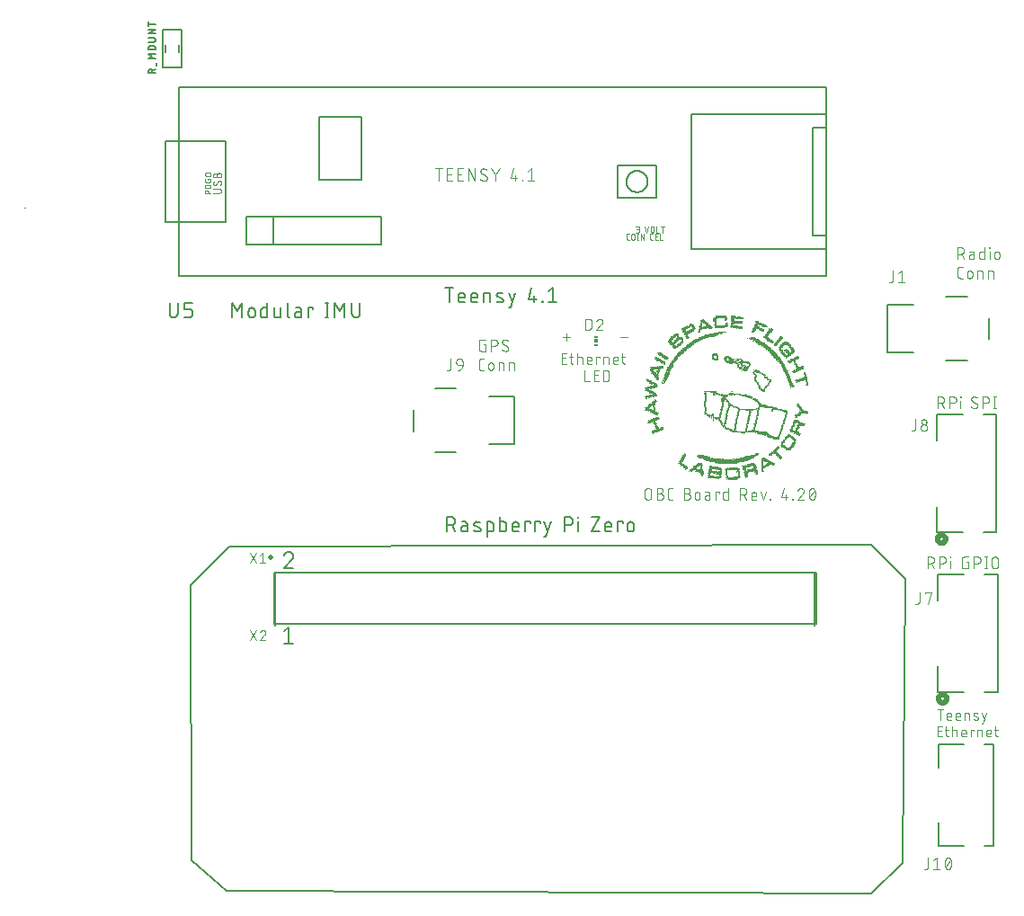
<source format=gbr>
G04 EAGLE Gerber RS-274X export*
G75*
%MOMM*%
%FSLAX34Y34*%
%LPD*%
%INSilkscreen Top*%
%IPPOS*%
%AMOC8*
5,1,8,0,0,1.08239X$1,22.5*%
G01*
%ADD10C,0.101600*%
%ADD11R,0.914400X0.025400*%
%ADD12R,0.076200X0.025400*%
%ADD13R,0.203200X0.025400*%
%ADD14R,0.050800X0.025400*%
%ADD15R,1.092200X0.025400*%
%ADD16R,0.279400X0.025400*%
%ADD17R,0.025400X0.025400*%
%ADD18R,0.406400X0.025400*%
%ADD19R,1.168400X0.025400*%
%ADD20R,0.431800X0.025400*%
%ADD21R,0.558800X0.025400*%
%ADD22R,0.228600X0.025400*%
%ADD23R,1.244600X0.025400*%
%ADD24R,0.152400X0.025400*%
%ADD25R,0.254000X0.025400*%
%ADD26R,0.584200X0.025400*%
%ADD27R,0.101600X0.025400*%
%ADD28R,0.177800X0.025400*%
%ADD29R,0.330200X0.025400*%
%ADD30R,0.482600X0.025400*%
%ADD31R,0.889000X0.025400*%
%ADD32R,0.304800X0.025400*%
%ADD33R,0.838200X0.025400*%
%ADD34R,0.457200X0.025400*%
%ADD35R,0.736600X0.025400*%
%ADD36R,0.990600X0.025400*%
%ADD37R,0.127000X0.025400*%
%ADD38R,0.381000X0.025400*%
%ADD39R,0.685800X0.025400*%
%ADD40R,0.635000X0.025400*%
%ADD41R,0.660400X0.025400*%
%ADD42R,0.508000X0.025400*%
%ADD43R,0.533400X0.025400*%
%ADD44R,1.219200X0.025400*%
%ADD45R,0.355600X0.025400*%
%ADD46R,0.812800X0.025400*%
%ADD47R,0.711200X0.025400*%
%ADD48R,0.609600X0.025400*%
%ADD49R,2.032000X0.025400*%
%ADD50R,2.362200X0.025400*%
%ADD51R,2.971800X0.025400*%
%ADD52R,3.352800X0.025400*%
%ADD53R,3.632200X0.025400*%
%ADD54R,1.701800X0.025400*%
%ADD55R,1.422400X0.025400*%
%ADD56R,1.371600X0.025400*%
%ADD57R,1.066800X0.025400*%
%ADD58R,0.965200X0.025400*%
%ADD59R,0.939800X0.025400*%
%ADD60R,0.863600X0.025400*%
%ADD61R,0.787400X0.025400*%
%ADD62R,0.025400X0.609600*%
%ADD63R,0.025400X0.355600*%
%ADD64R,0.025400X0.431800*%
%ADD65R,1.549400X0.025400*%
%ADD66R,1.041400X0.025400*%
%ADD67R,0.762000X0.025400*%
%ADD68R,1.117600X0.025400*%
%ADD69R,1.193800X0.025400*%
%ADD70C,0.127000*%
%ADD71C,0.076200*%
%ADD72C,0.200000*%
%ADD73C,0.177800*%
%ADD74C,0.152400*%
%ADD75C,0.508000*%
%ADD76C,0.150000*%
%ADD77C,0.500000*%
%ADD78C,0.050800*%
%ADD79C,0.203200*%
%ADD80R,0.300000X0.150000*%
%ADD81R,0.300000X0.300000*%


D10*
X526796Y420499D02*
X526796Y425381D01*
X526798Y425490D01*
X526804Y425599D01*
X526813Y425707D01*
X526827Y425815D01*
X526844Y425923D01*
X526866Y426030D01*
X526891Y426136D01*
X526920Y426241D01*
X526952Y426345D01*
X526988Y426447D01*
X527028Y426549D01*
X527072Y426648D01*
X527119Y426747D01*
X527169Y426843D01*
X527223Y426938D01*
X527280Y427030D01*
X527341Y427121D01*
X527405Y427209D01*
X527471Y427295D01*
X527541Y427379D01*
X527614Y427460D01*
X527690Y427538D01*
X527768Y427614D01*
X527849Y427687D01*
X527933Y427757D01*
X528019Y427823D01*
X528107Y427887D01*
X528198Y427948D01*
X528290Y428005D01*
X528385Y428059D01*
X528481Y428109D01*
X528580Y428156D01*
X528679Y428200D01*
X528781Y428240D01*
X528883Y428276D01*
X528987Y428308D01*
X529092Y428337D01*
X529198Y428362D01*
X529305Y428384D01*
X529413Y428401D01*
X529521Y428415D01*
X529629Y428424D01*
X529738Y428430D01*
X529847Y428432D01*
X529956Y428430D01*
X530065Y428424D01*
X530173Y428415D01*
X530281Y428401D01*
X530389Y428384D01*
X530496Y428362D01*
X530602Y428337D01*
X530707Y428308D01*
X530811Y428276D01*
X530913Y428240D01*
X531015Y428200D01*
X531114Y428156D01*
X531213Y428109D01*
X531309Y428059D01*
X531404Y428005D01*
X531496Y427948D01*
X531587Y427887D01*
X531675Y427823D01*
X531761Y427757D01*
X531845Y427687D01*
X531926Y427614D01*
X532004Y427538D01*
X532080Y427460D01*
X532153Y427379D01*
X532223Y427295D01*
X532289Y427209D01*
X532353Y427121D01*
X532414Y427030D01*
X532471Y426938D01*
X532525Y426843D01*
X532575Y426747D01*
X532622Y426648D01*
X532666Y426549D01*
X532706Y426447D01*
X532742Y426345D01*
X532774Y426241D01*
X532803Y426136D01*
X532828Y426030D01*
X532850Y425923D01*
X532867Y425815D01*
X532881Y425707D01*
X532890Y425599D01*
X532896Y425490D01*
X532898Y425381D01*
X532898Y420499D01*
X532896Y420390D01*
X532890Y420281D01*
X532881Y420173D01*
X532867Y420065D01*
X532850Y419957D01*
X532828Y419850D01*
X532803Y419744D01*
X532774Y419639D01*
X532742Y419535D01*
X532706Y419433D01*
X532666Y419331D01*
X532622Y419232D01*
X532575Y419133D01*
X532525Y419037D01*
X532471Y418942D01*
X532414Y418850D01*
X532353Y418759D01*
X532289Y418671D01*
X532223Y418585D01*
X532153Y418501D01*
X532080Y418420D01*
X532004Y418342D01*
X531926Y418266D01*
X531845Y418193D01*
X531761Y418123D01*
X531675Y418057D01*
X531587Y417993D01*
X531496Y417932D01*
X531404Y417875D01*
X531309Y417821D01*
X531213Y417771D01*
X531114Y417724D01*
X531015Y417680D01*
X530913Y417640D01*
X530811Y417604D01*
X530707Y417572D01*
X530602Y417543D01*
X530496Y417518D01*
X530389Y417496D01*
X530281Y417479D01*
X530173Y417465D01*
X530065Y417456D01*
X529956Y417450D01*
X529847Y417448D01*
X529738Y417450D01*
X529629Y417456D01*
X529521Y417465D01*
X529413Y417479D01*
X529305Y417496D01*
X529198Y417518D01*
X529092Y417543D01*
X528987Y417572D01*
X528883Y417604D01*
X528781Y417640D01*
X528679Y417680D01*
X528580Y417724D01*
X528481Y417771D01*
X528385Y417821D01*
X528290Y417875D01*
X528198Y417932D01*
X528107Y417993D01*
X528019Y418057D01*
X527933Y418123D01*
X527849Y418193D01*
X527768Y418266D01*
X527690Y418342D01*
X527614Y418420D01*
X527541Y418501D01*
X527471Y418585D01*
X527405Y418671D01*
X527341Y418759D01*
X527280Y418850D01*
X527223Y418942D01*
X527169Y419037D01*
X527119Y419133D01*
X527072Y419232D01*
X527028Y419331D01*
X526988Y419433D01*
X526952Y419535D01*
X526920Y419639D01*
X526891Y419744D01*
X526866Y419850D01*
X526844Y419957D01*
X526827Y420065D01*
X526813Y420173D01*
X526804Y420281D01*
X526798Y420390D01*
X526796Y420499D01*
X538121Y423550D02*
X541172Y423550D01*
X541281Y423548D01*
X541390Y423542D01*
X541498Y423533D01*
X541606Y423519D01*
X541714Y423502D01*
X541821Y423480D01*
X541927Y423455D01*
X542032Y423426D01*
X542136Y423394D01*
X542238Y423358D01*
X542340Y423318D01*
X542439Y423274D01*
X542538Y423227D01*
X542634Y423177D01*
X542729Y423123D01*
X542821Y423066D01*
X542912Y423005D01*
X543000Y422941D01*
X543086Y422875D01*
X543170Y422805D01*
X543251Y422732D01*
X543329Y422656D01*
X543405Y422578D01*
X543478Y422497D01*
X543548Y422413D01*
X543614Y422327D01*
X543678Y422239D01*
X543739Y422148D01*
X543796Y422056D01*
X543850Y421961D01*
X543900Y421865D01*
X543947Y421766D01*
X543991Y421667D01*
X544031Y421565D01*
X544067Y421463D01*
X544099Y421359D01*
X544128Y421254D01*
X544153Y421148D01*
X544175Y421041D01*
X544192Y420933D01*
X544206Y420825D01*
X544215Y420717D01*
X544221Y420608D01*
X544223Y420499D01*
X544221Y420390D01*
X544215Y420281D01*
X544206Y420173D01*
X544192Y420065D01*
X544175Y419957D01*
X544153Y419850D01*
X544128Y419744D01*
X544099Y419639D01*
X544067Y419535D01*
X544031Y419433D01*
X543991Y419331D01*
X543947Y419232D01*
X543900Y419133D01*
X543850Y419037D01*
X543796Y418942D01*
X543739Y418850D01*
X543678Y418759D01*
X543614Y418671D01*
X543548Y418585D01*
X543478Y418501D01*
X543405Y418420D01*
X543329Y418342D01*
X543251Y418266D01*
X543170Y418193D01*
X543086Y418123D01*
X543000Y418057D01*
X542912Y417993D01*
X542821Y417932D01*
X542729Y417875D01*
X542634Y417821D01*
X542538Y417771D01*
X542439Y417724D01*
X542340Y417680D01*
X542238Y417640D01*
X542136Y417604D01*
X542032Y417572D01*
X541927Y417543D01*
X541821Y417518D01*
X541714Y417496D01*
X541606Y417479D01*
X541498Y417465D01*
X541390Y417456D01*
X541281Y417450D01*
X541172Y417448D01*
X538121Y417448D01*
X538121Y428432D01*
X541172Y428432D01*
X541269Y428430D01*
X541366Y428424D01*
X541463Y428415D01*
X541559Y428401D01*
X541654Y428384D01*
X541749Y428363D01*
X541843Y428338D01*
X541936Y428310D01*
X542027Y428277D01*
X542117Y428242D01*
X542206Y428202D01*
X542293Y428159D01*
X542378Y428113D01*
X542462Y428063D01*
X542543Y428010D01*
X542622Y427954D01*
X542699Y427895D01*
X542774Y427833D01*
X542846Y427768D01*
X542915Y427700D01*
X542982Y427629D01*
X543045Y427556D01*
X543106Y427480D01*
X543164Y427402D01*
X543218Y427322D01*
X543270Y427239D01*
X543318Y427155D01*
X543362Y427069D01*
X543403Y426981D01*
X543441Y426891D01*
X543475Y426800D01*
X543505Y426708D01*
X543532Y426615D01*
X543555Y426521D01*
X543574Y426425D01*
X543589Y426330D01*
X543601Y426233D01*
X543609Y426137D01*
X543613Y426040D01*
X543613Y425942D01*
X543609Y425845D01*
X543601Y425749D01*
X543589Y425652D01*
X543574Y425557D01*
X543555Y425461D01*
X543532Y425367D01*
X543505Y425274D01*
X543475Y425182D01*
X543441Y425091D01*
X543403Y425001D01*
X543362Y424913D01*
X543318Y424827D01*
X543270Y424743D01*
X543218Y424660D01*
X543164Y424580D01*
X543106Y424502D01*
X543045Y424426D01*
X542982Y424353D01*
X542915Y424282D01*
X542846Y424214D01*
X542774Y424149D01*
X542699Y424087D01*
X542622Y424028D01*
X542543Y423972D01*
X542462Y423919D01*
X542378Y423869D01*
X542293Y423823D01*
X542206Y423780D01*
X542117Y423740D01*
X542027Y423705D01*
X541936Y423672D01*
X541843Y423644D01*
X541749Y423619D01*
X541654Y423598D01*
X541559Y423581D01*
X541463Y423567D01*
X541366Y423558D01*
X541269Y423552D01*
X541172Y423550D01*
X550805Y417448D02*
X553245Y417448D01*
X550805Y417448D02*
X550709Y417450D01*
X550613Y417456D01*
X550518Y417465D01*
X550423Y417478D01*
X550329Y417495D01*
X550235Y417515D01*
X550142Y417540D01*
X550051Y417567D01*
X549960Y417599D01*
X549871Y417634D01*
X549783Y417672D01*
X549697Y417714D01*
X549612Y417759D01*
X549530Y417808D01*
X549449Y417859D01*
X549370Y417914D01*
X549294Y417972D01*
X549220Y418033D01*
X549148Y418097D01*
X549079Y418163D01*
X549013Y418232D01*
X548949Y418304D01*
X548888Y418378D01*
X548830Y418454D01*
X548775Y418533D01*
X548724Y418614D01*
X548675Y418696D01*
X548630Y418781D01*
X548588Y418867D01*
X548550Y418955D01*
X548515Y419044D01*
X548483Y419135D01*
X548456Y419226D01*
X548431Y419319D01*
X548411Y419413D01*
X548394Y419507D01*
X548381Y419602D01*
X548372Y419697D01*
X548366Y419793D01*
X548364Y419889D01*
X548364Y425991D01*
X548366Y426089D01*
X548372Y426187D01*
X548382Y426285D01*
X548396Y426383D01*
X548413Y426479D01*
X548435Y426575D01*
X548460Y426670D01*
X548490Y426764D01*
X548523Y426857D01*
X548559Y426948D01*
X548600Y427037D01*
X548644Y427125D01*
X548691Y427211D01*
X548742Y427296D01*
X548796Y427378D01*
X548854Y427457D01*
X548914Y427535D01*
X548978Y427610D01*
X549045Y427682D01*
X549114Y427751D01*
X549186Y427818D01*
X549261Y427882D01*
X549339Y427942D01*
X549418Y428000D01*
X549500Y428054D01*
X549584Y428105D01*
X549671Y428152D01*
X549759Y428196D01*
X549848Y428237D01*
X549939Y428273D01*
X550032Y428306D01*
X550126Y428336D01*
X550221Y428361D01*
X550317Y428383D01*
X550413Y428400D01*
X550511Y428414D01*
X550609Y428424D01*
X550707Y428430D01*
X550805Y428432D01*
X553245Y428432D01*
X563681Y423550D02*
X566732Y423550D01*
X566841Y423548D01*
X566950Y423542D01*
X567058Y423533D01*
X567166Y423519D01*
X567274Y423502D01*
X567381Y423480D01*
X567487Y423455D01*
X567592Y423426D01*
X567696Y423394D01*
X567798Y423358D01*
X567900Y423318D01*
X567999Y423274D01*
X568098Y423227D01*
X568194Y423177D01*
X568289Y423123D01*
X568381Y423066D01*
X568472Y423005D01*
X568560Y422941D01*
X568646Y422875D01*
X568730Y422805D01*
X568811Y422732D01*
X568889Y422656D01*
X568965Y422578D01*
X569038Y422497D01*
X569108Y422413D01*
X569174Y422327D01*
X569238Y422239D01*
X569299Y422148D01*
X569356Y422056D01*
X569410Y421961D01*
X569460Y421865D01*
X569507Y421766D01*
X569551Y421667D01*
X569591Y421565D01*
X569627Y421463D01*
X569659Y421359D01*
X569688Y421254D01*
X569713Y421148D01*
X569735Y421041D01*
X569752Y420933D01*
X569766Y420825D01*
X569775Y420717D01*
X569781Y420608D01*
X569783Y420499D01*
X569781Y420390D01*
X569775Y420281D01*
X569766Y420173D01*
X569752Y420065D01*
X569735Y419957D01*
X569713Y419850D01*
X569688Y419744D01*
X569659Y419639D01*
X569627Y419535D01*
X569591Y419433D01*
X569551Y419331D01*
X569507Y419232D01*
X569460Y419133D01*
X569410Y419037D01*
X569356Y418942D01*
X569299Y418850D01*
X569238Y418759D01*
X569174Y418671D01*
X569108Y418585D01*
X569038Y418501D01*
X568965Y418420D01*
X568889Y418342D01*
X568811Y418266D01*
X568730Y418193D01*
X568646Y418123D01*
X568560Y418057D01*
X568472Y417993D01*
X568381Y417932D01*
X568289Y417875D01*
X568194Y417821D01*
X568098Y417771D01*
X567999Y417724D01*
X567900Y417680D01*
X567798Y417640D01*
X567696Y417604D01*
X567592Y417572D01*
X567487Y417543D01*
X567381Y417518D01*
X567274Y417496D01*
X567166Y417479D01*
X567058Y417465D01*
X566950Y417456D01*
X566841Y417450D01*
X566732Y417448D01*
X563681Y417448D01*
X563681Y428432D01*
X566732Y428432D01*
X566829Y428430D01*
X566926Y428424D01*
X567023Y428415D01*
X567119Y428401D01*
X567214Y428384D01*
X567309Y428363D01*
X567403Y428338D01*
X567496Y428310D01*
X567587Y428277D01*
X567677Y428242D01*
X567766Y428202D01*
X567853Y428159D01*
X567938Y428113D01*
X568022Y428063D01*
X568103Y428010D01*
X568182Y427954D01*
X568259Y427895D01*
X568334Y427833D01*
X568406Y427768D01*
X568475Y427700D01*
X568542Y427629D01*
X568605Y427556D01*
X568666Y427480D01*
X568724Y427402D01*
X568778Y427322D01*
X568830Y427239D01*
X568878Y427155D01*
X568922Y427069D01*
X568963Y426981D01*
X569001Y426891D01*
X569035Y426800D01*
X569065Y426708D01*
X569092Y426615D01*
X569115Y426521D01*
X569134Y426425D01*
X569149Y426330D01*
X569161Y426233D01*
X569169Y426137D01*
X569173Y426040D01*
X569173Y425942D01*
X569169Y425845D01*
X569161Y425749D01*
X569149Y425652D01*
X569134Y425557D01*
X569115Y425461D01*
X569092Y425367D01*
X569065Y425274D01*
X569035Y425182D01*
X569001Y425091D01*
X568963Y425001D01*
X568922Y424913D01*
X568878Y424827D01*
X568830Y424743D01*
X568778Y424660D01*
X568724Y424580D01*
X568666Y424502D01*
X568605Y424426D01*
X568542Y424353D01*
X568475Y424282D01*
X568406Y424214D01*
X568334Y424149D01*
X568259Y424087D01*
X568182Y424028D01*
X568103Y423972D01*
X568022Y423919D01*
X567938Y423869D01*
X567853Y423823D01*
X567766Y423780D01*
X567677Y423740D01*
X567587Y423705D01*
X567496Y423672D01*
X567403Y423644D01*
X567309Y423619D01*
X567214Y423598D01*
X567119Y423581D01*
X567023Y423567D01*
X566926Y423558D01*
X566829Y423552D01*
X566732Y423550D01*
X573846Y422330D02*
X573846Y419889D01*
X573846Y422330D02*
X573848Y422427D01*
X573854Y422524D01*
X573863Y422621D01*
X573877Y422717D01*
X573894Y422812D01*
X573915Y422907D01*
X573940Y423001D01*
X573968Y423094D01*
X574001Y423185D01*
X574036Y423275D01*
X574076Y423364D01*
X574119Y423451D01*
X574165Y423536D01*
X574215Y423620D01*
X574268Y423701D01*
X574324Y423780D01*
X574383Y423857D01*
X574445Y423932D01*
X574510Y424004D01*
X574578Y424073D01*
X574649Y424140D01*
X574722Y424203D01*
X574798Y424264D01*
X574876Y424322D01*
X574956Y424376D01*
X575039Y424428D01*
X575123Y424476D01*
X575209Y424520D01*
X575297Y424561D01*
X575387Y424599D01*
X575478Y424633D01*
X575570Y424663D01*
X575663Y424690D01*
X575757Y424713D01*
X575853Y424732D01*
X575948Y424747D01*
X576045Y424759D01*
X576141Y424767D01*
X576238Y424771D01*
X576336Y424771D01*
X576433Y424767D01*
X576529Y424759D01*
X576626Y424747D01*
X576721Y424732D01*
X576817Y424713D01*
X576911Y424690D01*
X577004Y424663D01*
X577096Y424633D01*
X577187Y424599D01*
X577277Y424561D01*
X577365Y424520D01*
X577451Y424476D01*
X577535Y424428D01*
X577618Y424376D01*
X577698Y424322D01*
X577776Y424264D01*
X577852Y424203D01*
X577925Y424140D01*
X577996Y424073D01*
X578064Y424004D01*
X578129Y423932D01*
X578191Y423857D01*
X578250Y423780D01*
X578306Y423701D01*
X578359Y423620D01*
X578409Y423536D01*
X578455Y423451D01*
X578498Y423364D01*
X578538Y423275D01*
X578573Y423185D01*
X578606Y423094D01*
X578634Y423001D01*
X578659Y422907D01*
X578680Y422812D01*
X578697Y422717D01*
X578711Y422621D01*
X578720Y422524D01*
X578726Y422427D01*
X578728Y422330D01*
X578728Y419889D01*
X578726Y419792D01*
X578720Y419695D01*
X578711Y419598D01*
X578697Y419502D01*
X578680Y419407D01*
X578659Y419312D01*
X578634Y419218D01*
X578606Y419125D01*
X578573Y419034D01*
X578538Y418944D01*
X578498Y418855D01*
X578455Y418768D01*
X578409Y418683D01*
X578359Y418599D01*
X578306Y418518D01*
X578250Y418439D01*
X578191Y418362D01*
X578129Y418287D01*
X578064Y418215D01*
X577996Y418146D01*
X577925Y418079D01*
X577852Y418016D01*
X577776Y417955D01*
X577698Y417897D01*
X577618Y417843D01*
X577535Y417791D01*
X577451Y417743D01*
X577365Y417699D01*
X577277Y417658D01*
X577187Y417620D01*
X577096Y417586D01*
X577004Y417556D01*
X576911Y417529D01*
X576817Y417506D01*
X576721Y417487D01*
X576626Y417472D01*
X576529Y417460D01*
X576433Y417452D01*
X576336Y417448D01*
X576238Y417448D01*
X576141Y417452D01*
X576045Y417460D01*
X575948Y417472D01*
X575853Y417487D01*
X575757Y417506D01*
X575663Y417529D01*
X575570Y417556D01*
X575478Y417586D01*
X575387Y417620D01*
X575297Y417658D01*
X575209Y417699D01*
X575123Y417743D01*
X575039Y417791D01*
X574956Y417843D01*
X574876Y417897D01*
X574798Y417955D01*
X574722Y418016D01*
X574649Y418079D01*
X574578Y418146D01*
X574510Y418215D01*
X574445Y418287D01*
X574383Y418362D01*
X574324Y418439D01*
X574268Y418518D01*
X574215Y418599D01*
X574165Y418683D01*
X574119Y418768D01*
X574076Y418855D01*
X574036Y418944D01*
X574001Y419034D01*
X573968Y419125D01*
X573940Y419218D01*
X573915Y419312D01*
X573894Y419407D01*
X573877Y419502D01*
X573863Y419598D01*
X573854Y419695D01*
X573848Y419792D01*
X573846Y419889D01*
X585285Y421720D02*
X588031Y421720D01*
X585285Y421720D02*
X585194Y421718D01*
X585104Y421712D01*
X585014Y421703D01*
X584924Y421689D01*
X584835Y421672D01*
X584747Y421651D01*
X584660Y421626D01*
X584573Y421598D01*
X584489Y421566D01*
X584405Y421530D01*
X584323Y421491D01*
X584243Y421449D01*
X584165Y421403D01*
X584089Y421354D01*
X584015Y421301D01*
X583943Y421246D01*
X583874Y421187D01*
X583807Y421126D01*
X583743Y421062D01*
X583682Y420995D01*
X583623Y420926D01*
X583568Y420854D01*
X583515Y420780D01*
X583466Y420704D01*
X583420Y420626D01*
X583378Y420546D01*
X583339Y420464D01*
X583303Y420380D01*
X583271Y420296D01*
X583243Y420209D01*
X583218Y420122D01*
X583197Y420034D01*
X583180Y419945D01*
X583166Y419855D01*
X583157Y419765D01*
X583151Y419675D01*
X583149Y419584D01*
X583151Y419493D01*
X583157Y419403D01*
X583166Y419313D01*
X583180Y419223D01*
X583197Y419134D01*
X583218Y419046D01*
X583243Y418959D01*
X583271Y418872D01*
X583303Y418788D01*
X583339Y418704D01*
X583378Y418622D01*
X583420Y418542D01*
X583466Y418464D01*
X583515Y418388D01*
X583568Y418314D01*
X583623Y418242D01*
X583682Y418173D01*
X583743Y418106D01*
X583807Y418042D01*
X583874Y417981D01*
X583943Y417922D01*
X584015Y417867D01*
X584089Y417814D01*
X584165Y417765D01*
X584243Y417719D01*
X584323Y417677D01*
X584405Y417638D01*
X584489Y417602D01*
X584573Y417570D01*
X584660Y417542D01*
X584747Y417517D01*
X584835Y417496D01*
X584924Y417479D01*
X585014Y417465D01*
X585104Y417456D01*
X585194Y417450D01*
X585285Y417448D01*
X588031Y417448D01*
X588031Y422940D01*
X588029Y423025D01*
X588023Y423109D01*
X588013Y423193D01*
X588000Y423276D01*
X587982Y423359D01*
X587961Y423441D01*
X587936Y423522D01*
X587907Y423601D01*
X587875Y423680D01*
X587839Y423756D01*
X587800Y423831D01*
X587757Y423904D01*
X587711Y423975D01*
X587661Y424043D01*
X587609Y424110D01*
X587553Y424174D01*
X587495Y424235D01*
X587434Y424293D01*
X587370Y424349D01*
X587303Y424401D01*
X587235Y424451D01*
X587164Y424497D01*
X587091Y424540D01*
X587016Y424579D01*
X586940Y424615D01*
X586861Y424647D01*
X586782Y424676D01*
X586701Y424701D01*
X586619Y424722D01*
X586536Y424740D01*
X586453Y424753D01*
X586369Y424763D01*
X586285Y424769D01*
X586200Y424771D01*
X583759Y424771D01*
X593351Y424771D02*
X593351Y417448D01*
X593351Y424771D02*
X597012Y424771D01*
X597012Y423550D01*
X605311Y428432D02*
X605311Y417448D01*
X602259Y417448D01*
X602174Y417450D01*
X602090Y417456D01*
X602006Y417466D01*
X601923Y417479D01*
X601840Y417497D01*
X601758Y417518D01*
X601677Y417543D01*
X601598Y417572D01*
X601519Y417604D01*
X601443Y417640D01*
X601368Y417679D01*
X601295Y417722D01*
X601224Y417768D01*
X601156Y417818D01*
X601089Y417870D01*
X601025Y417926D01*
X600964Y417984D01*
X600906Y418045D01*
X600850Y418109D01*
X600798Y418176D01*
X600748Y418244D01*
X600702Y418315D01*
X600659Y418388D01*
X600620Y418463D01*
X600584Y418539D01*
X600552Y418618D01*
X600523Y418697D01*
X600498Y418778D01*
X600477Y418860D01*
X600459Y418943D01*
X600446Y419026D01*
X600436Y419110D01*
X600430Y419194D01*
X600428Y419279D01*
X600429Y419279D02*
X600429Y422940D01*
X600428Y422940D02*
X600430Y423025D01*
X600436Y423109D01*
X600446Y423193D01*
X600459Y423276D01*
X600477Y423359D01*
X600498Y423441D01*
X600523Y423522D01*
X600552Y423601D01*
X600584Y423680D01*
X600620Y423756D01*
X600659Y423831D01*
X600702Y423904D01*
X600748Y423975D01*
X600798Y424043D01*
X600850Y424110D01*
X600906Y424174D01*
X600964Y424235D01*
X601025Y424293D01*
X601089Y424349D01*
X601156Y424401D01*
X601224Y424451D01*
X601295Y424497D01*
X601368Y424540D01*
X601443Y424579D01*
X601519Y424615D01*
X601598Y424647D01*
X601677Y424676D01*
X601758Y424701D01*
X601840Y424722D01*
X601923Y424740D01*
X602006Y424753D01*
X602090Y424763D01*
X602174Y424769D01*
X602259Y424771D01*
X605311Y424771D01*
X616507Y428432D02*
X616507Y417448D01*
X616507Y428432D02*
X619558Y428432D01*
X619667Y428430D01*
X619776Y428424D01*
X619884Y428415D01*
X619992Y428401D01*
X620100Y428384D01*
X620207Y428362D01*
X620313Y428337D01*
X620418Y428308D01*
X620522Y428276D01*
X620624Y428240D01*
X620726Y428200D01*
X620825Y428156D01*
X620924Y428109D01*
X621020Y428059D01*
X621115Y428005D01*
X621207Y427948D01*
X621298Y427887D01*
X621386Y427823D01*
X621472Y427757D01*
X621556Y427687D01*
X621637Y427614D01*
X621715Y427538D01*
X621791Y427460D01*
X621864Y427379D01*
X621934Y427295D01*
X622000Y427209D01*
X622064Y427121D01*
X622125Y427030D01*
X622182Y426938D01*
X622236Y426843D01*
X622286Y426747D01*
X622333Y426648D01*
X622377Y426549D01*
X622417Y426447D01*
X622453Y426345D01*
X622485Y426241D01*
X622514Y426136D01*
X622539Y426030D01*
X622561Y425923D01*
X622578Y425815D01*
X622592Y425707D01*
X622601Y425599D01*
X622607Y425490D01*
X622609Y425381D01*
X622607Y425272D01*
X622601Y425163D01*
X622592Y425055D01*
X622578Y424947D01*
X622561Y424839D01*
X622539Y424732D01*
X622514Y424626D01*
X622485Y424521D01*
X622453Y424417D01*
X622417Y424315D01*
X622377Y424213D01*
X622333Y424114D01*
X622286Y424015D01*
X622236Y423919D01*
X622182Y423824D01*
X622125Y423732D01*
X622064Y423641D01*
X622000Y423553D01*
X621934Y423467D01*
X621864Y423383D01*
X621791Y423302D01*
X621715Y423224D01*
X621637Y423148D01*
X621556Y423075D01*
X621472Y423005D01*
X621386Y422939D01*
X621298Y422875D01*
X621207Y422814D01*
X621115Y422757D01*
X621020Y422703D01*
X620924Y422653D01*
X620825Y422606D01*
X620726Y422562D01*
X620624Y422522D01*
X620522Y422486D01*
X620418Y422454D01*
X620313Y422425D01*
X620207Y422400D01*
X620100Y422378D01*
X619992Y422361D01*
X619884Y422347D01*
X619776Y422338D01*
X619667Y422332D01*
X619558Y422330D01*
X616507Y422330D01*
X620169Y422330D02*
X622610Y417448D01*
X628957Y417448D02*
X632008Y417448D01*
X628957Y417448D02*
X628872Y417450D01*
X628788Y417456D01*
X628704Y417466D01*
X628621Y417479D01*
X628538Y417497D01*
X628456Y417518D01*
X628375Y417543D01*
X628296Y417572D01*
X628217Y417604D01*
X628141Y417640D01*
X628066Y417679D01*
X627993Y417722D01*
X627922Y417768D01*
X627854Y417818D01*
X627787Y417870D01*
X627723Y417926D01*
X627662Y417984D01*
X627604Y418045D01*
X627548Y418109D01*
X627496Y418176D01*
X627446Y418244D01*
X627400Y418315D01*
X627357Y418388D01*
X627318Y418463D01*
X627282Y418539D01*
X627250Y418618D01*
X627221Y418697D01*
X627196Y418778D01*
X627175Y418860D01*
X627157Y418943D01*
X627144Y419026D01*
X627134Y419110D01*
X627128Y419194D01*
X627126Y419279D01*
X627126Y422330D01*
X627128Y422427D01*
X627134Y422524D01*
X627143Y422621D01*
X627157Y422717D01*
X627174Y422812D01*
X627195Y422907D01*
X627220Y423001D01*
X627248Y423094D01*
X627281Y423185D01*
X627316Y423275D01*
X627356Y423364D01*
X627399Y423451D01*
X627445Y423536D01*
X627495Y423620D01*
X627548Y423701D01*
X627604Y423780D01*
X627663Y423857D01*
X627725Y423932D01*
X627790Y424004D01*
X627858Y424073D01*
X627929Y424140D01*
X628002Y424203D01*
X628078Y424264D01*
X628156Y424322D01*
X628236Y424376D01*
X628319Y424428D01*
X628403Y424476D01*
X628489Y424520D01*
X628577Y424561D01*
X628667Y424599D01*
X628758Y424633D01*
X628850Y424663D01*
X628943Y424690D01*
X629037Y424713D01*
X629133Y424732D01*
X629228Y424747D01*
X629325Y424759D01*
X629421Y424767D01*
X629518Y424771D01*
X629616Y424771D01*
X629713Y424767D01*
X629809Y424759D01*
X629906Y424747D01*
X630001Y424732D01*
X630097Y424713D01*
X630191Y424690D01*
X630284Y424663D01*
X630376Y424633D01*
X630467Y424599D01*
X630557Y424561D01*
X630645Y424520D01*
X630731Y424476D01*
X630815Y424428D01*
X630898Y424376D01*
X630978Y424322D01*
X631056Y424264D01*
X631132Y424203D01*
X631205Y424140D01*
X631276Y424073D01*
X631344Y424004D01*
X631409Y423932D01*
X631471Y423857D01*
X631530Y423780D01*
X631586Y423701D01*
X631639Y423620D01*
X631689Y423536D01*
X631735Y423451D01*
X631778Y423364D01*
X631818Y423275D01*
X631853Y423185D01*
X631886Y423094D01*
X631914Y423001D01*
X631939Y422907D01*
X631960Y422812D01*
X631977Y422717D01*
X631991Y422621D01*
X632000Y422524D01*
X632006Y422427D01*
X632008Y422330D01*
X632008Y421109D01*
X627126Y421109D01*
X636126Y424771D02*
X638567Y417448D01*
X641008Y424771D01*
X644742Y418058D02*
X644742Y417448D01*
X644742Y418058D02*
X645352Y418058D01*
X645352Y417448D01*
X644742Y417448D01*
X655316Y419889D02*
X657757Y428432D01*
X655316Y419889D02*
X661418Y419889D01*
X659587Y422330D02*
X659587Y417448D01*
X665622Y417448D02*
X665622Y418058D01*
X666232Y418058D01*
X666232Y417448D01*
X665622Y417448D01*
X676538Y425686D02*
X676536Y425789D01*
X676530Y425891D01*
X676521Y425993D01*
X676507Y426095D01*
X676490Y426197D01*
X676469Y426297D01*
X676444Y426397D01*
X676416Y426495D01*
X676384Y426593D01*
X676348Y426689D01*
X676309Y426784D01*
X676266Y426877D01*
X676220Y426969D01*
X676170Y427059D01*
X676117Y427147D01*
X676061Y427233D01*
X676001Y427317D01*
X675939Y427398D01*
X675873Y427477D01*
X675805Y427554D01*
X675734Y427628D01*
X675660Y427699D01*
X675583Y427767D01*
X675504Y427833D01*
X675423Y427895D01*
X675339Y427955D01*
X675253Y428011D01*
X675165Y428064D01*
X675075Y428114D01*
X674983Y428160D01*
X674890Y428203D01*
X674795Y428242D01*
X674699Y428278D01*
X674601Y428310D01*
X674503Y428338D01*
X674403Y428363D01*
X674303Y428384D01*
X674201Y428401D01*
X674099Y428415D01*
X673997Y428424D01*
X673895Y428430D01*
X673792Y428432D01*
X673675Y428430D01*
X673559Y428424D01*
X673442Y428415D01*
X673326Y428401D01*
X673211Y428384D01*
X673096Y428363D01*
X672982Y428338D01*
X672869Y428309D01*
X672757Y428277D01*
X672646Y428241D01*
X672536Y428201D01*
X672427Y428157D01*
X672321Y428110D01*
X672215Y428060D01*
X672112Y428006D01*
X672010Y427949D01*
X671910Y427888D01*
X671812Y427824D01*
X671717Y427757D01*
X671624Y427687D01*
X671533Y427614D01*
X671444Y427537D01*
X671358Y427458D01*
X671275Y427376D01*
X671195Y427292D01*
X671117Y427205D01*
X671043Y427115D01*
X670971Y427023D01*
X670902Y426928D01*
X670837Y426831D01*
X670775Y426733D01*
X670716Y426632D01*
X670661Y426529D01*
X670608Y426425D01*
X670560Y426318D01*
X670515Y426211D01*
X670473Y426101D01*
X670436Y425991D01*
X675622Y423551D02*
X675696Y423623D01*
X675767Y423699D01*
X675836Y423777D01*
X675901Y423857D01*
X675964Y423940D01*
X676024Y424024D01*
X676081Y424111D01*
X676135Y424200D01*
X676186Y424291D01*
X676233Y424383D01*
X676278Y424477D01*
X676319Y424572D01*
X676356Y424669D01*
X676390Y424767D01*
X676421Y424866D01*
X676448Y424967D01*
X676471Y425068D01*
X676491Y425170D01*
X676508Y425272D01*
X676521Y425375D01*
X676530Y425479D01*
X676535Y425582D01*
X676537Y425686D01*
X675623Y423550D02*
X670436Y417448D01*
X676538Y417448D01*
X681235Y422940D02*
X681238Y423156D01*
X681245Y423372D01*
X681258Y423588D01*
X681276Y423803D01*
X681299Y424018D01*
X681328Y424232D01*
X681361Y424446D01*
X681400Y424658D01*
X681443Y424870D01*
X681492Y425081D01*
X681545Y425290D01*
X681604Y425498D01*
X681667Y425704D01*
X681736Y425909D01*
X681809Y426113D01*
X681887Y426314D01*
X681970Y426514D01*
X682058Y426711D01*
X682150Y426907D01*
X682151Y426906D02*
X682183Y426994D01*
X682219Y427080D01*
X682258Y427165D01*
X682301Y427248D01*
X682347Y427329D01*
X682396Y427408D01*
X682449Y427486D01*
X682505Y427560D01*
X682564Y427633D01*
X682625Y427703D01*
X682690Y427770D01*
X682757Y427835D01*
X682827Y427897D01*
X682900Y427956D01*
X682975Y428011D01*
X683052Y428064D01*
X683131Y428114D01*
X683212Y428160D01*
X683295Y428202D01*
X683380Y428242D01*
X683466Y428277D01*
X683554Y428310D01*
X683643Y428338D01*
X683733Y428363D01*
X683823Y428384D01*
X683915Y428401D01*
X684008Y428415D01*
X684100Y428424D01*
X684194Y428430D01*
X684287Y428432D01*
X684380Y428430D01*
X684474Y428424D01*
X684566Y428415D01*
X684659Y428401D01*
X684751Y428384D01*
X684841Y428363D01*
X684931Y428338D01*
X685020Y428310D01*
X685108Y428277D01*
X685194Y428242D01*
X685279Y428202D01*
X685362Y428160D01*
X685443Y428114D01*
X685522Y428064D01*
X685599Y428011D01*
X685674Y427956D01*
X685747Y427897D01*
X685817Y427835D01*
X685884Y427770D01*
X685949Y427703D01*
X686010Y427633D01*
X686069Y427560D01*
X686125Y427486D01*
X686178Y427408D01*
X686227Y427329D01*
X686273Y427248D01*
X686316Y427165D01*
X686355Y427080D01*
X686391Y426994D01*
X686423Y426906D01*
X686423Y426907D02*
X686515Y426711D01*
X686603Y426514D01*
X686686Y426314D01*
X686764Y426113D01*
X686837Y425909D01*
X686906Y425704D01*
X686969Y425498D01*
X687028Y425290D01*
X687081Y425081D01*
X687130Y424870D01*
X687173Y424658D01*
X687212Y424446D01*
X687245Y424232D01*
X687274Y424018D01*
X687297Y423803D01*
X687315Y423588D01*
X687328Y423372D01*
X687335Y423156D01*
X687338Y422940D01*
X681236Y422940D02*
X681239Y422724D01*
X681246Y422508D01*
X681259Y422292D01*
X681277Y422077D01*
X681300Y421862D01*
X681329Y421648D01*
X681362Y421434D01*
X681401Y421222D01*
X681444Y421010D01*
X681493Y420800D01*
X681546Y420590D01*
X681605Y420382D01*
X681668Y420176D01*
X681737Y419971D01*
X681810Y419767D01*
X681888Y419566D01*
X681971Y419366D01*
X682059Y419169D01*
X682151Y418974D01*
X682183Y418886D01*
X682219Y418800D01*
X682258Y418715D01*
X682301Y418632D01*
X682347Y418551D01*
X682396Y418472D01*
X682449Y418394D01*
X682505Y418320D01*
X682564Y418247D01*
X682625Y418177D01*
X682690Y418110D01*
X682757Y418045D01*
X682827Y417983D01*
X682900Y417924D01*
X682975Y417869D01*
X683052Y417816D01*
X683131Y417766D01*
X683212Y417720D01*
X683295Y417678D01*
X683380Y417638D01*
X683466Y417603D01*
X683554Y417570D01*
X683643Y417542D01*
X683733Y417517D01*
X683823Y417496D01*
X683915Y417479D01*
X684008Y417465D01*
X684100Y417456D01*
X684194Y417450D01*
X684287Y417448D01*
X686423Y418973D02*
X686515Y419169D01*
X686603Y419366D01*
X686686Y419566D01*
X686764Y419767D01*
X686837Y419971D01*
X686906Y420176D01*
X686969Y420382D01*
X687028Y420590D01*
X687081Y420799D01*
X687130Y421010D01*
X687173Y421222D01*
X687212Y421434D01*
X687245Y421648D01*
X687274Y421862D01*
X687297Y422077D01*
X687315Y422292D01*
X687328Y422508D01*
X687335Y422724D01*
X687338Y422940D01*
X686423Y418974D02*
X686391Y418886D01*
X686355Y418800D01*
X686316Y418715D01*
X686273Y418632D01*
X686227Y418551D01*
X686178Y418472D01*
X686125Y418394D01*
X686069Y418320D01*
X686010Y418247D01*
X685949Y418177D01*
X685884Y418110D01*
X685817Y418045D01*
X685747Y417983D01*
X685674Y417924D01*
X685599Y417869D01*
X685522Y417816D01*
X685443Y417766D01*
X685362Y417720D01*
X685279Y417678D01*
X685194Y417638D01*
X685108Y417603D01*
X685020Y417570D01*
X684931Y417542D01*
X684841Y417517D01*
X684751Y417496D01*
X684659Y417479D01*
X684566Y417465D01*
X684474Y417456D01*
X684380Y417450D01*
X684287Y417448D01*
X681846Y419889D02*
X686728Y425991D01*
D11*
X609651Y436364D03*
D12*
X604698Y436364D03*
D13*
X595935Y436872D03*
D12*
X594538Y436872D03*
D14*
X597205Y436872D03*
D15*
X609270Y436872D03*
D16*
X592252Y437380D03*
D17*
X597840Y437380D03*
X615112Y437380D03*
D12*
X590474Y437380D03*
D18*
X595681Y437380D03*
D14*
X598221Y437380D03*
D19*
X609143Y437380D03*
D14*
X615493Y437380D03*
D16*
X588188Y437888D03*
D17*
X598856Y437888D03*
D20*
X608254Y437888D03*
D17*
X616128Y437888D03*
X586664Y437888D03*
D11*
X594157Y437888D03*
D16*
X604698Y437888D03*
D21*
X613207Y437888D03*
D12*
X622478Y437888D03*
D22*
X612318Y438396D03*
D17*
X623240Y438396D03*
D23*
X592760Y438396D03*
D22*
X604444Y438396D03*
D17*
X611048Y438396D03*
D16*
X614858Y438396D03*
D24*
X622351Y438396D03*
D14*
X623621Y438396D03*
D25*
X593649Y438904D03*
D26*
X589458Y438904D03*
D14*
X595173Y438904D03*
D16*
X597586Y438904D03*
D22*
X604444Y438904D03*
D16*
X615366Y438904D03*
D22*
X622732Y438904D03*
D27*
X581203Y439412D03*
D25*
X590601Y439412D03*
D17*
X580568Y439412D03*
D14*
X581965Y439412D03*
D16*
X587934Y439412D03*
D22*
X597840Y439412D03*
X604444Y439412D03*
X615620Y439412D03*
D16*
X622478Y439412D03*
D22*
X581076Y439920D03*
X587680Y439920D03*
X597840Y439920D03*
X603936Y439920D03*
X615620Y439920D03*
D16*
X622478Y439920D03*
D22*
X581076Y440428D03*
X587680Y440428D03*
D28*
X598094Y440428D03*
D22*
X603936Y440428D03*
X615620Y440428D03*
D16*
X622478Y440428D03*
D27*
X632003Y440936D03*
D22*
X581076Y440936D03*
X587680Y440936D03*
D16*
X597586Y440936D03*
D22*
X603936Y440936D03*
X615620Y440936D03*
D16*
X621970Y440936D03*
D17*
X631368Y440936D03*
D12*
X595300Y441444D03*
D16*
X580822Y441444D03*
D22*
X587680Y441444D03*
D17*
X594792Y441444D03*
D29*
X597332Y441444D03*
D22*
X603936Y441444D03*
X615620Y441444D03*
D16*
X621970Y441444D03*
D28*
X632130Y441444D03*
D22*
X593014Y441952D03*
D17*
X633400Y441952D03*
D16*
X580822Y441952D03*
X587934Y441952D03*
D12*
X591490Y441952D03*
D30*
X596570Y441952D03*
D22*
X603936Y441952D03*
X615620Y441952D03*
D16*
X621970Y441952D03*
D13*
X632257Y441952D03*
D12*
X590220Y442460D03*
D13*
X615239Y442460D03*
D12*
X624002Y442460D03*
D17*
X633400Y442460D03*
D29*
X580568Y442460D03*
X588188Y442460D03*
D31*
X595046Y442460D03*
D22*
X603936Y442460D03*
D17*
X614096Y442460D03*
D14*
X616509Y442460D03*
D32*
X622097Y442460D03*
D25*
X632003Y442460D03*
D12*
X595808Y442968D03*
X625018Y442968D03*
D20*
X580060Y442968D03*
D33*
X591236Y442968D03*
D29*
X597840Y442968D03*
D22*
X603936Y442968D03*
D34*
X622351Y442968D03*
D22*
X631876Y442968D03*
D12*
X577012Y443476D03*
D32*
X593395Y443476D03*
D13*
X615239Y443476D03*
D12*
X626034Y443476D03*
D27*
X638099Y443476D03*
D17*
X576504Y443476D03*
D30*
X579806Y443476D03*
X589458Y443476D03*
D16*
X598094Y443476D03*
D22*
X603936Y443476D03*
D17*
X614096Y443476D03*
D14*
X616509Y443476D03*
D21*
X622859Y443476D03*
D14*
X626669Y443476D03*
D22*
X631876Y443476D03*
D12*
X637210Y443476D03*
D13*
X570535Y443984D03*
D17*
X575742Y443984D03*
D12*
X590474Y443984D03*
D13*
X628447Y443984D03*
D17*
X569392Y443984D03*
D12*
X575234Y443984D03*
D26*
X578790Y443984D03*
D32*
X588569Y443984D03*
D14*
X591109Y443984D03*
D22*
X598348Y443984D03*
X603936Y443984D03*
X615112Y443984D03*
D35*
X623748Y443984D03*
D16*
X631622Y443984D03*
D22*
X637972Y443984D03*
D29*
X570408Y444492D03*
D35*
X578028Y444492D03*
D16*
X588442Y444492D03*
D22*
X598348Y444492D03*
X603936Y444492D03*
X615112Y444492D03*
X621208Y444492D03*
D36*
X628066Y444492D03*
D22*
X637972Y444492D03*
D37*
X573202Y445000D03*
D12*
X578282Y445000D03*
X605714Y445000D03*
D17*
X622224Y445000D03*
D37*
X625018Y445000D03*
D38*
X570662Y445000D03*
D18*
X575869Y445000D03*
D22*
X580568Y445000D03*
D16*
X588442Y445000D03*
D22*
X598348Y445000D03*
D25*
X604063Y445000D03*
D14*
X606349Y445000D03*
D22*
X615112Y445000D03*
D25*
X620827Y445000D03*
D12*
X624002Y445000D03*
D39*
X629082Y445000D03*
D22*
X637972Y445000D03*
D37*
X577012Y445508D03*
D17*
X581584Y445508D03*
D28*
X595808Y445508D03*
D40*
X610286Y445508D03*
D12*
X626796Y445508D03*
X632130Y445508D03*
D17*
X565836Y445508D03*
D41*
X573075Y445508D03*
D25*
X580187Y445508D03*
D16*
X588442Y445508D03*
D17*
X594792Y445508D03*
D16*
X598094Y445508D03*
D38*
X605206Y445508D03*
D16*
X614858Y445508D03*
X620446Y445508D03*
D17*
X626288Y445508D03*
D34*
X629463Y445508D03*
D22*
X637972Y445508D03*
D17*
X565836Y445762D03*
X575488Y446016D03*
X594030Y446016D03*
X616128Y446016D03*
X565836Y446016D03*
D42*
X572821Y446016D03*
D14*
X575869Y446016D03*
D22*
X580060Y446016D03*
X588696Y446016D03*
D12*
X593522Y446016D03*
D43*
X596824Y446016D03*
D44*
X609905Y446016D03*
D16*
X620446Y446016D03*
D38*
X629590Y446016D03*
D22*
X637972Y446016D03*
D28*
X566598Y446524D03*
D22*
X591490Y446524D03*
D12*
X604444Y446524D03*
D14*
X628701Y446524D03*
X565455Y446524D03*
D20*
X572948Y446524D03*
D22*
X580060Y446524D03*
D16*
X588950Y446524D03*
D40*
X595808Y446524D03*
D17*
X603936Y446524D03*
D15*
X610286Y446524D03*
D16*
X620446Y446524D03*
D17*
X628320Y446524D03*
D25*
X630225Y446524D03*
D22*
X637972Y446524D03*
D14*
X564693Y447032D03*
D24*
X597205Y447032D03*
D11*
X610667Y447032D03*
D17*
X639496Y447032D03*
X564312Y447032D03*
D25*
X566217Y447032D03*
D38*
X573710Y447032D03*
D22*
X580060Y447032D03*
D31*
X591998Y447032D03*
D14*
X598221Y447032D03*
D12*
X605714Y447032D03*
D29*
X620700Y447032D03*
D16*
X630606Y447032D03*
D25*
X638099Y447032D03*
D14*
X639877Y447032D03*
D24*
X595173Y447540D03*
D12*
X622986Y447540D03*
D38*
X565582Y447540D03*
X574218Y447540D03*
D22*
X580060Y447540D03*
D39*
X590982Y447540D03*
D18*
X620573Y447540D03*
D16*
X630606Y447540D03*
D38*
X638734Y447540D03*
D12*
X567106Y448048D03*
D17*
X576504Y448048D03*
D45*
X592125Y448048D03*
D24*
X624637Y448048D03*
D12*
X641274Y448048D03*
D18*
X564693Y448048D03*
D45*
X574599Y448048D03*
D14*
X576885Y448048D03*
D22*
X580060Y448048D03*
D16*
X588950Y448048D03*
D43*
X621208Y448048D03*
D22*
X630352Y448048D03*
D18*
X638861Y448048D03*
D12*
X566090Y448556D03*
D14*
X573837Y448556D03*
D27*
X589331Y448556D03*
D37*
X619938Y448556D03*
D12*
X626034Y448556D03*
X642290Y448556D03*
D45*
X563931Y448556D03*
D17*
X573456Y448556D03*
D45*
X575869Y448556D03*
D22*
X580060Y448556D03*
D12*
X588442Y448556D03*
D17*
X619176Y448556D03*
D42*
X623113Y448556D03*
D14*
X626669Y448556D03*
D16*
X630098Y448556D03*
D42*
X639369Y448556D03*
D14*
X561645Y449064D03*
X621589Y449064D03*
D12*
X627812Y449064D03*
D17*
X561264Y449064D03*
D45*
X563677Y449064D03*
D38*
X576250Y449064D03*
D22*
X580060Y449064D03*
D17*
X621208Y449064D03*
D21*
X624637Y449064D03*
D29*
X629844Y449064D03*
D40*
X640004Y449064D03*
D17*
X564312Y449572D03*
D12*
X622732Y449572D03*
D17*
X631368Y449572D03*
X643560Y449572D03*
D45*
X562407Y449572D03*
D14*
X564693Y449572D03*
D40*
X578028Y449572D03*
D17*
X622224Y449572D03*
D46*
X627177Y449572D03*
D22*
X637972Y449572D03*
D45*
X641655Y449572D03*
D14*
X643941Y449572D03*
D37*
X647624Y449572D03*
D17*
X563296Y450080D03*
D37*
X625018Y450080D03*
D17*
X644576Y450080D03*
X648640Y450080D03*
D45*
X561391Y450080D03*
D14*
X563677Y450080D03*
D30*
X578282Y450080D03*
D12*
X624002Y450080D03*
D43*
X628320Y450080D03*
D22*
X637972Y450080D03*
D45*
X642671Y450080D03*
D14*
X644957Y450080D03*
D25*
X647243Y450080D03*
D14*
X649021Y450080D03*
D37*
X628574Y450588D03*
D38*
X561010Y450588D03*
D20*
X578536Y450588D03*
D28*
X627050Y450588D03*
D37*
X629844Y450588D03*
D22*
X637972Y450588D03*
D35*
X645592Y450588D03*
D12*
X562026Y451096D03*
D47*
X604571Y451096D03*
D17*
X627558Y451096D03*
X629336Y451096D03*
X648640Y451096D03*
D32*
X560121Y451096D03*
D38*
X578790Y451096D03*
D17*
X600888Y451096D03*
D12*
X627050Y451096D03*
D24*
X628447Y451096D03*
D14*
X629717Y451096D03*
D22*
X637972Y451096D03*
D48*
X645465Y451096D03*
D14*
X649021Y451096D03*
D17*
X628574Y451350D03*
D32*
X579171Y451604D03*
D43*
X597586Y451604D03*
D21*
X611429Y451604D03*
D17*
X647624Y451604D03*
D16*
X559994Y451604D03*
D17*
X577520Y451604D03*
X594792Y451604D03*
D33*
X604444Y451604D03*
D17*
X628828Y451604D03*
D22*
X637972Y451604D03*
D34*
X645211Y451604D03*
D14*
X648005Y451604D03*
D17*
X594030Y452112D03*
D12*
X614858Y452112D03*
D22*
X560248Y452112D03*
D12*
X593522Y452112D03*
D49*
X604317Y452112D03*
D14*
X615493Y452112D03*
D22*
X637972Y452112D03*
D30*
X644830Y452112D03*
D12*
X562026Y452620D03*
D28*
X591744Y452620D03*
D13*
X617271Y452620D03*
D14*
X641909Y452620D03*
D12*
X646354Y452620D03*
D25*
X560375Y452620D03*
D12*
X590474Y452620D03*
D50*
X604444Y452620D03*
D14*
X618541Y452620D03*
D22*
X637972Y452620D03*
D17*
X641528Y452620D03*
D38*
X644068Y452620D03*
D12*
X589204Y453128D03*
D27*
X619811Y453128D03*
D14*
X640893Y453128D03*
D12*
X645338Y453128D03*
D16*
X561010Y453128D03*
D12*
X588442Y453128D03*
D51*
X604444Y453128D03*
D14*
X620573Y453128D03*
D22*
X637972Y453128D03*
D17*
X640512Y453128D03*
D38*
X643052Y453128D03*
D12*
X587172Y453636D03*
D17*
X621208Y453636D03*
D12*
X644322Y453636D03*
D29*
X561264Y453636D03*
D17*
X586664Y453636D03*
D52*
X604317Y453636D03*
D14*
X621589Y453636D03*
D22*
X637972Y453636D03*
D18*
X641909Y453636D03*
D17*
X585902Y454144D03*
D27*
X622859Y454144D03*
D16*
X561518Y454144D03*
D12*
X585394Y454144D03*
D53*
X604190Y454144D03*
D14*
X623621Y454144D03*
D39*
X640258Y454144D03*
D12*
X584124Y454652D03*
D33*
X605714Y454652D03*
D37*
X624764Y454652D03*
D12*
X642290Y454652D03*
D16*
X562026Y454652D03*
D12*
X583362Y454652D03*
D54*
X593014Y454652D03*
D55*
X617017Y454652D03*
D42*
X639369Y454652D03*
D14*
X642925Y454652D03*
D13*
X599999Y455160D03*
D12*
X611556Y455160D03*
X626034Y455160D03*
D29*
X562280Y455160D03*
D54*
X590474Y455160D03*
D12*
X610794Y455160D03*
D56*
X618795Y455160D03*
D30*
X639242Y455160D03*
D37*
X654736Y455160D03*
D48*
X594919Y455668D03*
D16*
X614604Y455668D03*
D12*
X627050Y455668D03*
D17*
X640512Y455668D03*
X655752Y455668D03*
D16*
X562534Y455668D03*
D15*
X586410Y455668D03*
D14*
X598221Y455668D03*
D12*
X612826Y455668D03*
D57*
X621335Y455668D03*
D14*
X627685Y455668D03*
D45*
X638607Y455668D03*
D14*
X640893Y455668D03*
D13*
X654609Y455668D03*
D17*
X564312Y456176D03*
D12*
X580060Y456176D03*
D13*
X589839Y456176D03*
D37*
X617906Y456176D03*
D17*
X628320Y456176D03*
D27*
X639115Y456176D03*
D32*
X562661Y456176D03*
D17*
X579552Y456176D03*
D33*
X584632Y456176D03*
D14*
X591109Y456176D03*
D12*
X616890Y456176D03*
D58*
X623367Y456176D03*
D14*
X628701Y456176D03*
D12*
X638226Y456176D03*
D14*
X639877Y456176D03*
D16*
X654482Y456176D03*
D14*
X578917Y456684D03*
D12*
X619684Y456684D03*
D16*
X563042Y456684D03*
D17*
X578536Y456684D03*
D11*
X583743Y456684D03*
D17*
X619176Y456684D03*
D59*
X624764Y456684D03*
D29*
X654228Y456684D03*
D12*
X565074Y457192D03*
D14*
X577901Y457192D03*
D27*
X587299Y457192D03*
D17*
X621462Y457192D03*
X655752Y457192D03*
D25*
X563423Y457192D03*
D17*
X577520Y457192D03*
D60*
X582473Y457192D03*
D14*
X588061Y457192D03*
D12*
X620954Y457192D03*
D33*
X625780Y457192D03*
D32*
X654101Y457192D03*
D17*
X576758Y457700D03*
D27*
X585267Y457700D03*
D22*
X623494Y457700D03*
D17*
X630352Y457700D03*
X654736Y457700D03*
D29*
X563804Y457700D03*
D17*
X576504Y457700D03*
D61*
X580822Y457700D03*
D14*
X586029Y457700D03*
D17*
X622224Y457700D03*
D21*
X627431Y457700D03*
D14*
X630733Y457700D03*
D25*
X653339Y457700D03*
D14*
X655117Y457700D03*
D17*
X576758Y458208D03*
D12*
X583362Y458208D03*
X625780Y458208D03*
D29*
X564312Y458208D03*
D17*
X576504Y458208D03*
D48*
X579933Y458208D03*
D14*
X583997Y458208D03*
D17*
X625272Y458208D03*
D43*
X628828Y458208D03*
D16*
X652958Y458208D03*
D37*
X578282Y458716D03*
D24*
X581965Y458716D03*
D17*
X627558Y458716D03*
D12*
X632130Y458716D03*
D27*
X645211Y458716D03*
D29*
X564312Y458716D03*
D17*
X577520Y458716D03*
D22*
X580060Y458716D03*
D12*
X627050Y458716D03*
D18*
X629717Y458716D03*
D17*
X644576Y458716D03*
D14*
X645973Y458716D03*
D29*
X652704Y458716D03*
D27*
X580187Y459224D03*
D28*
X629336Y459224D03*
D22*
X564820Y459224D03*
D17*
X579552Y459224D03*
X628320Y459224D03*
D16*
X631622Y459224D03*
X645338Y459224D03*
D29*
X652196Y459224D03*
D28*
X564566Y459732D03*
D16*
X632130Y459732D03*
D29*
X645592Y459732D03*
D16*
X651942Y459732D03*
D13*
X632511Y460240D03*
D14*
X650037Y460240D03*
D12*
X564566Y460240D03*
D17*
X631368Y460240D03*
D14*
X633781Y460240D03*
D29*
X646100Y460240D03*
D17*
X649656Y460240D03*
D25*
X651561Y460240D03*
D12*
X634162Y460748D03*
D29*
X646608Y460748D03*
X650672Y460748D03*
D16*
X647370Y461256D03*
D29*
X650672Y461256D03*
D26*
X648894Y461764D03*
D14*
X646989Y462272D03*
D17*
X646608Y462272D03*
D18*
X649275Y462272D03*
D29*
X649148Y462780D03*
D38*
X649402Y463288D03*
D32*
X662483Y463796D03*
D38*
X649910Y463796D03*
D12*
X660578Y463796D03*
D29*
X650672Y464304D03*
D30*
X662102Y464304D03*
D17*
X664896Y464812D03*
D29*
X651180Y464812D03*
D21*
X661975Y464812D03*
D12*
X653466Y465320D03*
D32*
X651561Y465320D03*
D39*
X661594Y465320D03*
D12*
X661594Y465828D03*
X665658Y465828D03*
D29*
X652196Y465828D03*
D18*
X659181Y465828D03*
D25*
X664007Y465828D03*
D27*
X652831Y466336D03*
D37*
X651688Y466336D03*
D14*
X653593Y466336D03*
D38*
X659054Y466336D03*
D16*
X664642Y466336D03*
D17*
X652958Y466844D03*
X653720Y466844D03*
D12*
X652450Y466844D03*
D14*
X653339Y466844D03*
D20*
X658292Y466844D03*
D16*
X665150Y466844D03*
D17*
X652704Y467098D03*
D12*
X659562Y467352D03*
D17*
X666928Y467352D03*
X652704Y467352D03*
D45*
X657403Y467352D03*
D25*
X665531Y467352D03*
D29*
X657276Y467860D03*
D22*
X665912Y467860D03*
D17*
X657784Y468368D03*
D25*
X656387Y468368D03*
D14*
X658165Y468368D03*
D16*
X666166Y468368D03*
D17*
X667944Y468876D03*
D22*
X656260Y468876D03*
D25*
X666547Y468876D03*
D22*
X656260Y469384D03*
X666928Y469384D03*
X656260Y469892D03*
D16*
X667182Y469892D03*
D17*
X668960Y470400D03*
D22*
X656768Y470400D03*
D25*
X667563Y470400D03*
D16*
X657022Y470908D03*
D22*
X667944Y470908D03*
D16*
X657022Y471416D03*
D22*
X668452Y471416D03*
D17*
X658800Y471924D03*
D25*
X657403Y471924D03*
D22*
X668452Y471924D03*
D28*
X658038Y472432D03*
D22*
X668452Y472432D03*
D12*
X659562Y472940D03*
D13*
X658165Y472940D03*
D22*
X668452Y472940D03*
X658800Y473448D03*
D29*
X667944Y473448D03*
D13*
X651815Y473956D03*
D17*
X650672Y473956D03*
D22*
X659308Y473956D03*
D29*
X667436Y473956D03*
D37*
X649402Y474464D03*
D17*
X668960Y474464D03*
X648640Y474464D03*
D29*
X651688Y474464D03*
D22*
X659308Y474464D03*
D45*
X667055Y474464D03*
D37*
X647370Y474972D03*
D17*
X653720Y474972D03*
X660832Y474972D03*
X667944Y474972D03*
D12*
X646354Y474972D03*
D21*
X650799Y474972D03*
D13*
X659689Y474972D03*
D14*
X661213Y474972D03*
D45*
X666039Y474972D03*
D14*
X668325Y474972D03*
D31*
X649402Y475480D03*
D22*
X660324Y475480D03*
D38*
X665658Y475480D03*
D12*
X644068Y475988D03*
D24*
X650037Y475988D03*
D17*
X661848Y475988D03*
D14*
X663245Y475988D03*
D17*
X666928Y475988D03*
X643560Y475988D03*
D30*
X646862Y475988D03*
D28*
X652958Y475988D03*
D25*
X660451Y475988D03*
D14*
X662229Y475988D03*
D17*
X662864Y475988D03*
D29*
X665150Y475988D03*
D14*
X667309Y475988D03*
X642925Y476496D03*
D24*
X648005Y476496D03*
D17*
X665912Y476496D03*
X642544Y476496D03*
D18*
X645211Y476496D03*
D37*
X653212Y476496D03*
D48*
X662737Y476496D03*
D14*
X666293Y476496D03*
D30*
X644322Y477004D03*
D37*
X653212Y477004D03*
D43*
X662864Y477004D03*
D12*
X641020Y477512D03*
X645338Y477512D03*
X664642Y477512D03*
X640258Y477512D03*
D45*
X643179Y477512D03*
D14*
X645973Y477512D03*
D28*
X653466Y477512D03*
D32*
X662737Y477512D03*
D17*
X672516Y477512D03*
X672770Y477766D03*
D12*
X638988Y478020D03*
X644322Y478020D03*
D17*
X654736Y478020D03*
D13*
X662991Y478020D03*
D12*
X671500Y478020D03*
X672770Y478020D03*
D17*
X638480Y478020D03*
D34*
X641655Y478020D03*
D13*
X653593Y478020D03*
D17*
X661848Y478020D03*
X670992Y478020D03*
D14*
X672135Y478020D03*
X673405Y478020D03*
D37*
X637210Y478528D03*
D27*
X672643Y478528D03*
D12*
X636194Y478528D03*
D26*
X640766Y478528D03*
D28*
X653974Y478528D03*
X671246Y478528D03*
D14*
X673405Y478528D03*
D12*
X634924Y479036D03*
D17*
X634416Y479036D03*
D61*
X639242Y479036D03*
D28*
X654482Y479036D03*
D20*
X671500Y479036D03*
D17*
X633654Y479544D03*
D12*
X668452Y479544D03*
D17*
X673024Y479544D03*
X534848Y479544D03*
X620700Y479544D03*
D12*
X633146Y479544D03*
D31*
X638226Y479544D03*
D28*
X654482Y479544D03*
D17*
X667944Y479544D03*
D18*
X670865Y479544D03*
D14*
X673405Y479544D03*
D17*
X535102Y479798D03*
X620954Y479798D03*
D27*
X535483Y480052D03*
D37*
X618922Y480052D03*
D12*
X631876Y480052D03*
X534594Y480052D03*
X617906Y480052D03*
D22*
X620700Y480052D03*
D17*
X631368Y480052D03*
D36*
X637210Y480052D03*
D28*
X654482Y480052D03*
D43*
X669976Y480052D03*
D12*
X535102Y480560D03*
X536626Y480560D03*
D20*
X614350Y480560D03*
D14*
X617779Y480560D03*
X618541Y480560D03*
D20*
X624256Y480560D03*
D27*
X638099Y480560D03*
X641147Y480560D03*
D12*
X666420Y480560D03*
D37*
X671500Y480560D03*
D27*
X534213Y480560D03*
D12*
X535864Y480560D03*
D14*
X537261Y480560D03*
D17*
X612064Y480560D03*
D27*
X617017Y480560D03*
D17*
X618160Y480560D03*
D29*
X620446Y480560D03*
D39*
X634162Y480560D03*
D14*
X638861Y480560D03*
D17*
X640512Y480560D03*
D37*
X654736Y480560D03*
D17*
X665912Y480560D03*
D18*
X668833Y480560D03*
D37*
X538404Y481068D03*
X610794Y481068D03*
D14*
X612191Y481068D03*
X612953Y481068D03*
D27*
X617779Y481068D03*
D14*
X625399Y481068D03*
D24*
X627685Y481068D03*
D12*
X629844Y481068D03*
D24*
X635813Y481068D03*
D17*
X655752Y481068D03*
X665150Y481068D03*
D18*
X535737Y481068D03*
D17*
X610032Y481068D03*
D14*
X611683Y481068D03*
D17*
X612572Y481068D03*
D18*
X615239Y481068D03*
D14*
X618541Y481068D03*
D45*
X623367Y481068D03*
D37*
X626288Y481068D03*
D17*
X629336Y481068D03*
D30*
X632638Y481068D03*
D14*
X636829Y481068D03*
D24*
X654863Y481068D03*
D12*
X664642Y481068D03*
D43*
X667944Y481068D03*
D12*
X539674Y481576D03*
D17*
X609270Y481576D03*
D27*
X612699Y481576D03*
D14*
X625653Y481576D03*
D12*
X634162Y481576D03*
D21*
X536499Y481576D03*
D17*
X609016Y481576D03*
D16*
X610794Y481576D03*
D37*
X622224Y481576D03*
D17*
X625272Y481576D03*
D32*
X627431Y481576D03*
D34*
X631495Y481576D03*
D28*
X654990Y481576D03*
D35*
X666928Y481576D03*
D17*
X535102Y482084D03*
D12*
X540690Y482084D03*
D17*
X608254Y482084D03*
D37*
X627050Y482084D03*
D14*
X628955Y482084D03*
D17*
X631368Y482084D03*
D27*
X633019Y482084D03*
D12*
X667690Y482084D03*
D17*
X670992Y482084D03*
D12*
X534594Y482084D03*
D42*
X537769Y482084D03*
D14*
X541325Y482084D03*
D17*
X608000Y482084D03*
D29*
X610032Y482084D03*
D37*
X622224Y482084D03*
D17*
X626288Y482084D03*
D27*
X628193Y482084D03*
D13*
X630225Y482084D03*
D14*
X631749Y482084D03*
D17*
X632384Y482084D03*
D28*
X654990Y482084D03*
D18*
X665277Y482084D03*
D13*
X669849Y482084D03*
D37*
X536626Y482592D03*
X542468Y482592D03*
D17*
X607238Y482592D03*
X609016Y482592D03*
D27*
X611683Y482592D03*
D17*
X623240Y482592D03*
D14*
X628701Y482592D03*
D12*
X666674Y482592D03*
D17*
X535864Y482592D03*
D34*
X539547Y482592D03*
D12*
X606730Y482592D03*
D24*
X608127Y482592D03*
D14*
X609397Y482592D03*
D17*
X611048Y482592D03*
D24*
X622351Y482592D03*
D17*
X628320Y482592D03*
D13*
X629971Y482592D03*
D28*
X655498Y482592D03*
D32*
X664769Y482592D03*
D22*
X669976Y482592D03*
D12*
X543738Y483100D03*
D17*
X608000Y483100D03*
D21*
X540563Y483100D03*
D25*
X606603Y483100D03*
D14*
X608381Y483100D03*
D37*
X611556Y483100D03*
X622732Y483100D03*
D28*
X630098Y483100D03*
D37*
X655752Y483100D03*
D22*
X664896Y483100D03*
X669976Y483100D03*
D17*
X544500Y483608D03*
D12*
X604444Y483608D03*
D14*
X605587Y483608D03*
D17*
X606984Y483608D03*
X622732Y483608D03*
X656768Y483608D03*
D47*
X540817Y483608D03*
D17*
X603936Y483608D03*
D14*
X605079Y483608D03*
D27*
X606349Y483608D03*
D14*
X607365Y483608D03*
D28*
X611810Y483608D03*
D14*
X622351Y483608D03*
X623113Y483608D03*
D28*
X630098Y483608D03*
D24*
X655879Y483608D03*
D22*
X665404Y483608D03*
X670484Y483608D03*
D12*
X540436Y484116D03*
D14*
X603301Y484116D03*
X605841Y484116D03*
D17*
X622732Y484116D03*
X672008Y484116D03*
D16*
X538150Y484116D03*
D17*
X539928Y484116D03*
D38*
X542722Y484116D03*
D17*
X602920Y484116D03*
D13*
X604571Y484116D03*
D14*
X606349Y484116D03*
D28*
X611810Y484116D03*
D14*
X622351Y484116D03*
X623113Y484116D03*
D37*
X630352Y484116D03*
D28*
X656006Y484116D03*
D22*
X665404Y484116D03*
D25*
X670611Y484116D03*
D12*
X604698Y484624D03*
D16*
X538150Y484624D03*
X542722Y484624D03*
D13*
X603301Y484624D03*
D37*
X612064Y484624D03*
X622732Y484624D03*
X630352Y484624D03*
D22*
X656260Y484624D03*
D28*
X665658Y484624D03*
D22*
X670992Y484624D03*
D27*
X543611Y485132D03*
D12*
X601396Y485132D03*
X603682Y485132D03*
D16*
X538150Y485132D03*
D12*
X542722Y485132D03*
D17*
X600888Y485132D03*
D24*
X602539Y485132D03*
D37*
X612064Y485132D03*
D28*
X622986Y485132D03*
D37*
X630352Y485132D03*
D28*
X656514Y485132D03*
D22*
X665912Y485132D03*
D16*
X671246Y485132D03*
D17*
X631368Y485640D03*
D16*
X537642Y485640D03*
D22*
X601904Y485640D03*
D37*
X612064Y485640D03*
X623240Y485640D03*
D24*
X630479Y485640D03*
D28*
X656514Y485640D03*
D16*
X666166Y485640D03*
D22*
X671500Y485640D03*
X537388Y486148D03*
X601396Y486148D03*
D37*
X612064Y486148D03*
X623240Y486148D03*
D28*
X630606Y486148D03*
X656514Y486148D03*
D22*
X666420Y486148D03*
X671500Y486148D03*
D17*
X613080Y486656D03*
D22*
X537388Y486656D03*
D29*
G36*
X599259Y486363D02*
X602453Y487195D01*
X602517Y486949D01*
X599323Y486117D01*
X599259Y486363D01*
G37*
D24*
X612191Y486656D03*
D37*
X623240Y486656D03*
D28*
X630606Y486656D03*
X656514Y486656D03*
D22*
X666420Y486656D03*
D16*
X671754Y486656D03*
D12*
X676834Y486656D03*
D17*
X630860Y487164D03*
X667944Y487164D03*
D12*
X675564Y487164D03*
D22*
X537388Y487164D03*
D28*
X600126Y487164D03*
D37*
X601904Y487164D03*
X612572Y487164D03*
D12*
X623494Y487164D03*
D14*
X630479Y487164D03*
X631241Y487164D03*
D37*
X656768Y487164D03*
D13*
X666801Y487164D03*
D16*
X672262Y487164D03*
D17*
X675056Y487164D03*
D28*
X676834Y487164D03*
D17*
X537896Y487672D03*
X630860Y487672D03*
D13*
X536753Y487672D03*
D37*
X599872Y487672D03*
D12*
X602158Y487672D03*
D37*
X612572Y487672D03*
D12*
X623494Y487672D03*
D14*
X630479Y487672D03*
X631241Y487672D03*
D12*
X657022Y487672D03*
D22*
X666928Y487672D03*
D16*
X672262Y487672D03*
D29*
X676072Y487672D03*
D27*
X612699Y488180D03*
X623875Y488180D03*
X630987Y488180D03*
D12*
X657276Y488180D03*
D16*
X536626Y488180D03*
D28*
X599618Y488180D03*
D12*
X602158Y488180D03*
D17*
X612064Y488180D03*
X623240Y488180D03*
X630352Y488180D03*
X656768Y488180D03*
X657784Y488180D03*
D28*
X667182Y488180D03*
D40*
X674548Y488180D03*
D17*
X537896Y488688D03*
D27*
X602539Y488688D03*
D12*
X676834Y488688D03*
D25*
X536499Y488688D03*
D28*
X599618Y488688D03*
D17*
X601904Y488688D03*
D12*
X612826Y488688D03*
D37*
X623748Y488688D03*
X631368Y488688D03*
D28*
X657530Y488688D03*
D22*
X667436Y488688D03*
D42*
X673913Y488688D03*
D12*
X675818Y489196D03*
D22*
X536372Y489196D03*
D28*
X599110Y489196D03*
D37*
X602412Y489196D03*
X613080Y489196D03*
D28*
X624002Y489196D03*
D37*
X631368Y489196D03*
D28*
X657530Y489196D03*
D16*
X667690Y489196D03*
D34*
X673151Y489196D03*
D17*
X532308Y489704D03*
X537388Y489704D03*
D24*
X531165Y489704D03*
D12*
X669976Y489704D03*
D24*
X674421Y489704D03*
D17*
X530276Y489704D03*
X532054Y489704D03*
D25*
X535991Y489704D03*
D37*
X598856Y489704D03*
D28*
X602666Y489704D03*
D37*
X613080Y489704D03*
X624256Y489704D03*
X631368Y489704D03*
X657784Y489704D03*
D29*
X667944Y489704D03*
X672008Y489704D03*
D37*
X533324Y490212D03*
D17*
X614096Y490212D03*
X632384Y490212D03*
D25*
X531419Y490212D03*
D22*
X535864Y490212D03*
D28*
X598602Y490212D03*
D37*
X602920Y490212D03*
D24*
X613207Y490212D03*
D37*
X624256Y490212D03*
D24*
X631495Y490212D03*
D37*
X657784Y490212D03*
D40*
X669976Y490212D03*
D39*
X533578Y490720D03*
D28*
X598602Y490720D03*
D37*
X602920Y490720D03*
D28*
X613334Y490720D03*
D37*
X624256Y490720D03*
D28*
X631622Y490720D03*
D37*
X657784Y490720D03*
D43*
X669976Y490720D03*
D17*
X613588Y491228D03*
X631876Y491228D03*
X658800Y491228D03*
D12*
X671754Y491228D03*
D39*
X533578Y491228D03*
D28*
X598094Y491228D03*
D37*
X602920Y491228D03*
D14*
X613207Y491228D03*
D37*
X624256Y491228D03*
D14*
X631495Y491228D03*
X632257Y491228D03*
D24*
X657911Y491228D03*
D18*
X669341Y491228D03*
D12*
X531292Y491736D03*
X537642Y491736D03*
D17*
X598856Y491736D03*
X613588Y491736D03*
X625272Y491736D03*
X631876Y491736D03*
D27*
X658419Y491736D03*
D32*
X669595Y491736D03*
D17*
X530784Y491736D03*
D21*
X534467Y491736D03*
D24*
X597967Y491736D03*
D37*
X602920Y491736D03*
D14*
X613207Y491736D03*
X613969Y491736D03*
D24*
X624383Y491736D03*
D14*
X631495Y491736D03*
X632257Y491736D03*
D17*
X657784Y491736D03*
X667944Y491736D03*
D27*
G36*
X603045Y492361D02*
X604060Y492380D01*
X604065Y492127D01*
X603050Y492108D01*
X603045Y492361D01*
G37*
D17*
X613588Y492244D03*
X631876Y492244D03*
D40*
X535356Y492244D03*
D22*
X597332Y492244D03*
D17*
X602920Y492244D03*
D14*
X613207Y492244D03*
X613969Y492244D03*
D28*
X624510Y492244D03*
D14*
X631495Y492244D03*
X632257Y492244D03*
D12*
X658546Y492244D03*
D17*
X534086Y492752D03*
D37*
X539420Y492752D03*
D12*
X595300Y492752D03*
D17*
X613588Y492752D03*
D12*
X533578Y492752D03*
D34*
X536499Y492752D03*
D17*
X594792Y492752D03*
D22*
X596824Y492752D03*
D37*
X603428Y492752D03*
D14*
X613207Y492752D03*
X613969Y492752D03*
D37*
X624764Y492752D03*
D28*
X632130Y492752D03*
D37*
X658800Y492752D03*
X535610Y493260D03*
D12*
X540690Y493260D03*
D17*
X594030Y493260D03*
D27*
X603555Y493260D03*
X624891Y493260D03*
D17*
X659816Y493260D03*
X534848Y493260D03*
D18*
X538277Y493260D03*
D12*
X593522Y493260D03*
D38*
X596062Y493260D03*
D17*
X602920Y493260D03*
D28*
X613842Y493260D03*
D17*
X624256Y493260D03*
D28*
X632130Y493260D03*
D24*
X658927Y493260D03*
D17*
X540944Y493768D03*
D14*
X540563Y493768D03*
D45*
X538531Y493768D03*
D30*
X595554Y493768D03*
D12*
X603682Y493768D03*
D28*
X613842Y493768D03*
D12*
X625018Y493768D03*
D37*
X632384Y493768D03*
D28*
X659054Y493768D03*
D17*
X538150Y494276D03*
D37*
X596062Y494276D03*
D12*
X537642Y494276D03*
D22*
X539420Y494276D03*
D29*
X593776Y494276D03*
D28*
X597586Y494276D03*
D12*
X596062Y493768D03*
D37*
X614096Y494276D03*
D12*
X625018Y494276D03*
D37*
X632384Y494276D03*
X659308Y494276D03*
D27*
X539547Y494784D03*
D62*
X591871Y494784D03*
D27*
X669595Y494784D03*
D17*
X538912Y494784D03*
X588696Y494784D03*
D37*
X597840Y494784D03*
X603936Y494784D03*
X614096Y494784D03*
X625272Y494784D03*
X632384Y494784D03*
X659308Y494784D03*
D17*
X668960Y494784D03*
D14*
X670357Y494784D03*
X588061Y495292D03*
D17*
X598856Y495292D03*
X587680Y495292D03*
D63*
X590093Y495292D03*
D24*
X597967Y495292D03*
D37*
X603936Y495292D03*
D12*
X614350Y495292D03*
D37*
X625272Y495292D03*
D12*
X632638Y495292D03*
D28*
X659562Y495292D03*
D22*
X669976Y495292D03*
D14*
X587045Y495800D03*
D17*
X604952Y495800D03*
D27*
X633019Y495800D03*
D12*
X671754Y495800D03*
D17*
X586664Y495800D03*
D34*
X589585Y495800D03*
D28*
X598094Y495800D03*
D24*
X604063Y495800D03*
D12*
X614350Y495800D03*
D37*
X625272Y495800D03*
D17*
X632384Y495800D03*
D28*
X659562Y495800D03*
D25*
X670103Y495800D03*
D14*
X586029Y496308D03*
D17*
X598348Y496308D03*
D27*
X614731Y496308D03*
D17*
X626288Y496308D03*
X585648Y496308D03*
D21*
X589077Y496308D03*
D14*
X597967Y496308D03*
X598729Y496308D03*
D37*
X604444Y496308D03*
D17*
X614096Y496308D03*
D24*
X625399Y496308D03*
D37*
X632892Y496308D03*
X659816Y496308D03*
D38*
X670738Y496308D03*
D12*
X588442Y496816D03*
D17*
X591744Y496816D03*
X598348Y496816D03*
X604444Y496816D03*
D32*
X586537Y496816D03*
D13*
X590601Y496816D03*
D14*
X597967Y496816D03*
X598729Y496816D03*
X603809Y494276D03*
X604825Y496816D03*
D37*
X608604Y518816D03*
X625780Y496816D03*
D28*
X633146Y496816D03*
D37*
X659816Y496816D03*
D20*
X670992Y496816D03*
D27*
X538531Y497324D03*
D37*
X587172Y497324D03*
D17*
X598348Y497324D03*
X604444Y497324D03*
X625780Y497324D03*
D12*
X673786Y497324D03*
D17*
X537896Y497324D03*
D14*
X539293Y497324D03*
D24*
X585775Y497324D03*
D28*
X590474Y497324D03*
D14*
X597967Y497324D03*
X598729Y497324D03*
X604063Y497324D03*
X604825Y497324D03*
D28*
X614858Y497324D03*
D14*
X625399Y497324D03*
X626161Y497324D03*
D28*
X633146Y497324D03*
D12*
X660070Y497324D03*
D18*
X671373Y497324D03*
D37*
X536626Y497832D03*
D27*
X584251Y497832D03*
D14*
X585521Y497832D03*
D27*
X598475Y497832D03*
D17*
X604444Y497832D03*
X625780Y497832D03*
D14*
X660705Y497832D03*
D17*
X535864Y497832D03*
D22*
X538404Y497832D03*
D17*
X583616Y497832D03*
D14*
X585013Y497832D03*
X586029Y497832D03*
D37*
X590728Y497832D03*
D17*
X597840Y497832D03*
D14*
X604063Y497832D03*
X604825Y497832D03*
D28*
X614858Y497832D03*
D14*
X625399Y497832D03*
X626161Y497832D03*
D37*
X633400Y497832D03*
D12*
X660070Y497832D03*
D14*
X661213Y497832D03*
D18*
X672389Y497832D03*
D12*
X679882Y497832D03*
D17*
X625780Y498340D03*
D27*
X678739Y498340D03*
D17*
X680136Y498340D03*
D20*
X537388Y498340D03*
D28*
X584378Y498340D03*
D37*
X598856Y498340D03*
D28*
X604698Y498340D03*
D37*
X615112Y498340D03*
D14*
X625399Y498340D03*
X626161Y498340D03*
D37*
X633400Y498340D03*
D28*
X660578Y498340D03*
D64*
X673532Y498340D03*
D17*
X678104Y498340D03*
D12*
X679628Y498340D03*
D17*
X539420Y498848D03*
D27*
X534213Y498848D03*
D12*
X538658Y498848D03*
D37*
X676834Y498848D03*
D45*
X536499Y498848D03*
D17*
X539166Y498848D03*
D37*
X584124Y498848D03*
X598856Y498848D03*
D28*
X604698Y498848D03*
D37*
X615112Y498848D03*
D28*
X626034Y498848D03*
D37*
X633400Y498848D03*
D28*
X660578Y498848D03*
D20*
X674040Y498848D03*
D16*
X678866Y498848D03*
D17*
X533070Y499356D03*
X537896Y499356D03*
X584124Y499356D03*
X634416Y499356D03*
D12*
X532562Y499356D03*
D34*
X535483Y499356D03*
D14*
X538277Y499356D03*
X583743Y499356D03*
X584505Y499356D03*
D37*
X598856Y499356D03*
X604952Y499356D03*
X615112Y499356D03*
D28*
X626034Y499356D03*
D24*
X633527Y499356D03*
D28*
X660578Y499356D03*
D61*
X676326Y499356D03*
D17*
X584124Y499864D03*
D14*
X659181Y499864D03*
D17*
X680136Y499864D03*
D26*
X534594Y499864D03*
D14*
X583743Y499864D03*
X584505Y499864D03*
D12*
X599110Y499864D03*
D37*
X604952Y499864D03*
X615112Y499864D03*
X626288Y499864D03*
D28*
X633654Y499864D03*
D17*
X658800Y499864D03*
D13*
X660451Y499864D03*
D41*
X676707Y499864D03*
D17*
X531038Y500372D03*
X616128Y500372D03*
D27*
X657403Y500372D03*
D14*
X658927Y500372D03*
X660705Y500372D03*
D13*
X678231Y500372D03*
D12*
X530530Y500372D03*
D26*
X534086Y500372D03*
D28*
X584378Y500372D03*
D12*
X599110Y500372D03*
D37*
X604952Y500372D03*
D24*
X615239Y500372D03*
D28*
X626034Y500372D03*
X633654Y500372D03*
D17*
X647116Y500372D03*
X656768Y500372D03*
D12*
X658292Y500372D03*
D37*
X659816Y500372D03*
D14*
X661213Y500372D03*
D29*
X675564Y500372D03*
D14*
X679501Y500372D03*
D17*
X647370Y500626D03*
D12*
X529260Y500880D03*
D27*
X599491Y500880D03*
X605587Y500880D03*
D48*
X625399Y500880D03*
D17*
X633908Y500880D03*
D27*
X647243Y500880D03*
X655371Y500880D03*
D14*
X656895Y500880D03*
D24*
X659181Y500880D03*
D17*
X676072Y500880D03*
X528752Y500880D03*
D35*
X533324Y500880D03*
D28*
X584378Y500880D03*
D17*
X598856Y500880D03*
X604952Y500880D03*
D28*
X615366Y500880D03*
D12*
X621970Y500880D03*
D14*
X628701Y500880D03*
X633527Y500880D03*
X634289Y500880D03*
D17*
X646608Y500880D03*
D14*
X648005Y500880D03*
D12*
X654482Y500880D03*
X656260Y500880D03*
D37*
X657784Y500880D03*
D25*
X674675Y500880D03*
D14*
X676453Y500880D03*
X528117Y501388D03*
D17*
X599364Y501388D03*
X605460Y501388D03*
X633908Y501388D03*
D12*
X647370Y501388D03*
X653212Y501388D03*
D14*
X655625Y501388D03*
X656641Y501388D03*
D17*
X527736Y501388D03*
D42*
X530911Y501388D03*
D22*
X535864Y501388D03*
D37*
X584632Y501388D03*
D14*
X598983Y501388D03*
X599745Y501388D03*
X605079Y501388D03*
X605841Y501388D03*
D37*
X615620Y501388D03*
D14*
X633527Y501388D03*
X634289Y501388D03*
X646735Y501388D03*
X648005Y501388D03*
D17*
X652704Y501388D03*
D28*
X654482Y501388D03*
D14*
X656133Y501388D03*
X657149Y501388D03*
D22*
X674548Y501388D03*
D37*
X532308Y501896D03*
D17*
X536880Y501896D03*
X599364Y501896D03*
X605460Y501896D03*
D65*
X624764Y501896D03*
D37*
X651434Y501896D03*
D14*
X652831Y501896D03*
D37*
X655244Y501896D03*
D18*
X529641Y501896D03*
D13*
X535737Y501896D03*
D37*
X584632Y501896D03*
D14*
X598983Y501896D03*
X599745Y501896D03*
X605079Y501896D03*
X605841Y501896D03*
D13*
X616001Y501896D03*
D14*
X632765Y501896D03*
D37*
X633908Y501896D03*
D22*
X647624Y501896D03*
D17*
X650672Y501896D03*
D14*
X652323Y501896D03*
D24*
X653847Y501896D03*
D16*
X674294Y501896D03*
D17*
X530784Y502404D03*
D27*
X620827Y502404D03*
D12*
X629844Y502404D03*
D14*
X632765Y502404D03*
D12*
X649656Y502404D03*
D27*
X653339Y502404D03*
D32*
X529133Y502404D03*
D14*
X531165Y502404D03*
D28*
X535610Y502404D03*
D37*
X584632Y502404D03*
D28*
X599618Y502404D03*
X605714Y502404D03*
D26*
X617398Y502404D03*
D17*
X629336Y502404D03*
D22*
X631368Y502404D03*
D13*
X634035Y502404D03*
D16*
X647878Y502404D03*
X651434Y502404D03*
D14*
X654101Y502404D03*
D16*
X673786Y502404D03*
D17*
X616128Y502912D03*
X651688Y502912D03*
X675056Y502912D03*
D16*
X529006Y502912D03*
D28*
X535610Y502912D03*
D37*
X584632Y502912D03*
D28*
X599618Y502912D03*
X605714Y502912D03*
D13*
X614985Y502912D03*
D14*
X616509Y502912D03*
D16*
X633654Y502912D03*
D42*
X649021Y502912D03*
D14*
X652069Y502912D03*
D25*
X673659Y502912D03*
D17*
X613334Y503420D03*
X614096Y503420D03*
X615112Y503420D03*
D37*
X645338Y503420D03*
D29*
X529260Y503420D03*
D28*
X535610Y503420D03*
X584378Y503420D03*
X599618Y503420D03*
D37*
X605968Y503420D03*
D12*
X612826Y503420D03*
D14*
X613715Y503420D03*
D12*
X614604Y503420D03*
D14*
X615493Y503420D03*
D22*
X633908Y503420D03*
D12*
X644322Y503420D03*
D43*
X648640Y503420D03*
D16*
X673278Y503420D03*
D14*
X528117Y503928D03*
D12*
X531546Y503928D03*
X611556Y503928D03*
D14*
X613969Y503928D03*
D17*
X635432Y503928D03*
D16*
X642036Y503928D03*
D13*
X649783Y503928D03*
D17*
X527736Y503928D03*
D16*
X529768Y503928D03*
D28*
X535610Y503928D03*
X584378Y503928D03*
D37*
X599872Y503928D03*
X605968Y503928D03*
D17*
X611048Y503928D03*
D28*
X612826Y503928D03*
D14*
X614477Y503928D03*
D24*
X634543Y503928D03*
D12*
X640258Y503928D03*
D43*
X646100Y503928D03*
D14*
X651053Y503928D03*
D16*
X672770Y503928D03*
D17*
X584124Y504436D03*
D13*
X646735Y504436D03*
D17*
X674040Y504436D03*
D38*
X530530Y504436D03*
D22*
X535356Y504436D03*
D14*
X583743Y504436D03*
X584505Y504436D03*
D37*
X599872Y504436D03*
X605968Y504436D03*
D16*
X611810Y504436D03*
D28*
X634670Y504436D03*
D39*
X642290Y504436D03*
D14*
X648005Y504436D03*
D32*
X672389Y504436D03*
D17*
X584124Y504944D03*
X600888Y504944D03*
X606984Y504944D03*
D14*
X611937Y504944D03*
D28*
X637464Y504944D03*
D27*
X644195Y504944D03*
D38*
X531038Y504944D03*
D22*
X535356Y504944D03*
D14*
X583743Y504944D03*
X584505Y504944D03*
D24*
X599999Y504944D03*
X606095Y504944D03*
D22*
X610540Y504944D03*
D14*
X612445Y504944D03*
D28*
X634670Y504944D03*
D17*
X636448Y504944D03*
D43*
X641020Y504944D03*
D14*
X644957Y504944D03*
D16*
X672262Y504944D03*
D12*
X533578Y505452D03*
D17*
X584124Y505452D03*
D12*
X608508Y505452D03*
X610794Y505452D03*
D24*
X641909Y505452D03*
D14*
X671373Y505452D03*
D17*
X673024Y505452D03*
D32*
X531673Y505452D03*
D22*
X535356Y505452D03*
D14*
X583743Y505452D03*
X584505Y505452D03*
D28*
X600126Y505452D03*
X606222Y505452D03*
D17*
X608000Y505452D03*
D24*
X609651Y505452D03*
D35*
X637464Y505452D03*
D14*
X642925Y505452D03*
D12*
X670738Y505452D03*
D37*
X672262Y505452D03*
D14*
X673405Y505452D03*
D17*
X584124Y505960D03*
X608000Y505960D03*
D37*
X640004Y505960D03*
D26*
X533578Y505960D03*
D14*
X583743Y505960D03*
X584505Y505960D03*
D28*
X600126Y505960D03*
D13*
X606857Y505960D03*
X609143Y505960D03*
D21*
X636575Y505960D03*
D28*
X671754Y505960D03*
D14*
X531165Y506468D03*
D17*
X584124Y506468D03*
D12*
X608762Y506468D03*
D27*
X638099Y506468D03*
D17*
X530784Y506468D03*
D42*
X533959Y506468D03*
D14*
X583743Y506468D03*
X584505Y506468D03*
D28*
X600126Y506468D03*
D25*
X607111Y506468D03*
D14*
X609397Y506468D03*
D38*
X635686Y506468D03*
D14*
X638861Y506468D03*
D28*
X671754Y506468D03*
D17*
X584124Y506976D03*
D12*
X607746Y506976D03*
D17*
X636448Y506976D03*
D27*
X671627Y506976D03*
D20*
X533832Y506976D03*
D14*
X583743Y506976D03*
X584505Y506976D03*
D28*
X600126Y506976D03*
D24*
X606603Y506976D03*
D25*
X635051Y506976D03*
D14*
X636829Y506976D03*
D17*
X670992Y506976D03*
X584124Y507484D03*
D20*
X534340Y507484D03*
D14*
X583743Y507484D03*
X584505Y507484D03*
D28*
X600126Y507484D03*
X606222Y507484D03*
D22*
X634924Y507484D03*
D17*
X584124Y507992D03*
X606984Y507992D03*
X635432Y507992D03*
D38*
X535102Y507992D03*
D14*
X583743Y507992D03*
X584505Y507992D03*
D22*
X600380Y507992D03*
D24*
X606095Y507992D03*
X634543Y507992D03*
D14*
X635813Y507992D03*
D12*
X537642Y508500D03*
D17*
X584124Y508500D03*
D45*
X535483Y508500D03*
D14*
X583743Y508500D03*
X584505Y508500D03*
D22*
X600380Y508500D03*
D28*
X605714Y508500D03*
D22*
X633908Y508500D03*
D17*
X584124Y509008D03*
D14*
X605587Y509008D03*
D38*
X536118Y509008D03*
D14*
X583743Y509008D03*
X584505Y509008D03*
D22*
X600380Y509008D03*
D14*
X605079Y509008D03*
D17*
X605968Y509008D03*
D28*
X633654Y509008D03*
D17*
X584124Y509516D03*
X601904Y509516D03*
D14*
X604317Y509516D03*
D12*
X631876Y509516D03*
D29*
X536372Y509516D03*
D14*
X583743Y509516D03*
X584505Y509516D03*
D25*
X600507Y509516D03*
D17*
X603936Y509516D03*
D27*
X605079Y509516D03*
D17*
X631368Y509516D03*
D28*
X633146Y509516D03*
D16*
X536626Y510024D03*
D28*
X584378Y510024D03*
D16*
X600634Y510024D03*
D28*
X604698Y510024D03*
D16*
X632130Y510024D03*
D17*
X537896Y510532D03*
D24*
X537007Y510532D03*
D28*
X584378Y510532D03*
D16*
X600634Y510532D03*
D28*
X604190Y510532D03*
D16*
X631622Y510532D03*
D14*
X629717Y511040D03*
D12*
X537134Y511040D03*
D28*
X584378Y511040D03*
D16*
X600634Y511040D03*
D37*
X603936Y511040D03*
D17*
X629336Y511040D03*
D32*
X631495Y511040D03*
D27*
X603555Y511548D03*
D12*
X632130Y511548D03*
D28*
X584378Y511548D03*
D29*
X600888Y511548D03*
D17*
X602920Y511548D03*
D32*
X630225Y511548D03*
D28*
X584378Y512056D03*
D20*
X601396Y512056D03*
D29*
X629844Y512056D03*
D37*
X528244Y512564D03*
D14*
X627685Y512564D03*
D27*
X629971Y512564D03*
D14*
X529133Y512564D03*
D28*
X584378Y512564D03*
D38*
X601142Y512564D03*
D17*
X627304Y512564D03*
D24*
X628701Y512564D03*
D14*
X630733Y512564D03*
D13*
X530911Y513072D03*
D37*
X626034Y513072D03*
D22*
X528752Y513072D03*
D28*
X584378Y513072D03*
D29*
X601396Y513072D03*
D17*
X625272Y513072D03*
D22*
X627812Y513072D03*
D12*
X532562Y513580D03*
D34*
X529895Y513580D03*
D14*
X533197Y513580D03*
D28*
X584378Y513580D03*
D38*
X601650Y513580D03*
X626542Y513580D03*
D14*
X527863Y514088D03*
D13*
X534975Y514088D03*
D17*
X603936Y514088D03*
D28*
X623240Y514088D03*
D12*
X627050Y514088D03*
D26*
X531038Y514088D03*
D28*
X584378Y514088D03*
D18*
X601777Y514088D03*
D14*
X604317Y514088D03*
D17*
X622224Y514088D03*
D25*
X625399Y514088D03*
D14*
X627685Y514088D03*
D37*
X529514Y514596D03*
D24*
X537261Y514596D03*
D37*
X620954Y514596D03*
X625780Y514596D03*
D17*
X528752Y514596D03*
D40*
X533324Y514596D03*
D28*
X584378Y514596D03*
D26*
X602158Y514596D03*
D12*
X619938Y514596D03*
D45*
X623367Y514596D03*
D14*
X531165Y515104D03*
X619811Y515104D03*
D37*
X621970Y515104D03*
D12*
X624002Y515104D03*
D17*
X530784Y515104D03*
D41*
X534721Y515104D03*
D28*
X584378Y515104D03*
D35*
X601904Y515104D03*
D27*
X619049Y515104D03*
D37*
X620700Y515104D03*
D27*
X623113Y515104D03*
D14*
X624637Y515104D03*
D28*
X532816Y515612D03*
D27*
X592379Y515612D03*
D14*
X597205Y515612D03*
X598475Y515612D03*
D25*
X601777Y515612D03*
D17*
X605206Y515612D03*
D13*
X607111Y515612D03*
X611175Y515612D03*
D30*
X618668Y515612D03*
D12*
X622986Y515612D03*
D17*
X531800Y515612D03*
D20*
X535864Y515612D03*
D28*
X584378Y515612D03*
D17*
X591744Y515612D03*
D12*
X596570Y515612D03*
X597840Y515612D03*
D28*
X599618Y515612D03*
D14*
X603301Y515612D03*
D12*
X604698Y515612D03*
X605714Y515612D03*
D14*
X608381Y515612D03*
D17*
X610032Y515612D03*
D14*
X612445Y515612D03*
D17*
X616128Y515612D03*
D24*
X621843Y515612D03*
D17*
X621970Y515866D03*
D12*
X595300Y516120D03*
D17*
X596316Y516120D03*
D14*
X597205Y516120D03*
D28*
X599110Y516120D03*
D17*
X609270Y516120D03*
X612064Y516120D03*
D34*
X614985Y516120D03*
D38*
X536118Y516120D03*
D28*
X584378Y516120D03*
D37*
X592252Y516120D03*
D17*
X594792Y516120D03*
D14*
X595935Y516120D03*
X596697Y516120D03*
D12*
X597840Y516120D03*
D38*
X607238Y516120D03*
D25*
X610667Y516120D03*
D14*
X612445Y516120D03*
D17*
X622224Y516120D03*
X584124Y516628D03*
X596824Y516628D03*
D27*
X611683Y516628D03*
D38*
X536118Y516628D03*
D14*
X583743Y516628D03*
X584505Y516628D03*
D37*
X592252Y516628D03*
D25*
X595427Y516628D03*
D14*
X597205Y516628D03*
D30*
X608762Y516628D03*
D14*
X612445Y516628D03*
D12*
X537642Y517136D03*
D17*
X584124Y517136D03*
X593522Y517136D03*
D14*
X595681Y517136D03*
D32*
X608635Y517136D03*
D18*
X535229Y517136D03*
D14*
X583743Y517136D03*
X584505Y517136D03*
D28*
X592506Y517136D03*
X594538Y517136D03*
D14*
X596189Y517136D03*
D17*
X606984Y517136D03*
D14*
X610413Y517136D03*
D12*
X532308Y517644D03*
X536626Y517644D03*
D27*
X584251Y517644D03*
D17*
X531800Y517644D03*
D45*
X534467Y517644D03*
D17*
X583616Y517644D03*
D38*
X593014Y517644D03*
D14*
X590093Y518152D03*
D17*
X591236Y518152D03*
D30*
X533578Y518152D03*
D12*
X583870Y518152D03*
X589458Y518152D03*
X590728Y518152D03*
D32*
X592887Y518152D03*
D12*
X534594Y518660D03*
D16*
X586664Y518660D03*
D14*
X589331Y518660D03*
X590093Y518660D03*
D16*
X592506Y518660D03*
D13*
X639623Y518660D03*
D18*
X532181Y518660D03*
D14*
X535229Y518660D03*
D28*
X584378Y518660D03*
D27*
X588569Y518660D03*
D17*
X589712Y518660D03*
D12*
X590728Y518660D03*
D14*
X594157Y518660D03*
D17*
X638480Y518660D03*
D27*
X584251Y519168D03*
X589331Y519168D03*
D14*
X639623Y519168D03*
D17*
X640512Y519168D03*
D30*
X531546Y519168D03*
D17*
X583616Y519168D03*
D18*
X586791Y519168D03*
D14*
X590093Y519168D03*
D24*
X638607Y519168D03*
D14*
X640131Y519168D03*
D17*
X532816Y519676D03*
D18*
X530657Y519676D03*
D14*
X533197Y519676D03*
D22*
X638480Y519676D03*
D12*
X640258Y519676D03*
D14*
X528117Y520184D03*
D17*
X531800Y520184D03*
X636702Y520184D03*
X527736Y520184D03*
D29*
X530022Y520184D03*
D14*
X532181Y520184D03*
D17*
X636448Y520184D03*
D22*
X637972Y520184D03*
D12*
X640258Y520184D03*
D27*
X638099Y520692D03*
D38*
X529514Y520692D03*
D28*
X636702Y520692D03*
D12*
X640258Y520692D03*
D29*
X529260Y521200D03*
D37*
X636448Y521200D03*
D12*
X640258Y521200D03*
D24*
X532181Y521708D03*
D27*
X636067Y521708D03*
D38*
X529514Y521708D03*
D14*
X533197Y521708D03*
D17*
X635432Y521708D03*
D12*
X640258Y521708D03*
D14*
X528117Y522216D03*
D27*
X534467Y522216D03*
D12*
X641274Y522216D03*
D17*
X527736Y522216D03*
D21*
X531165Y522216D03*
D14*
X535229Y522216D03*
D12*
X635686Y522216D03*
D27*
X640385Y522216D03*
D17*
X664388Y522216D03*
X664388Y522470D03*
D14*
X529133Y522724D03*
D37*
X536372Y522724D03*
D17*
X528752Y522724D03*
D40*
X532562Y522724D03*
D37*
X635432Y522724D03*
D28*
X640766Y522724D03*
D17*
X664388Y522724D03*
D28*
X530784Y523232D03*
D12*
X537642Y523232D03*
D27*
X635051Y523232D03*
D13*
X666039Y523232D03*
D17*
X529768Y523232D03*
D21*
X534467Y523232D03*
D14*
X538277Y523232D03*
D17*
X634416Y523232D03*
D37*
X641020Y523232D03*
D12*
X664642Y523232D03*
D37*
X533578Y523740D03*
D17*
X538912Y523740D03*
X666420Y523740D03*
D12*
X532562Y523740D03*
D34*
X536499Y523740D03*
D37*
X634924Y523740D03*
D28*
X641274Y523740D03*
D13*
X665277Y523740D03*
D27*
X667055Y523740D03*
D20*
X536880Y524248D03*
D28*
X634670Y524248D03*
X641782Y524248D03*
D29*
X665404Y524248D03*
D17*
X635432Y524756D03*
D38*
X537134Y524756D03*
D24*
X634543Y524756D03*
D28*
X642290Y524756D03*
D16*
X665150Y524756D03*
D17*
X538912Y525264D03*
D27*
X643179Y525264D03*
D13*
X680263Y525264D03*
D18*
X536753Y525264D03*
D37*
X634416Y525264D03*
D12*
X642290Y525264D03*
D29*
X664896Y525264D03*
D17*
X679120Y525264D03*
D14*
X534213Y525772D03*
X633781Y525772D03*
D17*
X533832Y525772D03*
D18*
X536499Y525772D03*
D17*
X633400Y525772D03*
D14*
X634289Y525772D03*
D12*
X643306Y525772D03*
D29*
X664896Y525772D03*
D22*
X680136Y525772D03*
D12*
X537642Y526280D03*
D17*
X634416Y526280D03*
D12*
X644322Y526280D03*
D17*
X681152Y526280D03*
D18*
X535229Y526280D03*
D12*
X545262Y526280D03*
D24*
X633527Y526280D03*
D27*
X643433Y526280D03*
D16*
X664642Y526280D03*
D13*
X680009Y526280D03*
D12*
X532308Y526788D03*
D37*
X536372Y526788D03*
D27*
X544627Y526788D03*
D17*
X665912Y526788D03*
X531800Y526788D03*
D32*
X534213Y526788D03*
D17*
X543992Y526788D03*
D14*
X545389Y526788D03*
D37*
X633400Y526788D03*
D28*
X643814Y526788D03*
D32*
X664261Y526788D03*
D22*
X679628Y526788D03*
D13*
X545135Y527296D03*
D27*
X633019Y527296D03*
D20*
X533324Y527296D03*
D17*
X543992Y527296D03*
X632384Y527296D03*
D37*
X644576Y527296D03*
D16*
X664134Y527296D03*
D22*
X679628Y527296D03*
D12*
X534594Y527804D03*
D13*
X545135Y527804D03*
D18*
X532181Y527804D03*
D14*
X535229Y527804D03*
D17*
X543992Y527804D03*
D37*
X632384Y527804D03*
X644576Y527804D03*
D16*
X664134Y527804D03*
D37*
X669976Y527804D03*
D22*
X679628Y527804D03*
D12*
X533578Y528312D03*
D13*
X545135Y528312D03*
D27*
X645211Y528312D03*
D13*
X672135Y528312D03*
D18*
X531165Y528312D03*
D17*
X543992Y528312D03*
D14*
X546405Y528312D03*
D22*
X631876Y528312D03*
D17*
X644576Y528312D03*
D16*
X663626Y528312D03*
D28*
X670230Y528312D03*
D14*
X673405Y528312D03*
D28*
X679374Y528312D03*
D27*
X545643Y528820D03*
D17*
X632130Y528820D03*
D20*
X530784Y528820D03*
D12*
X544754Y528820D03*
D14*
X546405Y528820D03*
D37*
X631368Y528820D03*
D17*
X632384Y528820D03*
D37*
X645592Y528820D03*
D16*
X663118Y528820D03*
D30*
X671754Y528820D03*
D28*
X679374Y528820D03*
D17*
X531800Y529328D03*
D13*
X546151Y529328D03*
D12*
X632130Y529328D03*
D17*
X669214Y529328D03*
X669976Y529328D03*
D24*
X675437Y529328D03*
D32*
X530149Y529328D03*
D14*
X532181Y529328D03*
D12*
X544754Y529328D03*
D24*
X630987Y529328D03*
D28*
X645338Y529328D03*
D16*
X663118Y529328D03*
D17*
X668960Y529328D03*
D14*
X669595Y529328D03*
D34*
X672389Y529328D03*
D14*
X676453Y529328D03*
D22*
X679120Y529328D03*
D17*
X530784Y529836D03*
D27*
X539547Y529836D03*
D13*
X546151Y529836D03*
D37*
X670738Y529836D03*
D17*
X677342Y529836D03*
X680136Y529836D03*
D13*
X529641Y529836D03*
D14*
X531165Y529836D03*
D17*
X538912Y529836D03*
D12*
X544754Y529836D03*
D37*
X630860Y529836D03*
D28*
X644830Y529836D03*
D16*
X663118Y529836D03*
D12*
X669722Y529836D03*
D26*
X674294Y529836D03*
D25*
X678739Y529836D03*
D14*
X529641Y530344D03*
D27*
X539547Y530344D03*
D13*
X546151Y530344D03*
X643687Y530344D03*
D12*
X529006Y530344D03*
D14*
X530149Y530344D03*
D12*
X538658Y530344D03*
X544754Y530344D03*
D14*
X547421Y530344D03*
D28*
X630606Y530344D03*
D12*
X642290Y530344D03*
D14*
X644957Y530344D03*
D29*
X662864Y530344D03*
D61*
X675818Y530344D03*
D27*
X539547Y530852D03*
D13*
X546151Y530852D03*
D14*
X643433Y530852D03*
D28*
X674040Y530852D03*
D12*
X529006Y530852D03*
X538658Y530852D03*
D17*
X545008Y530852D03*
D14*
X547421Y530852D03*
D28*
X630606Y530852D03*
X642290Y530852D03*
D16*
X662610Y530852D03*
D12*
X672770Y530852D03*
D30*
X677342Y530852D03*
D13*
X539039Y531360D03*
D32*
X546659Y531360D03*
D17*
X663880Y531360D03*
D12*
X676580Y531360D03*
D17*
X537896Y531360D03*
X545008Y531360D03*
D28*
X630606Y531360D03*
D12*
X640766Y531360D03*
D37*
X642036Y531360D03*
D25*
X662483Y531360D03*
D12*
X675818Y531360D03*
D16*
X678358Y531360D03*
D24*
X538785Y531868D03*
D13*
X547167Y531868D03*
D12*
X537642Y531868D03*
D14*
X539801Y531868D03*
D12*
X545770Y531868D03*
D28*
X630606Y531868D03*
D16*
X641274Y531868D03*
D22*
X662356Y531868D03*
X678612Y531868D03*
D17*
X538912Y532376D03*
X539928Y532376D03*
D13*
X547167Y532376D03*
D17*
X642544Y532376D03*
D13*
X537769Y532376D03*
D12*
X539420Y532376D03*
X545770Y532376D03*
D14*
X548437Y532376D03*
D22*
X630860Y532376D03*
D32*
X640893Y532376D03*
D22*
X662356Y532376D03*
X678612Y532376D03*
D13*
X547167Y532884D03*
D12*
X641274Y532884D03*
D29*
X537896Y532884D03*
D12*
X545770Y532884D03*
D14*
X548437Y532884D03*
D37*
X631368Y532884D03*
D24*
X640131Y532884D03*
D14*
X641909Y532884D03*
D16*
X662102Y532884D03*
X678358Y532884D03*
D32*
X547675Y533392D03*
D16*
X537642Y533392D03*
D17*
X546024Y533392D03*
D37*
X631368Y533392D03*
D12*
X640258Y533392D03*
D16*
X662102Y533392D03*
D22*
X678104Y533392D03*
D32*
X547675Y533900D03*
D27*
X640131Y533900D03*
D17*
X679120Y533900D03*
D29*
X537388Y533900D03*
D17*
X546024Y533900D03*
D37*
X631368Y533900D03*
D17*
X639496Y533900D03*
D16*
X661594Y533900D03*
D13*
X677977Y533900D03*
D32*
X547675Y534408D03*
D27*
X640131Y534408D03*
D20*
X537388Y534408D03*
D17*
X546024Y534408D03*
D37*
X631368Y534408D03*
D12*
X639242Y534408D03*
D29*
X661340Y534408D03*
D28*
X677850Y534408D03*
D32*
X547675Y534916D03*
D27*
X639115Y534916D03*
D17*
X662864Y534916D03*
D30*
X537134Y534916D03*
D17*
X546024Y534916D03*
D14*
X549453Y534916D03*
D28*
X630606Y534916D03*
D17*
X638480Y534916D03*
D32*
X661213Y534916D03*
D28*
X677850Y534916D03*
D27*
X538531Y535424D03*
D32*
X548691Y535424D03*
D17*
X631368Y535424D03*
D27*
X638099Y535424D03*
D29*
X536372Y535424D03*
D14*
X539293Y535424D03*
D12*
X546786Y535424D03*
D13*
X630225Y535424D03*
D17*
X637464Y535424D03*
D14*
X638861Y535424D03*
D16*
X661086Y535424D03*
D22*
X677596Y535424D03*
D14*
X534213Y535932D03*
D13*
X539039Y535932D03*
D32*
X548691Y535932D03*
D13*
X637591Y535932D03*
D17*
X533832Y535932D03*
D25*
X535737Y535932D03*
D17*
X537896Y535932D03*
X547040Y535932D03*
D28*
X630098Y535932D03*
D12*
X636194Y535932D03*
D29*
X660832Y535932D03*
D22*
X677596Y535932D03*
D13*
X539039Y536440D03*
D32*
X548691Y536440D03*
D12*
X629844Y536440D03*
D16*
X535102Y536440D03*
D17*
X537896Y536440D03*
X547040Y536440D03*
X629336Y536440D03*
X630352Y536440D03*
D22*
X635940Y536440D03*
D29*
X660324Y536440D03*
D22*
X677596Y536440D03*
D13*
X539039Y536948D03*
D32*
X548691Y536948D03*
D28*
X633400Y536948D03*
D12*
X636194Y536948D03*
D17*
X661848Y536948D03*
D13*
X668071Y536948D03*
D27*
X677723Y536948D03*
D29*
X534848Y536948D03*
D17*
X537896Y536948D03*
X547040Y536948D03*
D14*
X550469Y536948D03*
D12*
X629590Y536948D03*
D17*
X632384Y536948D03*
D24*
X635051Y536948D03*
D32*
X660197Y536948D03*
D17*
X666928Y536948D03*
X677088Y536948D03*
D27*
X539547Y537456D03*
D13*
X549199Y537456D03*
D17*
X631622Y537456D03*
D12*
X635178Y537456D03*
X669722Y537456D03*
D29*
X534340Y537456D03*
D12*
X538658Y537456D03*
D14*
X540309Y537456D03*
D12*
X547802Y537456D03*
D14*
X550469Y537456D03*
D12*
X629590Y537456D03*
X631114Y537456D03*
D32*
X633273Y537456D03*
D29*
X659816Y537456D03*
D32*
X667817Y537456D03*
D17*
X539166Y537964D03*
D13*
X549199Y537964D03*
D16*
X534086Y537964D03*
D12*
X538658Y537964D03*
D37*
X539928Y537964D03*
D12*
X547802Y537964D03*
D14*
X550469Y537964D03*
D43*
X631876Y537964D03*
D29*
X659816Y537964D03*
D20*
X668452Y537964D03*
D17*
X540944Y538472D03*
D32*
X549707Y538472D03*
D18*
X621335Y538472D03*
D37*
X633908Y538472D03*
X671500Y538472D03*
D16*
X533578Y538472D03*
D25*
X539547Y538472D03*
D12*
X547802Y538472D03*
D17*
X619176Y538472D03*
D18*
X631241Y538472D03*
D20*
X659308Y538472D03*
D34*
X668579Y538472D03*
D32*
X549707Y538980D03*
D13*
X631495Y538980D03*
D17*
X668198Y538980D03*
D12*
X672770Y538980D03*
D29*
X533324Y538980D03*
D22*
X539928Y538980D03*
D17*
X548056Y538980D03*
D14*
X551485Y538980D03*
D30*
X621462Y538980D03*
D12*
X630098Y538980D03*
D14*
X632765Y538980D03*
D38*
X659054Y538980D03*
D12*
X667690Y538980D03*
D18*
X670357Y538980D03*
D13*
X550215Y539488D03*
D17*
X660832Y539488D03*
D29*
X533324Y539488D03*
D28*
X540182Y539488D03*
D12*
X548818Y539488D03*
D14*
X551485Y539488D03*
D37*
X619684Y539488D03*
D28*
X622986Y539488D03*
D18*
X658673Y539488D03*
D30*
X671246Y539488D03*
D25*
X536753Y539996D03*
D13*
X550215Y539996D03*
D37*
X674548Y539996D03*
D38*
X533578Y539996D03*
D14*
X538277Y539996D03*
D22*
X540436Y539996D03*
D12*
X548818Y539996D03*
D14*
X551485Y539996D03*
D37*
X619684Y539996D03*
D28*
X622986Y539996D03*
D38*
X658546Y539996D03*
D34*
X671627Y539996D03*
D32*
X550723Y540504D03*
D13*
X617271Y540504D03*
D12*
X619684Y540504D03*
X621208Y540504D03*
D14*
X675945Y540504D03*
D36*
X537134Y540504D03*
D12*
X548818Y540504D03*
D17*
X616128Y540504D03*
X619176Y540504D03*
D12*
X620446Y540504D03*
D22*
X622732Y540504D03*
D38*
X658546Y540504D03*
D43*
X673024Y540504D03*
D14*
X676453Y540504D03*
D24*
X543357Y541012D03*
D32*
X550723Y541012D03*
D14*
X617271Y541012D03*
D66*
X537388Y541012D03*
D17*
X549072Y541012D03*
D24*
X616255Y541012D03*
D12*
X617906Y541012D03*
D20*
X622224Y541012D03*
D38*
X658038Y541012D03*
D39*
X673278Y541012D03*
D29*
X534594Y541520D03*
D32*
X550723Y541520D03*
D12*
X616890Y541520D03*
D17*
X659816Y541520D03*
X673278Y541520D03*
X532816Y541520D03*
D61*
X540182Y541520D03*
D17*
X549072Y541520D03*
D14*
X552501Y541520D03*
D27*
X616001Y541520D03*
D37*
X618160Y541520D03*
D20*
X622732Y541520D03*
D18*
X657657Y541520D03*
D16*
X670738Y541520D03*
D12*
X672770Y541520D03*
D29*
X675056Y541520D03*
D28*
X537896Y542028D03*
D32*
X551739Y542028D03*
D27*
X615747Y542028D03*
D17*
X619176Y542028D03*
X625272Y542028D03*
D14*
X674421Y542028D03*
D17*
X536880Y542028D03*
D26*
X541706Y542028D03*
D12*
X549834Y542028D03*
X614858Y542028D03*
D24*
X618287Y542028D03*
D12*
X621970Y542028D03*
D13*
X624129Y542028D03*
D38*
X657530Y542028D03*
D22*
X670484Y542028D03*
D17*
X674040Y542028D03*
D13*
X675691Y542028D03*
D37*
X540690Y542536D03*
D32*
X551739Y542536D03*
D27*
X675691Y542536D03*
D12*
X539674Y542536D03*
D29*
X542976Y542536D03*
D17*
X550088Y542536D03*
D37*
X615112Y542536D03*
X618668Y542536D03*
D12*
X621970Y542536D03*
D22*
X624256Y542536D03*
D29*
X657276Y542536D03*
D28*
X670230Y542536D03*
D17*
X675056Y542536D03*
D13*
X543103Y543044D03*
D32*
X551739Y543044D03*
D27*
X621843Y543044D03*
D12*
X626034Y543044D03*
D17*
X541960Y543044D03*
D14*
X544373Y543044D03*
D17*
X550088Y543044D03*
D37*
X615112Y543044D03*
X618668Y543044D03*
D17*
X621208Y543044D03*
D13*
X624637Y543044D03*
D29*
X657276Y543044D03*
D22*
X669976Y543044D03*
D32*
X551739Y543552D03*
D17*
X618668Y543552D03*
D22*
X620192Y543552D03*
D17*
X658800Y543552D03*
X670992Y543552D03*
X550088Y543552D03*
D37*
X615112Y543552D03*
D27*
X618033Y543552D03*
D17*
X618922Y543552D03*
D14*
X621589Y543552D03*
D22*
X625780Y543552D03*
D32*
X657149Y543552D03*
D13*
X669849Y543552D03*
X552247Y544060D03*
D27*
X615747Y544060D03*
D12*
X550850Y544060D03*
X614858Y544060D03*
D14*
X616509Y544060D03*
D22*
X618160Y544060D03*
D28*
X626034Y544060D03*
D29*
X656768Y544060D03*
D22*
X669468Y544060D03*
D28*
X552374Y544568D03*
D14*
X616509Y544568D03*
D17*
X619176Y544568D03*
X545516Y544568D03*
D27*
X550977Y544568D03*
D14*
X553517Y544568D03*
D12*
X615874Y544568D03*
D22*
X617906Y544568D03*
D28*
X626034Y544568D03*
D29*
X656768Y544568D03*
D16*
X669214Y544568D03*
D17*
X545770Y544822D03*
D13*
X545135Y545076D03*
D37*
X552628Y545076D03*
D27*
X608635Y545076D03*
X613715Y545076D03*
D14*
X617525Y545076D03*
X624637Y545076D03*
D17*
X543992Y545076D03*
D27*
X551485Y545076D03*
D14*
X553517Y545076D03*
D17*
X608000Y545076D03*
D14*
X609397Y545076D03*
D17*
X613080Y545076D03*
X617144Y545076D03*
D27*
X618287Y545076D03*
D17*
X624256Y545076D03*
D13*
X-56393Y692076D03*
D38*
X656006Y545076D03*
D22*
X668960Y545076D03*
D28*
X545008Y545584D03*
D13*
X553263Y545584D03*
D14*
X607365Y545584D03*
D17*
X624510Y545584D03*
X669976Y545584D03*
X543992Y545584D03*
X546024Y545584D03*
D12*
X551866Y545584D03*
D17*
X606984Y545584D03*
D25*
X608889Y545584D03*
D22*
X613588Y545584D03*
D12*
X618414Y545584D03*
D17*
X624256Y545584D03*
D28*
X625526Y545584D03*
D29*
X655752Y545584D03*
D13*
X668833Y545584D03*
D17*
X612572Y545838D03*
D25*
X544373Y546092D03*
D17*
X546024Y546092D03*
D28*
X553390Y546092D03*
D37*
X605714Y546092D03*
D29*
X615874Y546092D03*
D16*
X621716Y546092D03*
D17*
X625272Y546092D03*
D27*
X663499Y546092D03*
D12*
X542722Y546092D03*
D17*
X545770Y546092D03*
D14*
X546405Y546092D03*
D27*
X551993Y546092D03*
D14*
X554533Y546092D03*
D12*
X604698Y546092D03*
D20*
X608508Y546092D03*
D17*
X612572Y546092D03*
D12*
X613842Y546092D03*
D37*
X618160Y546092D03*
D12*
X619938Y546092D03*
D13*
X624129Y546092D03*
D14*
X625653Y546092D03*
D38*
X655498Y546092D03*
D12*
X662610Y546092D03*
D22*
X668452Y546092D03*
D14*
X612699Y546346D03*
D17*
X612826Y546600D03*
D28*
X542976Y546600D03*
D24*
X553771Y546600D03*
D14*
X555041Y546600D03*
D17*
X611048Y546600D03*
X616382Y546600D03*
D14*
X619811Y546600D03*
X620573Y546600D03*
D12*
X624002Y546600D03*
X664642Y546600D03*
X541706Y546600D03*
D22*
X545008Y546600D03*
D27*
X552501Y546600D03*
D17*
X554660Y546600D03*
D67*
X607111Y546600D03*
D17*
X612572Y546600D03*
X613080Y546600D03*
X616128Y546600D03*
D32*
X618033Y546600D03*
D17*
X620192Y546600D03*
D16*
X622224Y546600D03*
D14*
X624637Y546600D03*
D29*
X655244Y546600D03*
D25*
X662991Y546600D03*
D22*
X668452Y546600D03*
D14*
X612699Y546854D03*
D17*
X620192Y547108D03*
D14*
X653085Y547108D03*
D12*
X665658Y547108D03*
D30*
X543230Y547108D03*
D16*
X553898Y547108D03*
D30*
X605206Y547108D03*
D16*
X609778Y547108D03*
D17*
X612572Y547108D03*
X613080Y547108D03*
D32*
X618541Y547108D03*
D14*
X620573Y547108D03*
D17*
X652704Y547108D03*
D32*
X654863Y547108D03*
D45*
X663499Y547108D03*
D22*
X667944Y547108D03*
D14*
X540309Y547616D03*
D12*
X544754Y547616D03*
D37*
X606222Y547616D03*
D14*
X662229Y547616D03*
D17*
X539928Y547616D03*
D38*
X542468Y547616D03*
D29*
X554152Y547616D03*
X603936Y547616D03*
D17*
X606984Y547616D03*
X607492Y547616D03*
D16*
X609778Y547616D03*
D37*
X613080Y547616D03*
D22*
X618668Y547616D03*
D38*
X654482Y547616D03*
D17*
X661848Y547616D03*
D41*
X665785Y547616D03*
D17*
X607492Y547870D03*
X539166Y548124D03*
D37*
X543484Y548124D03*
D12*
X604698Y548124D03*
D17*
X608508Y548124D03*
X611048Y548124D03*
D27*
X614731Y548124D03*
D14*
X652069Y548124D03*
D12*
X663372Y548124D03*
X538658Y548124D03*
D45*
X541071Y548124D03*
D29*
X554660Y548124D03*
D13*
X603301Y548124D03*
D24*
X607619Y548124D03*
D22*
X609778Y548124D03*
D28*
X613334Y548124D03*
X618414Y548124D03*
D17*
X651688Y548124D03*
D45*
X654101Y548124D03*
D17*
X662864Y548124D03*
D43*
X666420Y548124D03*
D12*
X593268Y548632D03*
D27*
X595427Y548632D03*
D12*
X607746Y548632D03*
D17*
X613334Y548632D03*
X619176Y548632D03*
D20*
X540436Y548632D03*
D29*
X555168Y548632D03*
D17*
X592760Y548632D03*
D37*
X594284Y548632D03*
D22*
X602920Y548632D03*
D27*
X606857Y548632D03*
D25*
X609397Y548632D03*
D17*
X613080Y548632D03*
D22*
X614604Y548632D03*
D24*
X618287Y548632D03*
D20*
X653212Y548632D03*
D30*
X666674Y548632D03*
D12*
X537388Y549140D03*
X541706Y549140D03*
D27*
X547675Y549140D03*
D17*
X557200Y549140D03*
D14*
X592125Y549140D03*
D27*
X594157Y549140D03*
D14*
X614477Y549140D03*
X665277Y549140D03*
D12*
X669722Y549140D03*
D17*
X536880Y549140D03*
D45*
X539547Y549140D03*
D17*
X547040Y549140D03*
D14*
X548437Y549140D03*
D45*
X555295Y549140D03*
D14*
X557581Y549140D03*
D17*
X591744Y549140D03*
D37*
X593014Y549140D03*
X595300Y549140D03*
D22*
X602920Y549140D03*
D20*
X608508Y549140D03*
D17*
X614096Y549140D03*
D18*
X616763Y549140D03*
D20*
X653212Y549140D03*
D17*
X664896Y549140D03*
D38*
X667436Y549140D03*
D17*
X594284Y549394D03*
D12*
X540690Y549648D03*
D14*
X546405Y549648D03*
D17*
X549072Y549648D03*
D14*
X591109Y549648D03*
X593395Y549648D03*
D37*
X609524Y549648D03*
D27*
X615747Y549648D03*
D37*
X617652Y549648D03*
D12*
X666420Y549648D03*
X670738Y549648D03*
D18*
X538277Y549648D03*
D17*
X546024Y549648D03*
D22*
X547802Y549648D03*
D29*
X556184Y549648D03*
D17*
X590728Y549648D03*
D28*
X592252Y549648D03*
D17*
X593776Y549648D03*
D28*
X595046Y549648D03*
D16*
X603174Y549648D03*
D32*
X607365Y549648D03*
D17*
X615112Y549648D03*
D12*
X616636Y549648D03*
D20*
X652704Y549648D03*
D17*
X665912Y549648D03*
D45*
X668579Y549648D03*
D14*
X671373Y549648D03*
D17*
X672008Y550156D03*
D38*
X538150Y550156D03*
D29*
X547548Y550156D03*
X556184Y550156D03*
D22*
X591744Y550156D03*
D37*
X595300Y550156D03*
D16*
X603174Y550156D03*
X607238Y550156D03*
D38*
X652450Y550156D03*
D34*
X669595Y550156D03*
D17*
X538912Y550664D03*
D14*
X545389Y550664D03*
D17*
X549072Y550664D03*
X558216Y550664D03*
D14*
X650037Y550664D03*
X668325Y550664D03*
D13*
X537769Y550664D03*
D14*
X539293Y550664D03*
D17*
X545008Y550664D03*
D29*
X547294Y550664D03*
D32*
X556565Y550664D03*
D22*
X591236Y550664D03*
D28*
X595554Y550664D03*
D22*
X603428Y550664D03*
D29*
X606984Y550664D03*
D17*
X649656Y550664D03*
D18*
X652323Y550664D03*
D17*
X660324Y550664D03*
X667944Y550664D03*
D45*
X670357Y550664D03*
D17*
X660324Y550918D03*
D27*
X537515Y551172D03*
D14*
X544373Y551172D03*
D17*
X548056Y551172D03*
D14*
X555549Y551172D03*
D17*
X591744Y551172D03*
X605460Y551172D03*
D37*
X607492Y551172D03*
D14*
X649021Y551172D03*
D12*
X661594Y551172D03*
X669468Y551172D03*
D17*
X672008Y551172D03*
X536880Y551172D03*
D14*
X538277Y551172D03*
D17*
X543992Y551172D03*
D29*
X546278Y551172D03*
D14*
X548437Y551172D03*
D17*
X555168Y551172D03*
D25*
X557073Y551172D03*
D24*
X590855Y551172D03*
D14*
X592125Y551172D03*
D28*
X595554Y551172D03*
D32*
X603809Y551172D03*
D37*
X606222Y551172D03*
D17*
X648640Y551172D03*
D34*
X651561Y551172D03*
D13*
X660197Y551172D03*
D17*
X668960Y551172D03*
D13*
X670865Y551172D03*
D17*
X605968Y551680D03*
D37*
X660324Y551680D03*
D12*
X662610Y551680D03*
D20*
X545516Y551680D03*
D16*
X557454Y551680D03*
D37*
X590728Y551680D03*
D28*
X595554Y551680D03*
D32*
X604317Y551680D03*
D14*
X606349Y551680D03*
D43*
X650672Y551680D03*
D27*
X659181Y551680D03*
D37*
X661594Y551680D03*
X670992Y551680D03*
D12*
X546786Y552188D03*
D14*
X591617Y552188D03*
D27*
X604571Y552188D03*
D18*
X544373Y552188D03*
D29*
X557708Y552188D03*
D37*
X590728Y552188D03*
D22*
X595300Y552188D03*
D12*
X603682Y552188D03*
D14*
X605333Y552188D03*
D43*
X650164Y552188D03*
X660832Y552188D03*
D12*
X545770Y552696D03*
D14*
X646989Y552696D03*
D17*
X663880Y552696D03*
D18*
X543357Y552696D03*
D29*
X558216Y552696D03*
D28*
X590982Y552696D03*
D29*
X594792Y552696D03*
D17*
X646608Y552696D03*
D42*
X649783Y552696D03*
D48*
X660705Y552696D03*
D14*
X664261Y552696D03*
D20*
X542976Y553204D03*
D29*
X558724Y553204D03*
D28*
X591490Y553204D03*
D16*
X594538Y553204D03*
D43*
X649148Y553204D03*
D29*
X658800Y553204D03*
X662864Y553204D03*
D14*
X540309Y553712D03*
D17*
X543992Y553712D03*
D12*
X561010Y553712D03*
X595554Y553712D03*
D17*
X651688Y553712D03*
D12*
X659562Y553712D03*
D17*
X539928Y553712D03*
D29*
X542214Y553712D03*
D14*
X544373Y553712D03*
D32*
X559105Y553712D03*
D34*
X592887Y553712D03*
D21*
X648767Y553712D03*
D25*
X657911Y553712D03*
D29*
X662864Y553712D03*
D17*
X542976Y554220D03*
D24*
X594157Y554220D03*
D45*
X541071Y554220D03*
D14*
X543357Y554220D03*
D20*
X559740Y554220D03*
D22*
X592252Y554220D03*
D43*
X648640Y554220D03*
D22*
X657784Y554220D03*
D29*
X662864Y554220D03*
D27*
X592379Y554728D03*
D17*
X658800Y554728D03*
D29*
X540944Y554728D03*
D20*
X560248Y554728D03*
D12*
X591490Y554728D03*
D26*
X647878Y554728D03*
D25*
X657403Y554728D03*
D16*
X662610Y554728D03*
D37*
X665912Y554728D03*
D17*
X541960Y555236D03*
D25*
X540563Y555236D03*
D14*
X542341Y555236D03*
D20*
X560756Y555236D03*
D43*
X647624Y555236D03*
D16*
X657022Y555236D03*
X662102Y555236D03*
D22*
X665912Y555236D03*
D27*
X540563Y555744D03*
D17*
X563296Y555744D03*
X665404Y555744D03*
X539928Y555744D03*
D14*
X541325Y555744D03*
D18*
X561137Y555744D03*
D14*
X563677Y555744D03*
D43*
X647116Y555744D03*
D16*
X656514Y555744D03*
X661594Y555744D03*
D27*
X664769Y555744D03*
D13*
X666547Y555744D03*
D17*
X662864Y556252D03*
D20*
X561772Y556252D03*
D43*
X646608Y556252D03*
D22*
X656260Y556252D03*
D32*
X661213Y556252D03*
D16*
X666166Y556252D03*
D17*
X564820Y556760D03*
D12*
X564058Y556760D03*
D45*
X561899Y556760D03*
D17*
X564566Y556760D03*
D43*
X646100Y556760D03*
D29*
X655752Y556760D03*
D16*
X661086Y556760D03*
X666166Y556760D03*
D17*
X565328Y557268D03*
D14*
X659181Y557268D03*
D34*
X562915Y557268D03*
D43*
X645592Y557268D03*
D16*
X655498Y557268D03*
D17*
X658800Y557268D03*
D25*
X660705Y557268D03*
D22*
X666420Y557268D03*
D20*
X563296Y557776D03*
D30*
X645338Y557776D03*
D16*
X654990Y557776D03*
X660070Y557776D03*
D22*
X666420Y557776D03*
D12*
X642036Y558284D03*
D14*
X659181Y558284D03*
D17*
X660832Y558284D03*
D20*
X563804Y558284D03*
D17*
X641528Y558284D03*
D30*
X644830Y558284D03*
D22*
X654736Y558284D03*
D17*
X658800Y558284D03*
D37*
X660070Y558284D03*
D14*
X661213Y558284D03*
D16*
X666166Y558284D03*
D17*
X566344Y558792D03*
X655752Y558792D03*
D18*
X564185Y558792D03*
D14*
X566725Y558792D03*
D26*
X643814Y558792D03*
D25*
X654355Y558792D03*
D12*
X660070Y558792D03*
D16*
X665658Y558792D03*
D17*
X567360Y559300D03*
D34*
X564947Y559300D03*
D26*
X643306Y559300D03*
D22*
X654228Y559300D03*
X665404Y559300D03*
D27*
X555803Y559808D03*
D14*
X563677Y559808D03*
D12*
X568122Y559808D03*
X554914Y559808D03*
D14*
X556565Y559808D03*
D17*
X563296Y559808D03*
D38*
X565836Y559808D03*
D26*
X642798Y559808D03*
D22*
X654228Y559808D03*
D16*
X665150Y559808D03*
D17*
X557200Y560316D03*
X644576Y560316D03*
D45*
X555295Y560316D03*
D14*
X557581Y560316D03*
D30*
X566598Y560316D03*
D21*
X641655Y560316D03*
D14*
X644957Y560316D03*
D16*
X654482Y560316D03*
X664642Y560316D03*
D43*
X555676Y560824D03*
D30*
X567106Y560824D03*
D26*
X641274Y560824D03*
D16*
X654990Y560824D03*
X664134Y560824D03*
D17*
X570408Y561332D03*
X558724Y561332D03*
D27*
X569773Y561332D03*
D14*
X637845Y561332D03*
D17*
X656768Y561332D03*
D21*
X555803Y561332D03*
D18*
X567233Y561332D03*
D17*
X637464Y561332D03*
D21*
X640893Y561332D03*
D32*
X655117Y561332D03*
D14*
X657149Y561332D03*
D22*
X663880Y561332D03*
D17*
X555168Y561840D03*
X559740Y561840D03*
X570916Y561840D03*
D12*
X556438Y561840D03*
X558978Y561840D03*
D17*
X642544Y561840D03*
D27*
X650291Y561840D03*
D17*
X657784Y561840D03*
D14*
X662229Y561840D03*
D17*
X664896Y561840D03*
D13*
X554025Y561840D03*
D28*
X557708Y561840D03*
D17*
X559486Y561840D03*
D42*
X568249Y561840D03*
D21*
X639623Y561840D03*
D14*
X642925Y561840D03*
D12*
X649402Y561840D03*
D45*
X655879Y561840D03*
D14*
X658165Y561840D03*
D17*
X661848Y561840D03*
D22*
X663626Y561840D03*
D17*
X571424Y562348D03*
X650418Y562348D03*
D37*
X554152Y562348D03*
D16*
X558470Y562348D03*
D34*
X569011Y562348D03*
D26*
X639242Y562348D03*
D37*
X649656Y562348D03*
D17*
X650672Y562348D03*
D38*
X656514Y562348D03*
D16*
X663118Y562348D03*
D17*
X560248Y562856D03*
D14*
X635813Y562856D03*
D25*
X558851Y562856D03*
D14*
X560629Y562856D03*
D20*
X569392Y562856D03*
D17*
X635432Y562856D03*
D21*
X638861Y562856D03*
D16*
X649910Y562856D03*
D38*
X657022Y562856D03*
D16*
X662610Y562856D03*
D32*
X552755Y563364D03*
D17*
X561264Y563364D03*
D12*
X572186Y563364D03*
D17*
X634670Y563364D03*
X640512Y563364D03*
D14*
X656133Y563364D03*
D37*
X660070Y563364D03*
D17*
X551104Y563364D03*
D32*
X559613Y563364D03*
D18*
X569773Y563364D03*
D14*
X572821Y563364D03*
D12*
X634162Y563364D03*
D21*
X637591Y563364D03*
D14*
X640893Y563364D03*
D29*
X650164Y563364D03*
D17*
X655752Y563364D03*
D32*
X657911Y563364D03*
D16*
X662102Y563364D03*
D20*
X552628Y563872D03*
D16*
X559994Y563872D03*
D20*
X570916Y563872D03*
D40*
X636956Y563872D03*
D29*
X650672Y563872D03*
D40*
X659816Y563872D03*
D17*
X562280Y564380D03*
X555168Y564380D03*
X573964Y564380D03*
D27*
X561645Y564380D03*
D12*
X569646Y564380D03*
X573202Y564380D03*
X632892Y564380D03*
D27*
X647243Y564380D03*
D14*
X657149Y564380D03*
D12*
X662610Y564380D03*
D42*
X552501Y564380D03*
D13*
X560121Y564380D03*
D16*
X571424Y564380D03*
D17*
X573710Y564380D03*
X632384Y564380D03*
D40*
X636448Y564380D03*
D17*
X646608Y564380D03*
D38*
X650926Y564380D03*
D17*
X656768Y564380D03*
D30*
X659816Y564380D03*
D17*
X556184Y564888D03*
X562788Y564888D03*
X574980Y564888D03*
D27*
X555549Y564888D03*
D12*
X570662Y564888D03*
X574218Y564888D03*
X638226Y564888D03*
D14*
X658165Y564888D03*
D21*
X552247Y564888D03*
D32*
X561137Y564888D03*
D16*
X572440Y564888D03*
D17*
X574726Y564888D03*
D21*
X635051Y564888D03*
D14*
X638861Y564888D03*
D28*
X646862Y564888D03*
D38*
X651434Y564888D03*
D17*
X657784Y564888D03*
D45*
X660197Y564888D03*
D17*
X653720Y565396D03*
D13*
X659943Y565396D03*
D16*
X550850Y565396D03*
D29*
X555168Y565396D03*
D22*
X561772Y565396D03*
D38*
X573202Y565396D03*
D26*
X634670Y565396D03*
D29*
X646608Y565396D03*
D45*
X651815Y565396D03*
D17*
X658800Y565396D03*
D14*
X661213Y565396D03*
D17*
X563296Y565904D03*
D14*
X571805Y565904D03*
D37*
X575996Y565904D03*
D12*
X637210Y565904D03*
D16*
X550342Y565904D03*
D38*
X555422Y565904D03*
D25*
X561899Y565904D03*
D17*
X571424Y565904D03*
D29*
X573710Y565904D03*
D48*
X633781Y565904D03*
D38*
X646354Y565904D03*
D29*
X652196Y565904D03*
D14*
X572821Y566412D03*
D12*
X577266Y566412D03*
X629844Y566412D03*
X636194Y566412D03*
D14*
X643941Y566412D03*
D12*
X647370Y566412D03*
D16*
X550342Y566412D03*
D29*
X556184Y566412D03*
D22*
X562280Y566412D03*
D17*
X572440Y566412D03*
D38*
X574980Y566412D03*
D14*
X577901Y566412D03*
D17*
X629336Y566412D03*
D21*
X633019Y566412D03*
D17*
X642544Y566412D03*
X643560Y566412D03*
D16*
X645592Y566412D03*
D29*
X652704Y566412D03*
D17*
X642544Y566666D03*
D14*
X573837Y566920D03*
D37*
X579044Y566920D03*
D12*
X635178Y566920D03*
D22*
X550596Y566920D03*
D29*
X556692Y566920D03*
D22*
X562280Y566920D03*
D17*
X573456Y566920D03*
D20*
X576250Y566920D03*
D21*
X632003Y566920D03*
D17*
X642544Y566920D03*
D38*
X644830Y566920D03*
D29*
X653212Y566920D03*
D12*
X580314Y567428D03*
D17*
X642798Y567428D03*
D16*
X550850Y567428D03*
D29*
X557200Y567428D03*
D22*
X562280Y567428D03*
D21*
X577139Y567428D03*
D26*
X631622Y567428D03*
D12*
X642290Y567428D03*
D29*
X644576Y567428D03*
X653720Y567428D03*
D17*
X559232Y567936D03*
X563296Y567936D03*
X575742Y567936D03*
D14*
X581457Y567936D03*
D12*
X627812Y567936D03*
X633146Y567936D03*
X645338Y567936D03*
D16*
X551358Y567936D03*
D32*
X557581Y567936D03*
D14*
X559613Y567936D03*
D25*
X561899Y567936D03*
D12*
X575234Y567936D03*
D43*
X578536Y567936D03*
D14*
X581965Y567936D03*
D12*
X627050Y567936D03*
D34*
X630479Y567936D03*
D14*
X633781Y567936D03*
D45*
X643179Y567936D03*
D29*
X654228Y567936D03*
D16*
X551866Y568444D03*
D40*
X559740Y568444D03*
D26*
X579298Y568444D03*
D40*
X629336Y568444D03*
D38*
X642798Y568444D03*
X654482Y568444D03*
D14*
X557581Y568952D03*
D13*
X567487Y568952D03*
D27*
X583235Y568952D03*
D22*
X625526Y568952D03*
D17*
X631368Y568952D03*
X643560Y568952D03*
X656768Y568952D03*
D29*
X552120Y568952D03*
D17*
X557200Y568952D03*
D42*
X560375Y568952D03*
D17*
X566344Y568952D03*
D26*
X579806Y568952D03*
D14*
X583997Y568952D03*
D17*
X624256Y568952D03*
D34*
X628955Y568952D03*
D14*
X631749Y568952D03*
D45*
X641655Y568952D03*
D14*
X643941Y568952D03*
D45*
X654863Y568952D03*
D17*
X554152Y569460D03*
D14*
X558597Y569460D03*
D12*
X562026Y569460D03*
D17*
X578790Y569460D03*
D13*
X585775Y569460D03*
D32*
X628955Y569460D03*
D25*
X552755Y569460D03*
D14*
X554533Y569460D03*
D17*
X558216Y569460D03*
D16*
X560248Y569460D03*
X567106Y569460D03*
D12*
X578282Y569460D03*
D26*
X581838Y569460D03*
D17*
X627304Y569460D03*
D14*
X630733Y569460D03*
D20*
X641020Y569460D03*
D29*
X655244Y569460D03*
D13*
X560375Y569968D03*
D14*
X579933Y569968D03*
D27*
X655371Y569968D03*
D16*
X553390Y569968D03*
D17*
X559232Y569968D03*
D16*
X567106Y569968D03*
D17*
X579552Y569968D03*
D47*
X583743Y569968D03*
D38*
X640766Y569968D03*
D12*
X654482Y569968D03*
D27*
X656387Y569968D03*
D14*
X552501Y570476D03*
D17*
X568376Y570476D03*
D12*
X581076Y570476D03*
D32*
X589331Y570476D03*
D12*
X655244Y570476D03*
X656514Y570476D03*
D17*
X552120Y570476D03*
D25*
X554025Y570476D03*
D32*
X566725Y570476D03*
D17*
X580568Y570476D03*
D40*
X584632Y570476D03*
D14*
X591109Y570476D03*
D29*
X640512Y570476D03*
D17*
X654736Y570476D03*
D14*
X655879Y570476D03*
D17*
X655244Y570730D03*
D12*
X555930Y570984D03*
D17*
X582854Y570984D03*
D37*
X592252Y570984D03*
D25*
X554279Y570984D03*
D37*
X558216Y570984D03*
D16*
X566598Y570984D03*
D12*
X582346Y570984D03*
D60*
X587299Y570984D03*
D29*
X641020Y570984D03*
D17*
X655244Y570984D03*
X556946Y571492D03*
X559232Y571492D03*
D14*
X583997Y571492D03*
D12*
X593522Y571492D03*
D29*
X555168Y571492D03*
D13*
X558089Y571492D03*
D22*
X566344Y571492D03*
D17*
X583616Y571492D03*
D31*
X588696Y571492D03*
D14*
X594157Y571492D03*
D29*
X641528Y571492D03*
D17*
X567360Y572000D03*
D37*
X585394Y572000D03*
D17*
X643560Y572000D03*
D26*
X556438Y572000D03*
D25*
X565963Y572000D03*
D17*
X584632Y572000D03*
D31*
X590474Y572000D03*
D45*
X641655Y572000D03*
D12*
X558978Y572508D03*
D37*
X587426Y572508D03*
D12*
X595554Y572508D03*
D18*
X556565Y572508D03*
D16*
X565582Y572508D03*
D17*
X586664Y572508D03*
D47*
X591617Y572508D03*
D14*
X596189Y572508D03*
D29*
X642036Y572508D03*
D14*
X589077Y573016D03*
D16*
X556946Y573016D03*
D29*
X565836Y573016D03*
D17*
X588696Y573016D03*
D67*
X593141Y573016D03*
D29*
X642544Y573016D03*
D27*
X556819Y573524D03*
D12*
X568122Y573524D03*
D22*
X590982Y573524D03*
D24*
X598221Y573524D03*
D17*
X556184Y573524D03*
D14*
X557581Y573524D03*
D18*
X565709Y573524D03*
D17*
X589712Y573524D03*
D43*
X594792Y573524D03*
D29*
X643052Y573524D03*
D12*
X569138Y574032D03*
D16*
X594284Y574032D03*
D14*
X599745Y574032D03*
D42*
X566217Y574032D03*
D14*
X569773Y574032D03*
D17*
X592760Y574032D03*
D38*
X597586Y574032D03*
D14*
X600253Y574032D03*
D38*
X643306Y574032D03*
D27*
X578155Y574540D03*
D24*
X597713Y574540D03*
D14*
X599491Y574540D03*
X600253Y574540D03*
D12*
X601650Y574540D03*
D27*
X628955Y574540D03*
D16*
X564566Y574540D03*
D20*
X568376Y574540D03*
D17*
X577520Y574540D03*
D12*
X596570Y574540D03*
X598856Y574540D03*
D17*
X599872Y574540D03*
D12*
X600888Y574540D03*
D14*
X602285Y574540D03*
D17*
X628320Y574540D03*
D38*
X643814Y574540D03*
D12*
X571170Y575048D03*
X579298Y575048D03*
X600380Y575048D03*
D37*
X602412Y575048D03*
D16*
X564058Y575048D03*
D18*
X568757Y575048D03*
D24*
X578155Y575048D03*
D12*
X599618Y575048D03*
D27*
X601269Y575048D03*
D14*
X603301Y575048D03*
D22*
X628828Y575048D03*
D20*
X644068Y575048D03*
D17*
X565328Y575556D03*
D12*
X567868Y575556D03*
X572186Y575556D03*
D17*
X630352Y575556D03*
X646608Y575556D03*
D25*
X563931Y575556D03*
D17*
X567360Y575556D03*
D45*
X570027Y575556D03*
D22*
X578536Y575556D03*
D25*
X628955Y575556D03*
D45*
X644703Y575556D03*
D27*
X638099Y576064D03*
D16*
X563550Y576064D03*
D20*
X570916Y576064D03*
D22*
X578536Y576064D03*
D16*
X629082Y576064D03*
D17*
X637464Y576064D03*
D14*
X638861Y576064D03*
D38*
X644830Y576064D03*
D14*
X569773Y576572D03*
D17*
X636702Y576572D03*
X639496Y576572D03*
D12*
X647370Y576572D03*
D16*
X563550Y576572D03*
D17*
X569392Y576572D03*
D45*
X571805Y576572D03*
D22*
X578536Y576572D03*
D16*
X629590Y576572D03*
D12*
X636194Y576572D03*
D25*
X638099Y576572D03*
D45*
X645211Y576572D03*
D12*
X570916Y577080D03*
D17*
X639496Y577080D03*
D12*
X647370Y577080D03*
D29*
X563296Y577080D03*
D17*
X570408Y577080D03*
D16*
X572694Y577080D03*
X578790Y577080D03*
X629590Y577080D03*
D34*
X637083Y577080D03*
D45*
X645211Y577080D03*
D17*
X574472Y577588D03*
X580568Y577588D03*
X631368Y577588D03*
X638480Y577588D03*
D38*
X563550Y577588D03*
D25*
X573075Y577588D03*
X579171Y577588D03*
D14*
X580949Y577588D03*
D25*
X629971Y577588D03*
D18*
X636321Y577588D03*
D14*
X638861Y577588D03*
D16*
X645338Y577588D03*
D14*
X562661Y578096D03*
D12*
X566090Y578096D03*
D37*
X582092Y578096D03*
D27*
X589331Y578096D03*
D17*
X633654Y578096D03*
X637464Y578096D03*
D13*
X645719Y578096D03*
D17*
X562280Y578096D03*
D16*
X564312Y578096D03*
D14*
X566725Y578096D03*
D16*
X573202Y578096D03*
D45*
X579679Y578096D03*
D12*
X588442Y578096D03*
D16*
X630098Y578096D03*
D12*
X633146Y578096D03*
D45*
X635559Y578096D03*
D14*
X637845Y578096D03*
D17*
X644576Y578096D03*
D14*
X563677Y578604D03*
D24*
X583997Y578604D03*
D12*
X590474Y578604D03*
D18*
X616255Y578604D03*
D17*
X632130Y578604D03*
D12*
X636194Y578604D03*
D17*
X563296Y578604D03*
D45*
X565709Y578604D03*
D16*
X573202Y578604D03*
D43*
X580568Y578604D03*
D25*
X588823Y578604D03*
D17*
X614096Y578604D03*
D14*
X618541Y578604D03*
D16*
X630606Y578604D03*
D45*
X634035Y578604D03*
D14*
X636829Y578604D03*
X564693Y579112D03*
D12*
X568122Y579112D03*
D17*
X574472Y579112D03*
D24*
X586029Y579112D03*
D17*
X590728Y579112D03*
D46*
X597967Y579112D03*
D43*
X611810Y579112D03*
D14*
X618033Y579112D03*
D12*
X635178Y579112D03*
D17*
X564312Y579112D03*
D16*
X566344Y579112D03*
D14*
X568757Y579112D03*
D25*
X573075Y579112D03*
D35*
X581584Y579112D03*
D45*
X588823Y579112D03*
D17*
X593776Y579112D03*
D12*
X608762Y579112D03*
D29*
X616128Y579112D03*
D14*
X618541Y579112D03*
D21*
X632003Y579112D03*
D12*
X602666Y579620D03*
D11*
X613715Y579620D03*
D27*
X641147Y579620D03*
D20*
X567360Y579620D03*
D16*
X572694Y579620D03*
X579298Y579620D03*
D31*
X585902Y579620D03*
D11*
X597713Y579620D03*
D14*
X603301Y579620D03*
D12*
X608762Y579620D03*
D14*
X618541Y579620D03*
D30*
X632130Y579620D03*
D12*
X640258Y579620D03*
X570154Y580128D03*
X583108Y580128D03*
X589458Y580128D03*
D17*
X603936Y580128D03*
D25*
X609397Y580128D03*
D20*
X616128Y580128D03*
D17*
X633400Y580128D03*
D12*
X638988Y580128D03*
D17*
X641020Y580128D03*
D18*
X567741Y580128D03*
D16*
X572186Y580128D03*
D22*
X579552Y580128D03*
D12*
X582346Y580128D03*
D21*
X586283Y580128D03*
D68*
X598221Y580128D03*
D14*
X604317Y580128D03*
D17*
X608000Y580128D03*
D29*
X612318Y580128D03*
D14*
X618541Y580128D03*
D45*
X631495Y580128D03*
D14*
X633781Y580128D03*
D17*
X638480Y580128D03*
D24*
X640131Y580128D03*
D27*
X641655Y580128D03*
D17*
X567614Y580636D03*
X573456Y580636D03*
D30*
X597840Y580636D03*
D17*
X604952Y580636D03*
D29*
X612572Y580636D03*
D14*
X637845Y580636D03*
D12*
X567106Y580636D03*
D21*
X570535Y580636D03*
D22*
X579552Y580636D03*
D30*
X586410Y580636D03*
D16*
X594030Y580636D03*
D34*
X602539Y580636D03*
D32*
X609397Y580636D03*
D14*
X614477Y580636D03*
D29*
X631368Y580636D03*
D17*
X637464Y580636D03*
D45*
X639877Y580636D03*
D12*
X601396Y581144D03*
D30*
X570662Y581144D03*
D22*
X580060Y581144D03*
D29*
X586664Y581144D03*
D22*
X593776Y581144D03*
D17*
X600888Y581144D03*
D29*
X603428Y581144D03*
D22*
X609016Y581144D03*
D16*
X631622Y581144D03*
D20*
X638988Y581144D03*
D17*
X572440Y581652D03*
X587680Y581652D03*
X594792Y581652D03*
D12*
X635940Y581652D03*
D37*
X640004Y581652D03*
D45*
X570535Y581652D03*
D14*
X572821Y581652D03*
D22*
X580060Y581652D03*
D45*
X585775Y581652D03*
D14*
X588061Y581652D03*
D25*
X593395Y581652D03*
D16*
X603682Y581652D03*
D22*
X609016Y581652D03*
D16*
X631622Y581652D03*
D17*
X635432Y581652D03*
D32*
X637845Y581652D03*
D27*
X571043Y582160D03*
D37*
X634162Y582160D03*
D17*
X638480Y582160D03*
D12*
X570154Y582160D03*
D14*
X571805Y582160D03*
D22*
X580060Y582160D03*
D38*
X585394Y582160D03*
D22*
X593268Y582160D03*
X603936Y582160D03*
X609016Y582160D03*
D16*
X632130Y582160D03*
D45*
X636575Y582160D03*
D14*
X638861Y582160D03*
D17*
X637464Y582668D03*
D22*
X580060Y582668D03*
D29*
X585140Y582668D03*
D22*
X593268Y582668D03*
X603936Y582668D03*
D16*
X609270Y582668D03*
D41*
X634035Y582668D03*
D14*
X637845Y582668D03*
X582981Y583176D03*
D32*
X616763Y583176D03*
D17*
X636448Y583176D03*
D22*
X580060Y583176D03*
D17*
X582600Y583176D03*
D32*
X584759Y583176D03*
D22*
X593268Y583176D03*
X603936Y583176D03*
X609524Y583176D03*
D12*
X614858Y583176D03*
D14*
X618541Y583176D03*
D42*
X633781Y583176D03*
D14*
X636829Y583176D03*
D27*
X604571Y583684D03*
D16*
X612572Y583684D03*
D12*
X635178Y583684D03*
D22*
X580060Y583684D03*
D38*
X583870Y583684D03*
D22*
X593268Y583684D03*
D12*
X603682Y583684D03*
D16*
X609778Y583684D03*
D30*
X616382Y583684D03*
D45*
X633019Y583684D03*
D14*
X635813Y583684D03*
D22*
X580568Y584192D03*
D29*
X583616Y584192D03*
D22*
X593268Y584192D03*
D66*
X613588Y584192D03*
D29*
X632892Y584192D03*
D12*
X584378Y584700D03*
D32*
X616763Y584700D03*
D13*
X632511Y584700D03*
D34*
X581711Y584700D03*
D16*
X593014Y584700D03*
D39*
X611810Y584700D03*
D14*
X618541Y584700D03*
D17*
X631368Y584700D03*
D14*
X633781Y584700D03*
D25*
X612953Y585208D03*
D20*
X581584Y585208D03*
D16*
X593014Y585208D03*
D29*
X610032Y585208D03*
D14*
X614477Y585208D03*
D38*
X581330Y585716D03*
D16*
X593014Y585716D03*
X609778Y585716D03*
D17*
X582600Y586224D03*
D27*
X579933Y586224D03*
D13*
X581457Y586224D03*
D16*
X593014Y586224D03*
D37*
X602920Y586224D03*
D16*
X609778Y586224D03*
D17*
X582092Y586732D03*
X603936Y586732D03*
D27*
X581457Y586732D03*
D16*
X593014Y586732D03*
D24*
X603047Y586732D03*
D14*
X604317Y586732D03*
D16*
X609778Y586732D03*
D17*
X604952Y587240D03*
D13*
X618287Y587240D03*
D16*
X593014Y587240D03*
D25*
X603555Y587240D03*
D16*
X609778Y587240D03*
D12*
X616890Y587240D03*
D17*
X604952Y587748D03*
D16*
X614604Y587748D03*
D29*
X593268Y587748D03*
D25*
X603555Y587748D03*
D16*
X609778Y587748D03*
D12*
X612826Y587748D03*
D38*
X617906Y587748D03*
D40*
X598602Y588256D03*
D17*
X611810Y588256D03*
D29*
X593776Y588256D03*
D16*
X603174Y588256D03*
D29*
X610032Y588256D03*
D61*
X615874Y588256D03*
D37*
X618668Y588764D03*
D69*
X598602Y588764D03*
D58*
X613207Y588764D03*
D18*
X615239Y589272D03*
D15*
X598602Y589272D03*
D30*
X610794Y589272D03*
D14*
X617525Y589272D03*
D46*
X598983Y589780D03*
D32*
X610667Y589780D03*
D12*
X594538Y589780D03*
D14*
X603301Y589780D03*
D17*
X609016Y589780D03*
D14*
X612445Y589780D03*
D70*
X340635Y401285D02*
X340635Y387555D01*
X340635Y401285D02*
X344449Y401285D01*
X344571Y401283D01*
X344693Y401277D01*
X344815Y401267D01*
X344937Y401254D01*
X345058Y401236D01*
X345178Y401215D01*
X345298Y401189D01*
X345416Y401160D01*
X345534Y401127D01*
X345651Y401091D01*
X345766Y401050D01*
X345880Y401006D01*
X345993Y400959D01*
X346104Y400907D01*
X346213Y400852D01*
X346321Y400794D01*
X346426Y400733D01*
X346530Y400667D01*
X346631Y400599D01*
X346730Y400528D01*
X346827Y400453D01*
X346921Y400375D01*
X347013Y400294D01*
X347102Y400211D01*
X347189Y400124D01*
X347272Y400035D01*
X347353Y399943D01*
X347431Y399849D01*
X347506Y399752D01*
X347577Y399653D01*
X347645Y399552D01*
X347711Y399448D01*
X347772Y399343D01*
X347830Y399235D01*
X347885Y399126D01*
X347937Y399015D01*
X347984Y398902D01*
X348028Y398788D01*
X348069Y398673D01*
X348105Y398556D01*
X348138Y398438D01*
X348167Y398320D01*
X348193Y398200D01*
X348214Y398080D01*
X348232Y397959D01*
X348245Y397837D01*
X348255Y397715D01*
X348261Y397593D01*
X348263Y397471D01*
X348261Y397349D01*
X348255Y397227D01*
X348245Y397105D01*
X348232Y396983D01*
X348214Y396862D01*
X348193Y396742D01*
X348167Y396622D01*
X348138Y396504D01*
X348105Y396386D01*
X348069Y396269D01*
X348028Y396154D01*
X347984Y396040D01*
X347937Y395927D01*
X347885Y395816D01*
X347830Y395707D01*
X347772Y395599D01*
X347711Y395494D01*
X347645Y395390D01*
X347577Y395289D01*
X347506Y395190D01*
X347431Y395093D01*
X347353Y394999D01*
X347272Y394907D01*
X347189Y394818D01*
X347102Y394731D01*
X347013Y394648D01*
X346921Y394567D01*
X346827Y394489D01*
X346730Y394414D01*
X346631Y394343D01*
X346530Y394275D01*
X346426Y394209D01*
X346321Y394148D01*
X346213Y394090D01*
X346104Y394035D01*
X345993Y393983D01*
X345880Y393936D01*
X345766Y393892D01*
X345651Y393851D01*
X345534Y393815D01*
X345416Y393782D01*
X345298Y393753D01*
X345178Y393727D01*
X345058Y393706D01*
X344937Y393688D01*
X344815Y393675D01*
X344693Y393665D01*
X344571Y393659D01*
X344449Y393657D01*
X340635Y393657D01*
X345212Y393657D02*
X348263Y387555D01*
X356506Y392894D02*
X359939Y392894D01*
X356506Y392895D02*
X356404Y392893D01*
X356302Y392887D01*
X356200Y392877D01*
X356098Y392864D01*
X355998Y392846D01*
X355898Y392825D01*
X355798Y392800D01*
X355700Y392771D01*
X355603Y392738D01*
X355508Y392701D01*
X355414Y392661D01*
X355321Y392618D01*
X355230Y392571D01*
X355142Y392520D01*
X355055Y392466D01*
X354970Y392409D01*
X354887Y392348D01*
X354807Y392285D01*
X354730Y392218D01*
X354655Y392149D01*
X354582Y392076D01*
X354513Y392001D01*
X354446Y391924D01*
X354383Y391844D01*
X354322Y391761D01*
X354265Y391676D01*
X354211Y391589D01*
X354160Y391501D01*
X354113Y391410D01*
X354070Y391317D01*
X354030Y391223D01*
X353993Y391128D01*
X353960Y391031D01*
X353931Y390933D01*
X353906Y390833D01*
X353885Y390733D01*
X353867Y390633D01*
X353854Y390531D01*
X353844Y390429D01*
X353838Y390327D01*
X353836Y390225D01*
X353838Y390123D01*
X353844Y390021D01*
X353854Y389919D01*
X353867Y389817D01*
X353885Y389717D01*
X353906Y389617D01*
X353931Y389517D01*
X353960Y389419D01*
X353993Y389322D01*
X354030Y389227D01*
X354070Y389133D01*
X354113Y389040D01*
X354160Y388949D01*
X354211Y388861D01*
X354265Y388774D01*
X354322Y388689D01*
X354383Y388606D01*
X354446Y388526D01*
X354513Y388449D01*
X354582Y388374D01*
X354655Y388301D01*
X354730Y388232D01*
X354807Y388165D01*
X354887Y388102D01*
X354970Y388041D01*
X355055Y387984D01*
X355142Y387930D01*
X355230Y387879D01*
X355321Y387832D01*
X355414Y387789D01*
X355508Y387749D01*
X355603Y387712D01*
X355700Y387679D01*
X355798Y387650D01*
X355898Y387625D01*
X355998Y387604D01*
X356098Y387586D01*
X356200Y387573D01*
X356302Y387563D01*
X356404Y387557D01*
X356506Y387555D01*
X359939Y387555D01*
X359939Y394420D01*
X359937Y394515D01*
X359931Y394609D01*
X359921Y394703D01*
X359908Y394797D01*
X359890Y394890D01*
X359869Y394982D01*
X359844Y395073D01*
X359815Y395163D01*
X359782Y395252D01*
X359746Y395339D01*
X359707Y395425D01*
X359663Y395509D01*
X359617Y395591D01*
X359566Y395671D01*
X359513Y395750D01*
X359457Y395825D01*
X359397Y395899D01*
X359334Y395970D01*
X359269Y396038D01*
X359201Y396103D01*
X359130Y396166D01*
X359056Y396226D01*
X358981Y396282D01*
X358902Y396335D01*
X358822Y396386D01*
X358740Y396432D01*
X358656Y396476D01*
X358570Y396515D01*
X358483Y396551D01*
X358394Y396584D01*
X358304Y396613D01*
X358213Y396638D01*
X358121Y396659D01*
X358028Y396677D01*
X357934Y396690D01*
X357840Y396700D01*
X357746Y396706D01*
X357651Y396708D01*
X354599Y396708D01*
X367202Y392894D02*
X371016Y391369D01*
X367202Y392894D02*
X367121Y392929D01*
X367041Y392968D01*
X366963Y393009D01*
X366887Y393055D01*
X366813Y393103D01*
X366741Y393155D01*
X366672Y393210D01*
X366605Y393268D01*
X366541Y393330D01*
X366480Y393393D01*
X366421Y393460D01*
X366366Y393529D01*
X366314Y393601D01*
X366265Y393674D01*
X366219Y393750D01*
X366177Y393828D01*
X366138Y393908D01*
X366103Y393989D01*
X366072Y394072D01*
X366044Y394156D01*
X366021Y394241D01*
X366001Y394327D01*
X365984Y394414D01*
X365972Y394502D01*
X365964Y394590D01*
X365960Y394679D01*
X365959Y394767D01*
X365963Y394856D01*
X365970Y394944D01*
X365982Y395032D01*
X365997Y395119D01*
X366017Y395205D01*
X366040Y395291D01*
X366067Y395375D01*
X366098Y395458D01*
X366132Y395540D01*
X366170Y395620D01*
X366211Y395698D01*
X366256Y395774D01*
X366305Y395848D01*
X366356Y395920D01*
X366411Y395990D01*
X366469Y396057D01*
X366530Y396121D01*
X366593Y396183D01*
X366660Y396241D01*
X366729Y396297D01*
X366800Y396350D01*
X366874Y396399D01*
X366949Y396445D01*
X367027Y396487D01*
X367106Y396526D01*
X367188Y396562D01*
X367270Y396593D01*
X367354Y396621D01*
X367439Y396645D01*
X367526Y396666D01*
X367613Y396682D01*
X367700Y396695D01*
X367788Y396703D01*
X367877Y396708D01*
X367965Y396709D01*
X367965Y396708D02*
X368173Y396703D01*
X368381Y396692D01*
X368589Y396677D01*
X368796Y396656D01*
X369003Y396631D01*
X369209Y396600D01*
X369414Y396565D01*
X369618Y396525D01*
X369822Y396480D01*
X370024Y396429D01*
X370225Y396375D01*
X370424Y396315D01*
X370622Y396250D01*
X370819Y396181D01*
X371013Y396107D01*
X371206Y396029D01*
X371397Y395945D01*
X371017Y391370D02*
X371098Y391335D01*
X371178Y391296D01*
X371256Y391255D01*
X371332Y391209D01*
X371406Y391161D01*
X371478Y391109D01*
X371547Y391054D01*
X371614Y390996D01*
X371678Y390934D01*
X371739Y390871D01*
X371798Y390804D01*
X371853Y390735D01*
X371905Y390663D01*
X371954Y390590D01*
X372000Y390514D01*
X372042Y390436D01*
X372081Y390356D01*
X372116Y390275D01*
X372147Y390192D01*
X372175Y390108D01*
X372198Y390023D01*
X372218Y389937D01*
X372235Y389850D01*
X372247Y389762D01*
X372255Y389674D01*
X372259Y389585D01*
X372260Y389497D01*
X372256Y389408D01*
X372249Y389320D01*
X372237Y389232D01*
X372222Y389145D01*
X372202Y389059D01*
X372179Y388973D01*
X372152Y388889D01*
X372121Y388806D01*
X372087Y388724D01*
X372049Y388644D01*
X372008Y388566D01*
X371963Y388490D01*
X371914Y388416D01*
X371863Y388344D01*
X371808Y388274D01*
X371750Y388207D01*
X371689Y388143D01*
X371626Y388081D01*
X371559Y388023D01*
X371490Y387967D01*
X371419Y387914D01*
X371345Y387865D01*
X371270Y387819D01*
X371192Y387777D01*
X371113Y387738D01*
X371031Y387702D01*
X370949Y387671D01*
X370865Y387643D01*
X370780Y387619D01*
X370693Y387598D01*
X370606Y387582D01*
X370519Y387569D01*
X370431Y387561D01*
X370342Y387556D01*
X370254Y387555D01*
X370253Y387554D02*
X369947Y387562D01*
X369642Y387578D01*
X369337Y387600D01*
X369032Y387630D01*
X368728Y387666D01*
X368426Y387710D01*
X368124Y387762D01*
X367823Y387820D01*
X367525Y387885D01*
X367227Y387958D01*
X366932Y388037D01*
X366638Y388124D01*
X366347Y388217D01*
X366058Y388317D01*
X378280Y382978D02*
X378280Y396708D01*
X382094Y396708D01*
X382189Y396706D01*
X382283Y396700D01*
X382377Y396690D01*
X382471Y396677D01*
X382564Y396659D01*
X382656Y396638D01*
X382747Y396613D01*
X382837Y396584D01*
X382926Y396551D01*
X383013Y396515D01*
X383099Y396476D01*
X383183Y396432D01*
X383265Y396386D01*
X383345Y396335D01*
X383423Y396282D01*
X383499Y396226D01*
X383573Y396166D01*
X383644Y396103D01*
X383712Y396038D01*
X383777Y395970D01*
X383840Y395899D01*
X383900Y395825D01*
X383956Y395750D01*
X384009Y395671D01*
X384060Y395591D01*
X384106Y395509D01*
X384150Y395425D01*
X384189Y395339D01*
X384225Y395252D01*
X384258Y395163D01*
X384287Y395073D01*
X384312Y394982D01*
X384333Y394890D01*
X384351Y394797D01*
X384364Y394703D01*
X384374Y394609D01*
X384380Y394515D01*
X384382Y394420D01*
X384382Y389843D01*
X384380Y389748D01*
X384374Y389654D01*
X384364Y389560D01*
X384351Y389466D01*
X384333Y389373D01*
X384312Y389281D01*
X384287Y389190D01*
X384258Y389100D01*
X384225Y389011D01*
X384189Y388924D01*
X384150Y388838D01*
X384106Y388754D01*
X384060Y388672D01*
X384009Y388592D01*
X383956Y388513D01*
X383900Y388438D01*
X383840Y388364D01*
X383777Y388293D01*
X383712Y388225D01*
X383644Y388160D01*
X383573Y388097D01*
X383499Y388037D01*
X383424Y387981D01*
X383345Y387928D01*
X383265Y387877D01*
X383183Y387831D01*
X383099Y387787D01*
X383013Y387748D01*
X382926Y387712D01*
X382837Y387679D01*
X382747Y387650D01*
X382656Y387625D01*
X382564Y387604D01*
X382471Y387586D01*
X382377Y387573D01*
X382283Y387563D01*
X382189Y387557D01*
X382094Y387555D01*
X378280Y387555D01*
X390430Y387555D02*
X390430Y401285D01*
X390430Y387555D02*
X394244Y387555D01*
X394339Y387557D01*
X394433Y387563D01*
X394527Y387573D01*
X394621Y387586D01*
X394714Y387604D01*
X394806Y387625D01*
X394897Y387650D01*
X394987Y387679D01*
X395076Y387712D01*
X395163Y387748D01*
X395249Y387787D01*
X395333Y387831D01*
X395415Y387877D01*
X395495Y387928D01*
X395573Y387981D01*
X395649Y388037D01*
X395723Y388097D01*
X395794Y388160D01*
X395862Y388225D01*
X395927Y388293D01*
X395990Y388364D01*
X396050Y388438D01*
X396106Y388513D01*
X396159Y388592D01*
X396210Y388672D01*
X396256Y388754D01*
X396300Y388838D01*
X396339Y388924D01*
X396375Y389011D01*
X396408Y389100D01*
X396437Y389190D01*
X396462Y389281D01*
X396483Y389373D01*
X396501Y389466D01*
X396514Y389560D01*
X396524Y389654D01*
X396530Y389748D01*
X396532Y389843D01*
X396532Y394420D01*
X396530Y394515D01*
X396524Y394609D01*
X396514Y394703D01*
X396501Y394797D01*
X396483Y394890D01*
X396462Y394982D01*
X396437Y395073D01*
X396408Y395163D01*
X396375Y395252D01*
X396339Y395339D01*
X396300Y395425D01*
X396256Y395509D01*
X396210Y395591D01*
X396159Y395671D01*
X396106Y395750D01*
X396050Y395825D01*
X395990Y395899D01*
X395927Y395970D01*
X395862Y396038D01*
X395794Y396103D01*
X395723Y396166D01*
X395649Y396226D01*
X395574Y396282D01*
X395495Y396335D01*
X395415Y396386D01*
X395333Y396432D01*
X395249Y396476D01*
X395163Y396515D01*
X395076Y396551D01*
X394987Y396584D01*
X394897Y396613D01*
X394806Y396638D01*
X394714Y396659D01*
X394621Y396677D01*
X394527Y396690D01*
X394433Y396700D01*
X394339Y396706D01*
X394244Y396708D01*
X390430Y396708D01*
X404346Y387555D02*
X408160Y387555D01*
X404346Y387555D02*
X404251Y387557D01*
X404157Y387563D01*
X404063Y387573D01*
X403969Y387586D01*
X403876Y387604D01*
X403784Y387625D01*
X403693Y387650D01*
X403603Y387679D01*
X403514Y387712D01*
X403427Y387748D01*
X403341Y387787D01*
X403257Y387831D01*
X403175Y387877D01*
X403095Y387928D01*
X403016Y387981D01*
X402941Y388037D01*
X402867Y388097D01*
X402796Y388160D01*
X402728Y388225D01*
X402663Y388293D01*
X402600Y388364D01*
X402540Y388438D01*
X402484Y388513D01*
X402431Y388592D01*
X402380Y388672D01*
X402334Y388754D01*
X402290Y388838D01*
X402251Y388924D01*
X402215Y389011D01*
X402182Y389100D01*
X402153Y389190D01*
X402128Y389281D01*
X402107Y389373D01*
X402089Y389466D01*
X402076Y389560D01*
X402066Y389654D01*
X402060Y389748D01*
X402058Y389843D01*
X402058Y393657D01*
X402060Y393766D01*
X402066Y393875D01*
X402075Y393983D01*
X402089Y394091D01*
X402106Y394199D01*
X402128Y394306D01*
X402153Y394412D01*
X402182Y394517D01*
X402214Y394621D01*
X402250Y394723D01*
X402290Y394825D01*
X402334Y394924D01*
X402381Y395023D01*
X402431Y395119D01*
X402485Y395214D01*
X402542Y395306D01*
X402603Y395397D01*
X402667Y395485D01*
X402733Y395571D01*
X402803Y395655D01*
X402876Y395736D01*
X402952Y395814D01*
X403030Y395890D01*
X403111Y395963D01*
X403195Y396033D01*
X403281Y396099D01*
X403369Y396163D01*
X403460Y396224D01*
X403552Y396281D01*
X403647Y396335D01*
X403743Y396385D01*
X403842Y396432D01*
X403941Y396476D01*
X404043Y396516D01*
X404145Y396552D01*
X404249Y396584D01*
X404354Y396613D01*
X404460Y396638D01*
X404567Y396660D01*
X404675Y396677D01*
X404783Y396691D01*
X404891Y396700D01*
X405000Y396706D01*
X405109Y396708D01*
X405218Y396706D01*
X405327Y396700D01*
X405435Y396691D01*
X405543Y396677D01*
X405651Y396660D01*
X405758Y396638D01*
X405864Y396613D01*
X405969Y396584D01*
X406073Y396552D01*
X406175Y396516D01*
X406277Y396476D01*
X406376Y396432D01*
X406475Y396385D01*
X406571Y396335D01*
X406666Y396281D01*
X406758Y396224D01*
X406849Y396163D01*
X406937Y396099D01*
X407023Y396033D01*
X407107Y395963D01*
X407188Y395890D01*
X407266Y395814D01*
X407342Y395736D01*
X407415Y395655D01*
X407485Y395571D01*
X407551Y395485D01*
X407615Y395397D01*
X407676Y395306D01*
X407733Y395214D01*
X407787Y395119D01*
X407837Y395023D01*
X407884Y394924D01*
X407928Y394825D01*
X407968Y394723D01*
X408004Y394621D01*
X408036Y394517D01*
X408065Y394412D01*
X408090Y394306D01*
X408112Y394199D01*
X408129Y394091D01*
X408143Y393983D01*
X408152Y393875D01*
X408158Y393766D01*
X408160Y393657D01*
X408160Y392132D01*
X402058Y392132D01*
X414289Y396708D02*
X414289Y387555D01*
X414289Y396708D02*
X418866Y396708D01*
X418866Y395183D01*
X423739Y396708D02*
X423739Y387555D01*
X423739Y396708D02*
X428315Y396708D01*
X428315Y395183D01*
X432208Y382978D02*
X433734Y382978D01*
X438310Y396708D01*
X432208Y396708D02*
X435259Y387555D01*
X451451Y387555D02*
X451451Y401285D01*
X455265Y401285D01*
X455387Y401283D01*
X455509Y401277D01*
X455631Y401267D01*
X455753Y401254D01*
X455874Y401236D01*
X455994Y401215D01*
X456114Y401189D01*
X456232Y401160D01*
X456350Y401127D01*
X456467Y401091D01*
X456582Y401050D01*
X456696Y401006D01*
X456809Y400959D01*
X456920Y400907D01*
X457029Y400852D01*
X457137Y400794D01*
X457242Y400733D01*
X457346Y400667D01*
X457447Y400599D01*
X457546Y400528D01*
X457643Y400453D01*
X457737Y400375D01*
X457829Y400294D01*
X457918Y400211D01*
X458005Y400124D01*
X458088Y400035D01*
X458169Y399943D01*
X458247Y399849D01*
X458322Y399752D01*
X458393Y399653D01*
X458461Y399552D01*
X458527Y399448D01*
X458588Y399343D01*
X458646Y399235D01*
X458701Y399126D01*
X458753Y399015D01*
X458800Y398902D01*
X458844Y398788D01*
X458885Y398673D01*
X458921Y398556D01*
X458954Y398438D01*
X458983Y398320D01*
X459009Y398200D01*
X459030Y398080D01*
X459048Y397959D01*
X459061Y397837D01*
X459071Y397715D01*
X459077Y397593D01*
X459079Y397471D01*
X459077Y397349D01*
X459071Y397227D01*
X459061Y397105D01*
X459048Y396983D01*
X459030Y396862D01*
X459009Y396742D01*
X458983Y396622D01*
X458954Y396504D01*
X458921Y396386D01*
X458885Y396269D01*
X458844Y396154D01*
X458800Y396040D01*
X458753Y395927D01*
X458701Y395816D01*
X458646Y395707D01*
X458588Y395599D01*
X458527Y395494D01*
X458461Y395390D01*
X458393Y395289D01*
X458322Y395190D01*
X458247Y395093D01*
X458169Y394999D01*
X458088Y394907D01*
X458005Y394818D01*
X457918Y394731D01*
X457829Y394648D01*
X457737Y394567D01*
X457643Y394489D01*
X457546Y394414D01*
X457447Y394343D01*
X457346Y394275D01*
X457242Y394209D01*
X457137Y394148D01*
X457029Y394090D01*
X456920Y394035D01*
X456809Y393983D01*
X456696Y393936D01*
X456582Y393892D01*
X456467Y393851D01*
X456350Y393815D01*
X456232Y393782D01*
X456114Y393753D01*
X455994Y393727D01*
X455874Y393706D01*
X455753Y393688D01*
X455631Y393675D01*
X455509Y393665D01*
X455387Y393659D01*
X455265Y393657D01*
X451451Y393657D01*
X464059Y396708D02*
X464059Y387555D01*
X463678Y400522D02*
X463678Y401285D01*
X464440Y401285D01*
X464440Y400522D01*
X463678Y400522D01*
X476445Y401285D02*
X484073Y401285D01*
X476445Y387555D01*
X484073Y387555D01*
X491646Y387555D02*
X495460Y387555D01*
X491646Y387555D02*
X491551Y387557D01*
X491457Y387563D01*
X491363Y387573D01*
X491269Y387586D01*
X491176Y387604D01*
X491084Y387625D01*
X490993Y387650D01*
X490903Y387679D01*
X490814Y387712D01*
X490727Y387748D01*
X490641Y387787D01*
X490557Y387831D01*
X490475Y387877D01*
X490395Y387928D01*
X490316Y387981D01*
X490241Y388037D01*
X490167Y388097D01*
X490096Y388160D01*
X490028Y388225D01*
X489963Y388293D01*
X489900Y388364D01*
X489840Y388438D01*
X489784Y388513D01*
X489731Y388592D01*
X489680Y388672D01*
X489634Y388754D01*
X489590Y388838D01*
X489551Y388924D01*
X489515Y389011D01*
X489482Y389100D01*
X489453Y389190D01*
X489428Y389281D01*
X489407Y389373D01*
X489389Y389466D01*
X489376Y389560D01*
X489366Y389654D01*
X489360Y389748D01*
X489358Y389843D01*
X489358Y393657D01*
X489360Y393766D01*
X489366Y393875D01*
X489375Y393983D01*
X489389Y394091D01*
X489406Y394199D01*
X489428Y394306D01*
X489453Y394412D01*
X489482Y394517D01*
X489514Y394621D01*
X489550Y394723D01*
X489590Y394825D01*
X489634Y394924D01*
X489681Y395023D01*
X489731Y395119D01*
X489785Y395214D01*
X489842Y395306D01*
X489903Y395397D01*
X489967Y395485D01*
X490033Y395571D01*
X490103Y395655D01*
X490176Y395736D01*
X490252Y395814D01*
X490330Y395890D01*
X490411Y395963D01*
X490495Y396033D01*
X490581Y396099D01*
X490669Y396163D01*
X490760Y396224D01*
X490852Y396281D01*
X490947Y396335D01*
X491043Y396385D01*
X491142Y396432D01*
X491241Y396476D01*
X491343Y396516D01*
X491445Y396552D01*
X491549Y396584D01*
X491654Y396613D01*
X491760Y396638D01*
X491867Y396660D01*
X491975Y396677D01*
X492083Y396691D01*
X492191Y396700D01*
X492300Y396706D01*
X492409Y396708D01*
X492518Y396706D01*
X492627Y396700D01*
X492735Y396691D01*
X492843Y396677D01*
X492951Y396660D01*
X493058Y396638D01*
X493164Y396613D01*
X493269Y396584D01*
X493373Y396552D01*
X493475Y396516D01*
X493577Y396476D01*
X493676Y396432D01*
X493775Y396385D01*
X493871Y396335D01*
X493966Y396281D01*
X494058Y396224D01*
X494149Y396163D01*
X494237Y396099D01*
X494323Y396033D01*
X494407Y395963D01*
X494488Y395890D01*
X494566Y395814D01*
X494642Y395736D01*
X494715Y395655D01*
X494785Y395571D01*
X494851Y395485D01*
X494915Y395397D01*
X494976Y395306D01*
X495033Y395214D01*
X495087Y395119D01*
X495137Y395023D01*
X495184Y394924D01*
X495228Y394825D01*
X495268Y394723D01*
X495304Y394621D01*
X495336Y394517D01*
X495365Y394412D01*
X495390Y394306D01*
X495412Y394199D01*
X495429Y394091D01*
X495443Y393983D01*
X495452Y393875D01*
X495458Y393766D01*
X495460Y393657D01*
X495460Y392132D01*
X489358Y392132D01*
X501589Y396708D02*
X501589Y387555D01*
X501589Y396708D02*
X506165Y396708D01*
X506165Y395183D01*
X510508Y393657D02*
X510508Y390606D01*
X510508Y393657D02*
X510510Y393766D01*
X510516Y393875D01*
X510525Y393983D01*
X510539Y394091D01*
X510556Y394199D01*
X510578Y394306D01*
X510603Y394412D01*
X510632Y394517D01*
X510664Y394621D01*
X510700Y394723D01*
X510740Y394825D01*
X510784Y394924D01*
X510831Y395023D01*
X510881Y395119D01*
X510935Y395214D01*
X510992Y395306D01*
X511053Y395397D01*
X511117Y395485D01*
X511183Y395571D01*
X511253Y395655D01*
X511326Y395736D01*
X511402Y395814D01*
X511480Y395890D01*
X511561Y395963D01*
X511645Y396033D01*
X511731Y396099D01*
X511819Y396163D01*
X511910Y396224D01*
X512002Y396281D01*
X512097Y396335D01*
X512193Y396385D01*
X512292Y396432D01*
X512391Y396476D01*
X512493Y396516D01*
X512595Y396552D01*
X512699Y396584D01*
X512804Y396613D01*
X512910Y396638D01*
X513017Y396660D01*
X513125Y396677D01*
X513233Y396691D01*
X513341Y396700D01*
X513450Y396706D01*
X513559Y396708D01*
X513668Y396706D01*
X513777Y396700D01*
X513885Y396691D01*
X513993Y396677D01*
X514101Y396660D01*
X514208Y396638D01*
X514314Y396613D01*
X514419Y396584D01*
X514523Y396552D01*
X514625Y396516D01*
X514727Y396476D01*
X514826Y396432D01*
X514925Y396385D01*
X515021Y396335D01*
X515116Y396281D01*
X515208Y396224D01*
X515299Y396163D01*
X515387Y396099D01*
X515473Y396033D01*
X515557Y395963D01*
X515638Y395890D01*
X515716Y395814D01*
X515792Y395736D01*
X515865Y395655D01*
X515935Y395571D01*
X516001Y395485D01*
X516065Y395397D01*
X516126Y395306D01*
X516183Y395214D01*
X516237Y395119D01*
X516287Y395023D01*
X516334Y394924D01*
X516378Y394825D01*
X516418Y394723D01*
X516454Y394621D01*
X516486Y394517D01*
X516515Y394412D01*
X516540Y394306D01*
X516562Y394199D01*
X516579Y394091D01*
X516593Y393983D01*
X516602Y393875D01*
X516608Y393766D01*
X516610Y393657D01*
X516610Y390606D01*
X516608Y390497D01*
X516602Y390388D01*
X516593Y390280D01*
X516579Y390172D01*
X516562Y390064D01*
X516540Y389957D01*
X516515Y389851D01*
X516486Y389746D01*
X516454Y389642D01*
X516418Y389540D01*
X516378Y389438D01*
X516334Y389339D01*
X516287Y389240D01*
X516237Y389144D01*
X516183Y389049D01*
X516126Y388957D01*
X516065Y388866D01*
X516001Y388778D01*
X515935Y388692D01*
X515865Y388608D01*
X515792Y388527D01*
X515716Y388449D01*
X515638Y388373D01*
X515557Y388300D01*
X515473Y388230D01*
X515387Y388164D01*
X515299Y388100D01*
X515208Y388039D01*
X515116Y387982D01*
X515021Y387928D01*
X514925Y387878D01*
X514826Y387831D01*
X514727Y387787D01*
X514625Y387747D01*
X514523Y387711D01*
X514419Y387679D01*
X514314Y387650D01*
X514208Y387625D01*
X514101Y387603D01*
X513993Y387586D01*
X513885Y387572D01*
X513777Y387563D01*
X513668Y387557D01*
X513559Y387555D01*
X513450Y387557D01*
X513341Y387563D01*
X513233Y387572D01*
X513125Y387586D01*
X513017Y387603D01*
X512910Y387625D01*
X512804Y387650D01*
X512699Y387679D01*
X512595Y387711D01*
X512493Y387747D01*
X512391Y387787D01*
X512292Y387831D01*
X512193Y387878D01*
X512097Y387928D01*
X512002Y387982D01*
X511910Y388039D01*
X511819Y388100D01*
X511731Y388164D01*
X511645Y388230D01*
X511561Y388300D01*
X511480Y388373D01*
X511402Y388449D01*
X511326Y388527D01*
X511253Y388608D01*
X511183Y388692D01*
X511117Y388778D01*
X511053Y388866D01*
X510992Y388957D01*
X510935Y389049D01*
X510881Y389144D01*
X510831Y389240D01*
X510784Y389339D01*
X510740Y389438D01*
X510700Y389540D01*
X510664Y389642D01*
X510632Y389746D01*
X510603Y389851D01*
X510578Y389957D01*
X510556Y390064D01*
X510539Y390172D01*
X510525Y390280D01*
X510516Y390388D01*
X510510Y390497D01*
X510508Y390606D01*
X342849Y603435D02*
X342849Y617165D01*
X339035Y617165D02*
X346663Y617165D01*
X353786Y603435D02*
X357600Y603435D01*
X353786Y603435D02*
X353691Y603437D01*
X353597Y603443D01*
X353503Y603453D01*
X353409Y603466D01*
X353316Y603484D01*
X353224Y603505D01*
X353133Y603530D01*
X353043Y603559D01*
X352954Y603592D01*
X352867Y603628D01*
X352781Y603667D01*
X352697Y603711D01*
X352615Y603757D01*
X352535Y603808D01*
X352456Y603861D01*
X352381Y603917D01*
X352307Y603977D01*
X352236Y604040D01*
X352168Y604105D01*
X352103Y604173D01*
X352040Y604244D01*
X351980Y604318D01*
X351924Y604393D01*
X351871Y604472D01*
X351820Y604552D01*
X351774Y604634D01*
X351730Y604718D01*
X351691Y604804D01*
X351655Y604891D01*
X351622Y604980D01*
X351593Y605070D01*
X351568Y605161D01*
X351547Y605253D01*
X351529Y605346D01*
X351516Y605440D01*
X351506Y605534D01*
X351500Y605628D01*
X351498Y605723D01*
X351498Y609537D01*
X351500Y609646D01*
X351506Y609755D01*
X351515Y609863D01*
X351529Y609971D01*
X351546Y610079D01*
X351568Y610186D01*
X351593Y610292D01*
X351622Y610397D01*
X351654Y610501D01*
X351690Y610603D01*
X351730Y610705D01*
X351774Y610804D01*
X351821Y610903D01*
X351871Y610999D01*
X351925Y611094D01*
X351982Y611186D01*
X352043Y611277D01*
X352107Y611365D01*
X352173Y611451D01*
X352243Y611535D01*
X352316Y611616D01*
X352392Y611694D01*
X352470Y611770D01*
X352551Y611843D01*
X352635Y611913D01*
X352721Y611979D01*
X352809Y612043D01*
X352900Y612104D01*
X352992Y612161D01*
X353087Y612215D01*
X353183Y612265D01*
X353282Y612312D01*
X353381Y612356D01*
X353483Y612396D01*
X353585Y612432D01*
X353689Y612464D01*
X353794Y612493D01*
X353900Y612518D01*
X354007Y612540D01*
X354115Y612557D01*
X354223Y612571D01*
X354331Y612580D01*
X354440Y612586D01*
X354549Y612588D01*
X354658Y612586D01*
X354767Y612580D01*
X354875Y612571D01*
X354983Y612557D01*
X355091Y612540D01*
X355198Y612518D01*
X355304Y612493D01*
X355409Y612464D01*
X355513Y612432D01*
X355615Y612396D01*
X355717Y612356D01*
X355816Y612312D01*
X355915Y612265D01*
X356011Y612215D01*
X356106Y612161D01*
X356198Y612104D01*
X356289Y612043D01*
X356377Y611979D01*
X356463Y611913D01*
X356547Y611843D01*
X356628Y611770D01*
X356706Y611694D01*
X356782Y611616D01*
X356855Y611535D01*
X356925Y611451D01*
X356991Y611365D01*
X357055Y611277D01*
X357116Y611186D01*
X357173Y611094D01*
X357227Y610999D01*
X357277Y610903D01*
X357324Y610804D01*
X357368Y610705D01*
X357408Y610603D01*
X357444Y610501D01*
X357476Y610397D01*
X357505Y610292D01*
X357530Y610186D01*
X357552Y610079D01*
X357569Y609971D01*
X357583Y609863D01*
X357592Y609755D01*
X357598Y609646D01*
X357600Y609537D01*
X357600Y608012D01*
X351498Y608012D01*
X365486Y603435D02*
X369300Y603435D01*
X365486Y603435D02*
X365391Y603437D01*
X365297Y603443D01*
X365203Y603453D01*
X365109Y603466D01*
X365016Y603484D01*
X364924Y603505D01*
X364833Y603530D01*
X364743Y603559D01*
X364654Y603592D01*
X364567Y603628D01*
X364481Y603667D01*
X364397Y603711D01*
X364315Y603757D01*
X364235Y603808D01*
X364156Y603861D01*
X364081Y603917D01*
X364007Y603977D01*
X363936Y604040D01*
X363868Y604105D01*
X363803Y604173D01*
X363740Y604244D01*
X363680Y604318D01*
X363624Y604393D01*
X363571Y604472D01*
X363520Y604552D01*
X363474Y604634D01*
X363430Y604718D01*
X363391Y604804D01*
X363355Y604891D01*
X363322Y604980D01*
X363293Y605070D01*
X363268Y605161D01*
X363247Y605253D01*
X363229Y605346D01*
X363216Y605440D01*
X363206Y605534D01*
X363200Y605628D01*
X363198Y605723D01*
X363198Y609537D01*
X363200Y609646D01*
X363206Y609755D01*
X363215Y609863D01*
X363229Y609971D01*
X363246Y610079D01*
X363268Y610186D01*
X363293Y610292D01*
X363322Y610397D01*
X363354Y610501D01*
X363390Y610603D01*
X363430Y610705D01*
X363474Y610804D01*
X363521Y610903D01*
X363571Y610999D01*
X363625Y611094D01*
X363682Y611186D01*
X363743Y611277D01*
X363807Y611365D01*
X363873Y611451D01*
X363943Y611535D01*
X364016Y611616D01*
X364092Y611694D01*
X364170Y611770D01*
X364251Y611843D01*
X364335Y611913D01*
X364421Y611979D01*
X364509Y612043D01*
X364600Y612104D01*
X364692Y612161D01*
X364787Y612215D01*
X364883Y612265D01*
X364982Y612312D01*
X365081Y612356D01*
X365183Y612396D01*
X365285Y612432D01*
X365389Y612464D01*
X365494Y612493D01*
X365600Y612518D01*
X365707Y612540D01*
X365815Y612557D01*
X365923Y612571D01*
X366031Y612580D01*
X366140Y612586D01*
X366249Y612588D01*
X366358Y612586D01*
X366467Y612580D01*
X366575Y612571D01*
X366683Y612557D01*
X366791Y612540D01*
X366898Y612518D01*
X367004Y612493D01*
X367109Y612464D01*
X367213Y612432D01*
X367315Y612396D01*
X367417Y612356D01*
X367516Y612312D01*
X367615Y612265D01*
X367711Y612215D01*
X367806Y612161D01*
X367898Y612104D01*
X367989Y612043D01*
X368077Y611979D01*
X368163Y611913D01*
X368247Y611843D01*
X368328Y611770D01*
X368406Y611694D01*
X368482Y611616D01*
X368555Y611535D01*
X368625Y611451D01*
X368691Y611365D01*
X368755Y611277D01*
X368816Y611186D01*
X368873Y611094D01*
X368927Y610999D01*
X368977Y610903D01*
X369024Y610804D01*
X369068Y610705D01*
X369108Y610603D01*
X369144Y610501D01*
X369176Y610397D01*
X369205Y610292D01*
X369230Y610186D01*
X369252Y610079D01*
X369269Y609971D01*
X369283Y609863D01*
X369292Y609755D01*
X369298Y609646D01*
X369300Y609537D01*
X369300Y608012D01*
X363198Y608012D01*
X375348Y603435D02*
X375348Y612588D01*
X379162Y612588D01*
X379257Y612586D01*
X379351Y612580D01*
X379445Y612570D01*
X379539Y612557D01*
X379632Y612539D01*
X379724Y612518D01*
X379815Y612493D01*
X379905Y612464D01*
X379994Y612431D01*
X380081Y612395D01*
X380167Y612356D01*
X380251Y612312D01*
X380333Y612266D01*
X380413Y612215D01*
X380491Y612162D01*
X380567Y612106D01*
X380641Y612046D01*
X380712Y611983D01*
X380780Y611918D01*
X380845Y611850D01*
X380908Y611779D01*
X380968Y611705D01*
X381024Y611630D01*
X381077Y611551D01*
X381128Y611471D01*
X381174Y611389D01*
X381218Y611305D01*
X381257Y611219D01*
X381293Y611132D01*
X381326Y611043D01*
X381355Y610953D01*
X381380Y610862D01*
X381401Y610770D01*
X381419Y610677D01*
X381432Y610583D01*
X381442Y610489D01*
X381448Y610395D01*
X381450Y610300D01*
X381450Y603435D01*
X388642Y608774D02*
X392456Y607249D01*
X388641Y608774D02*
X388560Y608809D01*
X388480Y608848D01*
X388402Y608889D01*
X388326Y608935D01*
X388252Y608983D01*
X388180Y609035D01*
X388111Y609090D01*
X388044Y609148D01*
X387980Y609210D01*
X387919Y609273D01*
X387860Y609340D01*
X387805Y609409D01*
X387753Y609481D01*
X387704Y609554D01*
X387658Y609630D01*
X387616Y609708D01*
X387577Y609788D01*
X387542Y609869D01*
X387511Y609952D01*
X387483Y610036D01*
X387460Y610121D01*
X387440Y610207D01*
X387423Y610294D01*
X387411Y610382D01*
X387403Y610470D01*
X387399Y610559D01*
X387398Y610647D01*
X387402Y610736D01*
X387409Y610824D01*
X387421Y610912D01*
X387436Y610999D01*
X387456Y611085D01*
X387479Y611171D01*
X387506Y611255D01*
X387537Y611338D01*
X387571Y611420D01*
X387609Y611500D01*
X387650Y611578D01*
X387695Y611654D01*
X387744Y611728D01*
X387795Y611800D01*
X387850Y611870D01*
X387908Y611937D01*
X387969Y612001D01*
X388032Y612063D01*
X388099Y612121D01*
X388168Y612177D01*
X388239Y612230D01*
X388313Y612279D01*
X388388Y612325D01*
X388466Y612367D01*
X388545Y612406D01*
X388627Y612442D01*
X388709Y612473D01*
X388793Y612501D01*
X388878Y612525D01*
X388965Y612546D01*
X389052Y612562D01*
X389139Y612575D01*
X389227Y612583D01*
X389316Y612588D01*
X389404Y612589D01*
X389405Y612588D02*
X389613Y612583D01*
X389821Y612572D01*
X390029Y612557D01*
X390236Y612536D01*
X390443Y612511D01*
X390649Y612480D01*
X390854Y612445D01*
X391058Y612405D01*
X391262Y612360D01*
X391464Y612309D01*
X391665Y612255D01*
X391864Y612195D01*
X392062Y612130D01*
X392259Y612061D01*
X392453Y611987D01*
X392646Y611909D01*
X392837Y611825D01*
X392456Y607250D02*
X392537Y607215D01*
X392617Y607176D01*
X392695Y607135D01*
X392771Y607089D01*
X392845Y607041D01*
X392917Y606989D01*
X392986Y606934D01*
X393053Y606876D01*
X393117Y606814D01*
X393178Y606751D01*
X393237Y606684D01*
X393292Y606615D01*
X393344Y606543D01*
X393393Y606470D01*
X393439Y606394D01*
X393481Y606316D01*
X393520Y606236D01*
X393555Y606155D01*
X393586Y606072D01*
X393614Y605988D01*
X393637Y605903D01*
X393657Y605817D01*
X393674Y605730D01*
X393686Y605642D01*
X393694Y605554D01*
X393698Y605465D01*
X393699Y605377D01*
X393695Y605288D01*
X393688Y605200D01*
X393676Y605112D01*
X393661Y605025D01*
X393641Y604939D01*
X393618Y604853D01*
X393591Y604769D01*
X393560Y604686D01*
X393526Y604604D01*
X393488Y604524D01*
X393447Y604446D01*
X393402Y604370D01*
X393353Y604296D01*
X393302Y604224D01*
X393247Y604154D01*
X393189Y604087D01*
X393128Y604023D01*
X393065Y603961D01*
X392998Y603903D01*
X392929Y603847D01*
X392858Y603794D01*
X392784Y603745D01*
X392709Y603699D01*
X392631Y603657D01*
X392552Y603618D01*
X392470Y603582D01*
X392388Y603551D01*
X392304Y603523D01*
X392219Y603499D01*
X392132Y603478D01*
X392045Y603462D01*
X391958Y603449D01*
X391870Y603441D01*
X391781Y603436D01*
X391693Y603435D01*
X391693Y603434D02*
X391387Y603442D01*
X391082Y603458D01*
X390777Y603480D01*
X390472Y603510D01*
X390168Y603546D01*
X389866Y603590D01*
X389564Y603642D01*
X389263Y603700D01*
X388965Y603765D01*
X388667Y603838D01*
X388372Y603917D01*
X388078Y604004D01*
X387787Y604097D01*
X387498Y604197D01*
X398748Y598858D02*
X400273Y598858D01*
X404850Y612588D01*
X398748Y612588D02*
X401799Y603435D01*
X417335Y606486D02*
X420386Y617165D01*
X417335Y606486D02*
X424963Y606486D01*
X422674Y609537D02*
X422674Y603435D01*
X430217Y603435D02*
X430217Y604198D01*
X430980Y604198D01*
X430980Y603435D01*
X430217Y603435D01*
X436235Y614114D02*
X440049Y617165D01*
X440049Y603435D01*
X436235Y603435D02*
X443863Y603435D01*
D10*
X785569Y330492D02*
X785569Y321949D01*
X785567Y321853D01*
X785561Y321757D01*
X785552Y321662D01*
X785539Y321567D01*
X785522Y321473D01*
X785502Y321379D01*
X785477Y321286D01*
X785450Y321195D01*
X785418Y321104D01*
X785383Y321015D01*
X785345Y320927D01*
X785303Y320841D01*
X785258Y320756D01*
X785209Y320674D01*
X785158Y320593D01*
X785103Y320514D01*
X785045Y320438D01*
X784984Y320364D01*
X784920Y320292D01*
X784854Y320223D01*
X784785Y320157D01*
X784713Y320093D01*
X784639Y320032D01*
X784563Y319974D01*
X784484Y319919D01*
X784403Y319868D01*
X784321Y319819D01*
X784236Y319774D01*
X784150Y319732D01*
X784062Y319694D01*
X783973Y319659D01*
X783882Y319627D01*
X783791Y319600D01*
X783698Y319575D01*
X783604Y319555D01*
X783510Y319538D01*
X783415Y319525D01*
X783320Y319516D01*
X783224Y319510D01*
X783128Y319508D01*
X781908Y319508D01*
X790582Y329272D02*
X790582Y330492D01*
X796684Y330492D01*
X793633Y319508D01*
D71*
X805186Y219969D02*
X805186Y210231D01*
X802481Y219969D02*
X807891Y219969D01*
X812835Y210231D02*
X815540Y210231D01*
X812835Y210231D02*
X812755Y210233D01*
X812676Y210239D01*
X812597Y210249D01*
X812518Y210262D01*
X812441Y210280D01*
X812364Y210301D01*
X812288Y210326D01*
X812214Y210355D01*
X812141Y210387D01*
X812070Y210423D01*
X812001Y210462D01*
X811933Y210505D01*
X811868Y210550D01*
X811805Y210599D01*
X811745Y210651D01*
X811687Y210706D01*
X811632Y210764D01*
X811580Y210824D01*
X811531Y210887D01*
X811486Y210952D01*
X811443Y211020D01*
X811404Y211089D01*
X811368Y211160D01*
X811336Y211233D01*
X811307Y211307D01*
X811282Y211383D01*
X811261Y211460D01*
X811243Y211537D01*
X811230Y211616D01*
X811220Y211695D01*
X811214Y211774D01*
X811212Y211854D01*
X811212Y214559D01*
X811214Y214651D01*
X811220Y214743D01*
X811230Y214834D01*
X811243Y214925D01*
X811261Y215015D01*
X811282Y215104D01*
X811307Y215193D01*
X811336Y215280D01*
X811368Y215366D01*
X811404Y215450D01*
X811444Y215533D01*
X811487Y215614D01*
X811533Y215694D01*
X811583Y215771D01*
X811636Y215846D01*
X811692Y215918D01*
X811752Y215989D01*
X811814Y216056D01*
X811879Y216121D01*
X811946Y216183D01*
X812017Y216243D01*
X812089Y216299D01*
X812164Y216352D01*
X812241Y216402D01*
X812321Y216448D01*
X812402Y216491D01*
X812485Y216531D01*
X812569Y216567D01*
X812655Y216599D01*
X812742Y216628D01*
X812831Y216653D01*
X812920Y216674D01*
X813010Y216692D01*
X813101Y216705D01*
X813192Y216715D01*
X813284Y216721D01*
X813376Y216723D01*
X813468Y216721D01*
X813560Y216715D01*
X813651Y216705D01*
X813742Y216692D01*
X813832Y216674D01*
X813921Y216653D01*
X814010Y216628D01*
X814097Y216599D01*
X814183Y216567D01*
X814267Y216531D01*
X814350Y216491D01*
X814431Y216448D01*
X814511Y216402D01*
X814588Y216352D01*
X814663Y216299D01*
X814735Y216243D01*
X814806Y216183D01*
X814873Y216121D01*
X814938Y216056D01*
X815000Y215989D01*
X815060Y215918D01*
X815116Y215846D01*
X815169Y215771D01*
X815219Y215694D01*
X815265Y215614D01*
X815308Y215533D01*
X815348Y215450D01*
X815384Y215366D01*
X815416Y215280D01*
X815445Y215193D01*
X815470Y215104D01*
X815491Y215015D01*
X815509Y214925D01*
X815522Y214834D01*
X815532Y214743D01*
X815538Y214651D01*
X815540Y214559D01*
X815540Y213477D01*
X811212Y213477D01*
X821025Y210231D02*
X823730Y210231D01*
X821025Y210231D02*
X820945Y210233D01*
X820866Y210239D01*
X820787Y210249D01*
X820708Y210262D01*
X820631Y210280D01*
X820554Y210301D01*
X820478Y210326D01*
X820404Y210355D01*
X820331Y210387D01*
X820260Y210423D01*
X820191Y210462D01*
X820123Y210505D01*
X820058Y210550D01*
X819995Y210599D01*
X819935Y210651D01*
X819877Y210706D01*
X819822Y210764D01*
X819770Y210824D01*
X819721Y210887D01*
X819676Y210952D01*
X819633Y211020D01*
X819594Y211089D01*
X819558Y211160D01*
X819526Y211233D01*
X819497Y211307D01*
X819472Y211383D01*
X819451Y211460D01*
X819433Y211537D01*
X819420Y211616D01*
X819410Y211695D01*
X819404Y211774D01*
X819402Y211854D01*
X819402Y214559D01*
X819404Y214651D01*
X819410Y214743D01*
X819420Y214834D01*
X819433Y214925D01*
X819451Y215015D01*
X819472Y215104D01*
X819497Y215193D01*
X819526Y215280D01*
X819558Y215366D01*
X819594Y215450D01*
X819634Y215533D01*
X819677Y215614D01*
X819723Y215694D01*
X819773Y215771D01*
X819826Y215846D01*
X819882Y215918D01*
X819942Y215989D01*
X820004Y216056D01*
X820069Y216121D01*
X820136Y216183D01*
X820207Y216243D01*
X820279Y216299D01*
X820354Y216352D01*
X820431Y216402D01*
X820511Y216448D01*
X820592Y216491D01*
X820675Y216531D01*
X820759Y216567D01*
X820845Y216599D01*
X820932Y216628D01*
X821021Y216653D01*
X821110Y216674D01*
X821200Y216692D01*
X821291Y216705D01*
X821382Y216715D01*
X821474Y216721D01*
X821566Y216723D01*
X821658Y216721D01*
X821750Y216715D01*
X821841Y216705D01*
X821932Y216692D01*
X822022Y216674D01*
X822111Y216653D01*
X822200Y216628D01*
X822287Y216599D01*
X822373Y216567D01*
X822457Y216531D01*
X822540Y216491D01*
X822621Y216448D01*
X822701Y216402D01*
X822778Y216352D01*
X822853Y216299D01*
X822925Y216243D01*
X822996Y216183D01*
X823063Y216121D01*
X823128Y216056D01*
X823190Y215989D01*
X823250Y215918D01*
X823306Y215846D01*
X823359Y215771D01*
X823409Y215694D01*
X823455Y215614D01*
X823498Y215533D01*
X823538Y215450D01*
X823574Y215366D01*
X823606Y215280D01*
X823635Y215193D01*
X823660Y215104D01*
X823681Y215015D01*
X823699Y214925D01*
X823712Y214834D01*
X823722Y214743D01*
X823728Y214651D01*
X823730Y214559D01*
X823730Y213477D01*
X819402Y213477D01*
X827907Y210231D02*
X827907Y216723D01*
X830612Y216723D01*
X830692Y216721D01*
X830771Y216715D01*
X830850Y216705D01*
X830929Y216692D01*
X831006Y216674D01*
X831083Y216653D01*
X831159Y216628D01*
X831233Y216599D01*
X831306Y216567D01*
X831377Y216531D01*
X831446Y216492D01*
X831514Y216449D01*
X831579Y216404D01*
X831642Y216355D01*
X831702Y216303D01*
X831760Y216248D01*
X831815Y216190D01*
X831867Y216130D01*
X831916Y216067D01*
X831961Y216002D01*
X832004Y215934D01*
X832043Y215865D01*
X832079Y215794D01*
X832111Y215721D01*
X832140Y215647D01*
X832165Y215571D01*
X832186Y215494D01*
X832204Y215417D01*
X832217Y215338D01*
X832227Y215259D01*
X832233Y215180D01*
X832235Y215100D01*
X832235Y210231D01*
X837224Y214018D02*
X839929Y212936D01*
X837223Y214017D02*
X837155Y214046D01*
X837090Y214079D01*
X837026Y214115D01*
X836963Y214154D01*
X836904Y214197D01*
X836846Y214242D01*
X836791Y214291D01*
X836738Y214342D01*
X836688Y214396D01*
X836641Y214452D01*
X836597Y214511D01*
X836557Y214572D01*
X836519Y214636D01*
X836485Y214701D01*
X836454Y214767D01*
X836427Y214836D01*
X836404Y214905D01*
X836384Y214976D01*
X836368Y215048D01*
X836355Y215120D01*
X836347Y215193D01*
X836342Y215266D01*
X836341Y215340D01*
X836344Y215413D01*
X836351Y215486D01*
X836362Y215559D01*
X836376Y215631D01*
X836394Y215702D01*
X836416Y215772D01*
X836441Y215841D01*
X836471Y215909D01*
X836503Y215975D01*
X836539Y216039D01*
X836578Y216101D01*
X836621Y216161D01*
X836666Y216218D01*
X836715Y216273D01*
X836766Y216326D01*
X836820Y216376D01*
X836877Y216423D01*
X836936Y216467D01*
X836997Y216507D01*
X837060Y216545D01*
X837125Y216579D01*
X837192Y216610D01*
X837260Y216637D01*
X837330Y216660D01*
X837400Y216680D01*
X837472Y216696D01*
X837544Y216709D01*
X837617Y216717D01*
X837691Y216722D01*
X837764Y216723D01*
X837765Y216723D02*
X837912Y216719D01*
X838060Y216712D01*
X838207Y216701D01*
X838354Y216687D01*
X838501Y216669D01*
X838647Y216647D01*
X838793Y216622D01*
X838938Y216593D01*
X839082Y216561D01*
X839225Y216526D01*
X839368Y216487D01*
X839509Y216444D01*
X839650Y216399D01*
X839789Y216350D01*
X839927Y216297D01*
X840064Y216241D01*
X840199Y216182D01*
X839929Y212937D02*
X839997Y212908D01*
X840062Y212875D01*
X840126Y212839D01*
X840189Y212800D01*
X840248Y212757D01*
X840306Y212712D01*
X840361Y212663D01*
X840414Y212612D01*
X840464Y212558D01*
X840511Y212502D01*
X840555Y212443D01*
X840595Y212382D01*
X840633Y212318D01*
X840667Y212253D01*
X840698Y212187D01*
X840725Y212118D01*
X840748Y212049D01*
X840768Y211978D01*
X840784Y211906D01*
X840797Y211834D01*
X840805Y211761D01*
X840810Y211688D01*
X840811Y211614D01*
X840808Y211541D01*
X840801Y211468D01*
X840790Y211395D01*
X840776Y211323D01*
X840758Y211252D01*
X840736Y211182D01*
X840711Y211113D01*
X840681Y211045D01*
X840649Y210979D01*
X840613Y210915D01*
X840574Y210853D01*
X840531Y210793D01*
X840486Y210736D01*
X840437Y210681D01*
X840386Y210628D01*
X840332Y210578D01*
X840275Y210531D01*
X840216Y210487D01*
X840155Y210447D01*
X840092Y210409D01*
X840027Y210375D01*
X839960Y210344D01*
X839892Y210317D01*
X839822Y210294D01*
X839752Y210274D01*
X839680Y210258D01*
X839608Y210245D01*
X839535Y210237D01*
X839461Y210232D01*
X839388Y210231D01*
X839171Y210237D01*
X838954Y210247D01*
X838738Y210263D01*
X838522Y210284D01*
X838306Y210310D01*
X838092Y210342D01*
X837878Y210378D01*
X837665Y210419D01*
X837453Y210466D01*
X837242Y210517D01*
X837032Y210573D01*
X836824Y210635D01*
X836617Y210701D01*
X836412Y210772D01*
X844287Y206985D02*
X845369Y206985D01*
X848615Y216723D01*
X844287Y216723D02*
X846451Y210231D01*
X806809Y194481D02*
X802481Y194481D01*
X802481Y204219D01*
X806809Y204219D01*
X805727Y199891D02*
X802481Y199891D01*
X809457Y200973D02*
X812703Y200973D01*
X810539Y204219D02*
X810539Y196104D01*
X810541Y196024D01*
X810547Y195945D01*
X810557Y195866D01*
X810570Y195787D01*
X810588Y195710D01*
X810609Y195633D01*
X810634Y195557D01*
X810663Y195483D01*
X810695Y195410D01*
X810731Y195339D01*
X810770Y195270D01*
X810813Y195202D01*
X810858Y195137D01*
X810907Y195074D01*
X810959Y195014D01*
X811014Y194956D01*
X811072Y194901D01*
X811132Y194849D01*
X811195Y194800D01*
X811260Y194755D01*
X811328Y194712D01*
X811397Y194673D01*
X811468Y194637D01*
X811541Y194605D01*
X811615Y194576D01*
X811691Y194551D01*
X811768Y194530D01*
X811845Y194512D01*
X811924Y194499D01*
X812003Y194489D01*
X812082Y194483D01*
X812162Y194481D01*
X812703Y194481D01*
X816549Y194481D02*
X816549Y204219D01*
X816549Y200973D02*
X819254Y200973D01*
X819334Y200971D01*
X819413Y200965D01*
X819492Y200955D01*
X819571Y200942D01*
X819648Y200924D01*
X819725Y200903D01*
X819801Y200878D01*
X819875Y200849D01*
X819948Y200817D01*
X820019Y200781D01*
X820088Y200742D01*
X820156Y200699D01*
X820221Y200654D01*
X820284Y200605D01*
X820344Y200553D01*
X820402Y200498D01*
X820457Y200440D01*
X820509Y200380D01*
X820558Y200317D01*
X820603Y200252D01*
X820646Y200184D01*
X820685Y200115D01*
X820721Y200044D01*
X820753Y199971D01*
X820782Y199897D01*
X820807Y199821D01*
X820828Y199744D01*
X820846Y199667D01*
X820859Y199588D01*
X820869Y199509D01*
X820875Y199430D01*
X820877Y199350D01*
X820877Y194481D01*
X826677Y194481D02*
X829382Y194481D01*
X826677Y194481D02*
X826597Y194483D01*
X826518Y194489D01*
X826439Y194499D01*
X826360Y194512D01*
X826283Y194530D01*
X826206Y194551D01*
X826130Y194576D01*
X826056Y194605D01*
X825983Y194637D01*
X825912Y194673D01*
X825843Y194712D01*
X825775Y194755D01*
X825710Y194800D01*
X825647Y194849D01*
X825587Y194901D01*
X825529Y194956D01*
X825474Y195014D01*
X825422Y195074D01*
X825373Y195137D01*
X825328Y195202D01*
X825285Y195270D01*
X825246Y195339D01*
X825210Y195410D01*
X825178Y195483D01*
X825149Y195557D01*
X825124Y195633D01*
X825103Y195710D01*
X825085Y195787D01*
X825072Y195866D01*
X825062Y195945D01*
X825056Y196024D01*
X825054Y196104D01*
X825054Y198809D01*
X825056Y198901D01*
X825062Y198993D01*
X825072Y199084D01*
X825085Y199175D01*
X825103Y199265D01*
X825124Y199354D01*
X825149Y199443D01*
X825178Y199530D01*
X825210Y199616D01*
X825246Y199700D01*
X825286Y199783D01*
X825329Y199864D01*
X825375Y199944D01*
X825425Y200021D01*
X825478Y200096D01*
X825534Y200168D01*
X825594Y200239D01*
X825656Y200306D01*
X825721Y200371D01*
X825788Y200433D01*
X825859Y200493D01*
X825931Y200549D01*
X826006Y200602D01*
X826083Y200652D01*
X826163Y200698D01*
X826244Y200741D01*
X826327Y200781D01*
X826411Y200817D01*
X826497Y200849D01*
X826584Y200878D01*
X826673Y200903D01*
X826762Y200924D01*
X826852Y200942D01*
X826943Y200955D01*
X827034Y200965D01*
X827126Y200971D01*
X827218Y200973D01*
X827310Y200971D01*
X827402Y200965D01*
X827493Y200955D01*
X827584Y200942D01*
X827674Y200924D01*
X827763Y200903D01*
X827852Y200878D01*
X827939Y200849D01*
X828025Y200817D01*
X828109Y200781D01*
X828192Y200741D01*
X828273Y200698D01*
X828353Y200652D01*
X828430Y200602D01*
X828505Y200549D01*
X828577Y200493D01*
X828648Y200433D01*
X828715Y200371D01*
X828780Y200306D01*
X828842Y200239D01*
X828902Y200168D01*
X828958Y200096D01*
X829011Y200021D01*
X829061Y199944D01*
X829107Y199864D01*
X829150Y199783D01*
X829190Y199700D01*
X829226Y199616D01*
X829258Y199530D01*
X829287Y199443D01*
X829312Y199354D01*
X829333Y199265D01*
X829351Y199175D01*
X829364Y199084D01*
X829374Y198993D01*
X829380Y198901D01*
X829382Y198809D01*
X829382Y197727D01*
X825054Y197727D01*
X833612Y194481D02*
X833612Y200973D01*
X836858Y200973D01*
X836858Y199891D01*
X840174Y200973D02*
X840174Y194481D01*
X840174Y200973D02*
X842879Y200973D01*
X842959Y200971D01*
X843038Y200965D01*
X843117Y200955D01*
X843196Y200942D01*
X843273Y200924D01*
X843350Y200903D01*
X843426Y200878D01*
X843500Y200849D01*
X843573Y200817D01*
X843644Y200781D01*
X843713Y200742D01*
X843781Y200699D01*
X843846Y200654D01*
X843909Y200605D01*
X843969Y200553D01*
X844027Y200498D01*
X844082Y200440D01*
X844134Y200380D01*
X844183Y200317D01*
X844228Y200252D01*
X844271Y200184D01*
X844310Y200115D01*
X844346Y200044D01*
X844378Y199971D01*
X844407Y199897D01*
X844432Y199821D01*
X844453Y199744D01*
X844471Y199667D01*
X844484Y199588D01*
X844494Y199509D01*
X844500Y199430D01*
X844502Y199350D01*
X844502Y194481D01*
X850302Y194481D02*
X853007Y194481D01*
X850302Y194481D02*
X850222Y194483D01*
X850143Y194489D01*
X850064Y194499D01*
X849985Y194512D01*
X849908Y194530D01*
X849831Y194551D01*
X849755Y194576D01*
X849681Y194605D01*
X849608Y194637D01*
X849537Y194673D01*
X849468Y194712D01*
X849400Y194755D01*
X849335Y194800D01*
X849272Y194849D01*
X849212Y194901D01*
X849154Y194956D01*
X849099Y195014D01*
X849047Y195074D01*
X848998Y195137D01*
X848953Y195202D01*
X848910Y195270D01*
X848871Y195339D01*
X848835Y195410D01*
X848803Y195483D01*
X848774Y195557D01*
X848749Y195633D01*
X848728Y195710D01*
X848710Y195787D01*
X848697Y195866D01*
X848687Y195945D01*
X848681Y196024D01*
X848679Y196104D01*
X848679Y198809D01*
X848681Y198901D01*
X848687Y198993D01*
X848697Y199084D01*
X848710Y199175D01*
X848728Y199265D01*
X848749Y199354D01*
X848774Y199443D01*
X848803Y199530D01*
X848835Y199616D01*
X848871Y199700D01*
X848911Y199783D01*
X848954Y199864D01*
X849000Y199944D01*
X849050Y200021D01*
X849103Y200096D01*
X849159Y200168D01*
X849219Y200239D01*
X849281Y200306D01*
X849346Y200371D01*
X849413Y200433D01*
X849484Y200493D01*
X849556Y200549D01*
X849631Y200602D01*
X849708Y200652D01*
X849788Y200698D01*
X849869Y200741D01*
X849952Y200781D01*
X850036Y200817D01*
X850122Y200849D01*
X850209Y200878D01*
X850298Y200903D01*
X850387Y200924D01*
X850477Y200942D01*
X850568Y200955D01*
X850659Y200965D01*
X850751Y200971D01*
X850843Y200973D01*
X850935Y200971D01*
X851027Y200965D01*
X851118Y200955D01*
X851209Y200942D01*
X851299Y200924D01*
X851388Y200903D01*
X851477Y200878D01*
X851564Y200849D01*
X851650Y200817D01*
X851734Y200781D01*
X851817Y200741D01*
X851898Y200698D01*
X851978Y200652D01*
X852055Y200602D01*
X852130Y200549D01*
X852202Y200493D01*
X852273Y200433D01*
X852340Y200371D01*
X852405Y200306D01*
X852467Y200239D01*
X852527Y200168D01*
X852583Y200096D01*
X852636Y200021D01*
X852686Y199944D01*
X852732Y199864D01*
X852775Y199783D01*
X852815Y199700D01*
X852851Y199616D01*
X852883Y199530D01*
X852912Y199443D01*
X852937Y199354D01*
X852958Y199265D01*
X852976Y199175D01*
X852989Y199084D01*
X852999Y198993D01*
X853005Y198901D01*
X853007Y198809D01*
X853007Y197727D01*
X848679Y197727D01*
X856077Y200973D02*
X859323Y200973D01*
X857159Y204219D02*
X857159Y196104D01*
X857161Y196024D01*
X857167Y195945D01*
X857177Y195866D01*
X857190Y195787D01*
X857208Y195710D01*
X857229Y195633D01*
X857254Y195557D01*
X857283Y195483D01*
X857315Y195410D01*
X857351Y195339D01*
X857390Y195270D01*
X857433Y195202D01*
X857478Y195137D01*
X857527Y195074D01*
X857579Y195014D01*
X857634Y194956D01*
X857692Y194901D01*
X857752Y194849D01*
X857815Y194800D01*
X857880Y194755D01*
X857948Y194712D01*
X858017Y194673D01*
X858088Y194637D01*
X858161Y194605D01*
X858235Y194576D01*
X858311Y194551D01*
X858388Y194530D01*
X858465Y194512D01*
X858544Y194499D01*
X858623Y194489D01*
X858702Y194483D01*
X858782Y194481D01*
X859323Y194481D01*
D10*
X802808Y503608D02*
X802808Y514592D01*
X805859Y514592D01*
X805968Y514590D01*
X806077Y514584D01*
X806185Y514575D01*
X806293Y514561D01*
X806401Y514544D01*
X806508Y514522D01*
X806614Y514497D01*
X806719Y514468D01*
X806823Y514436D01*
X806925Y514400D01*
X807027Y514360D01*
X807126Y514316D01*
X807225Y514269D01*
X807321Y514219D01*
X807416Y514165D01*
X807508Y514108D01*
X807599Y514047D01*
X807687Y513983D01*
X807773Y513917D01*
X807857Y513847D01*
X807938Y513774D01*
X808016Y513698D01*
X808092Y513620D01*
X808165Y513539D01*
X808235Y513455D01*
X808301Y513369D01*
X808365Y513281D01*
X808426Y513190D01*
X808483Y513098D01*
X808537Y513003D01*
X808587Y512907D01*
X808634Y512808D01*
X808678Y512709D01*
X808718Y512607D01*
X808754Y512505D01*
X808786Y512401D01*
X808815Y512296D01*
X808840Y512190D01*
X808862Y512083D01*
X808879Y511975D01*
X808893Y511867D01*
X808902Y511759D01*
X808908Y511650D01*
X808910Y511541D01*
X808908Y511432D01*
X808902Y511323D01*
X808893Y511215D01*
X808879Y511107D01*
X808862Y510999D01*
X808840Y510892D01*
X808815Y510786D01*
X808786Y510681D01*
X808754Y510577D01*
X808718Y510475D01*
X808678Y510373D01*
X808634Y510274D01*
X808587Y510175D01*
X808537Y510079D01*
X808483Y509984D01*
X808426Y509892D01*
X808365Y509801D01*
X808301Y509713D01*
X808235Y509627D01*
X808165Y509543D01*
X808092Y509462D01*
X808016Y509384D01*
X807938Y509308D01*
X807857Y509235D01*
X807773Y509165D01*
X807687Y509099D01*
X807599Y509035D01*
X807508Y508974D01*
X807416Y508917D01*
X807321Y508863D01*
X807225Y508813D01*
X807126Y508766D01*
X807027Y508722D01*
X806925Y508682D01*
X806823Y508646D01*
X806719Y508614D01*
X806614Y508585D01*
X806508Y508560D01*
X806401Y508538D01*
X806293Y508521D01*
X806185Y508507D01*
X806077Y508498D01*
X805968Y508492D01*
X805859Y508490D01*
X802808Y508490D01*
X806469Y508490D02*
X808910Y503608D01*
X814061Y503608D02*
X814061Y514592D01*
X817112Y514592D01*
X817221Y514590D01*
X817330Y514584D01*
X817438Y514575D01*
X817546Y514561D01*
X817654Y514544D01*
X817761Y514522D01*
X817867Y514497D01*
X817972Y514468D01*
X818076Y514436D01*
X818178Y514400D01*
X818280Y514360D01*
X818379Y514316D01*
X818478Y514269D01*
X818574Y514219D01*
X818669Y514165D01*
X818761Y514108D01*
X818852Y514047D01*
X818940Y513983D01*
X819026Y513917D01*
X819110Y513847D01*
X819191Y513774D01*
X819269Y513698D01*
X819345Y513620D01*
X819418Y513539D01*
X819488Y513455D01*
X819554Y513369D01*
X819618Y513281D01*
X819679Y513190D01*
X819736Y513098D01*
X819790Y513003D01*
X819840Y512907D01*
X819887Y512808D01*
X819931Y512709D01*
X819971Y512607D01*
X820007Y512505D01*
X820039Y512401D01*
X820068Y512296D01*
X820093Y512190D01*
X820115Y512083D01*
X820132Y511975D01*
X820146Y511867D01*
X820155Y511759D01*
X820161Y511650D01*
X820163Y511541D01*
X820161Y511432D01*
X820155Y511323D01*
X820146Y511215D01*
X820132Y511107D01*
X820115Y510999D01*
X820093Y510892D01*
X820068Y510786D01*
X820039Y510681D01*
X820007Y510577D01*
X819971Y510475D01*
X819931Y510373D01*
X819887Y510274D01*
X819840Y510175D01*
X819790Y510079D01*
X819736Y509984D01*
X819679Y509892D01*
X819618Y509801D01*
X819554Y509713D01*
X819488Y509627D01*
X819418Y509543D01*
X819345Y509462D01*
X819269Y509384D01*
X819191Y509308D01*
X819110Y509235D01*
X819026Y509165D01*
X818940Y509099D01*
X818852Y509035D01*
X818761Y508974D01*
X818669Y508917D01*
X818574Y508863D01*
X818478Y508813D01*
X818379Y508766D01*
X818280Y508722D01*
X818178Y508682D01*
X818076Y508646D01*
X817972Y508614D01*
X817867Y508585D01*
X817761Y508560D01*
X817654Y508538D01*
X817546Y508521D01*
X817438Y508507D01*
X817330Y508498D01*
X817221Y508492D01*
X817112Y508490D01*
X814061Y508490D01*
X824147Y510931D02*
X824147Y503608D01*
X823842Y513982D02*
X823842Y514592D01*
X824453Y514592D01*
X824453Y513982D01*
X823842Y513982D01*
X837718Y503608D02*
X837814Y503610D01*
X837910Y503616D01*
X838005Y503625D01*
X838100Y503638D01*
X838194Y503655D01*
X838288Y503675D01*
X838381Y503700D01*
X838472Y503727D01*
X838563Y503759D01*
X838652Y503794D01*
X838740Y503832D01*
X838826Y503874D01*
X838911Y503919D01*
X838993Y503968D01*
X839074Y504019D01*
X839153Y504074D01*
X839229Y504132D01*
X839303Y504193D01*
X839375Y504257D01*
X839444Y504323D01*
X839510Y504392D01*
X839574Y504464D01*
X839635Y504538D01*
X839693Y504614D01*
X839748Y504693D01*
X839799Y504774D01*
X839848Y504856D01*
X839893Y504941D01*
X839935Y505027D01*
X839973Y505115D01*
X840008Y505204D01*
X840040Y505295D01*
X840067Y505386D01*
X840092Y505479D01*
X840112Y505573D01*
X840129Y505667D01*
X840142Y505762D01*
X840151Y505857D01*
X840157Y505953D01*
X840159Y506049D01*
X837718Y503608D02*
X837578Y503610D01*
X837437Y503616D01*
X837297Y503625D01*
X837158Y503639D01*
X837018Y503656D01*
X836879Y503677D01*
X836741Y503701D01*
X836604Y503730D01*
X836467Y503762D01*
X836331Y503798D01*
X836197Y503838D01*
X836063Y503881D01*
X835931Y503928D01*
X835800Y503978D01*
X835670Y504032D01*
X835542Y504090D01*
X835416Y504151D01*
X835291Y504215D01*
X835168Y504283D01*
X835047Y504354D01*
X834928Y504428D01*
X834811Y504506D01*
X834696Y504586D01*
X834584Y504670D01*
X834473Y504757D01*
X834365Y504847D01*
X834260Y504940D01*
X834157Y505035D01*
X834057Y505133D01*
X834361Y512151D02*
X834363Y512247D01*
X834369Y512343D01*
X834378Y512438D01*
X834391Y512533D01*
X834408Y512627D01*
X834428Y512721D01*
X834453Y512814D01*
X834480Y512905D01*
X834512Y512996D01*
X834547Y513085D01*
X834585Y513173D01*
X834627Y513259D01*
X834672Y513344D01*
X834721Y513426D01*
X834772Y513507D01*
X834827Y513586D01*
X834885Y513662D01*
X834946Y513736D01*
X835010Y513808D01*
X835076Y513877D01*
X835145Y513943D01*
X835217Y514007D01*
X835291Y514068D01*
X835367Y514126D01*
X835446Y514181D01*
X835527Y514232D01*
X835609Y514281D01*
X835694Y514326D01*
X835780Y514368D01*
X835868Y514406D01*
X835957Y514441D01*
X836048Y514473D01*
X836139Y514500D01*
X836232Y514525D01*
X836326Y514545D01*
X836420Y514562D01*
X836515Y514575D01*
X836611Y514584D01*
X836706Y514590D01*
X836802Y514592D01*
X836936Y514590D01*
X837070Y514584D01*
X837203Y514574D01*
X837336Y514561D01*
X837469Y514543D01*
X837601Y514522D01*
X837733Y514496D01*
X837863Y514467D01*
X837993Y514434D01*
X838122Y514398D01*
X838249Y514357D01*
X838376Y514313D01*
X838501Y514265D01*
X838624Y514214D01*
X838746Y514158D01*
X838867Y514100D01*
X838985Y514038D01*
X839102Y513972D01*
X839217Y513903D01*
X839329Y513831D01*
X839440Y513755D01*
X839548Y513677D01*
X835581Y510015D02*
X835497Y510067D01*
X835415Y510122D01*
X835335Y510181D01*
X835258Y510243D01*
X835183Y510307D01*
X835111Y510375D01*
X835041Y510445D01*
X834974Y510519D01*
X834911Y510594D01*
X834850Y510673D01*
X834793Y510753D01*
X834738Y510836D01*
X834688Y510921D01*
X834640Y511008D01*
X834596Y511097D01*
X834556Y511187D01*
X834519Y511279D01*
X834486Y511372D01*
X834457Y511467D01*
X834432Y511563D01*
X834410Y511659D01*
X834393Y511757D01*
X834379Y511855D01*
X834369Y511953D01*
X834363Y512052D01*
X834361Y512151D01*
X838939Y508185D02*
X839023Y508133D01*
X839105Y508078D01*
X839185Y508019D01*
X839262Y507957D01*
X839337Y507893D01*
X839409Y507825D01*
X839479Y507755D01*
X839546Y507681D01*
X839609Y507606D01*
X839670Y507527D01*
X839727Y507447D01*
X839782Y507364D01*
X839832Y507279D01*
X839880Y507192D01*
X839924Y507103D01*
X839964Y507013D01*
X840001Y506921D01*
X840034Y506828D01*
X840063Y506733D01*
X840088Y506637D01*
X840110Y506541D01*
X840127Y506443D01*
X840141Y506345D01*
X840151Y506247D01*
X840157Y506148D01*
X840159Y506049D01*
X838938Y508185D02*
X835582Y510015D01*
X845021Y514592D02*
X845021Y503608D01*
X845021Y514592D02*
X848072Y514592D01*
X848181Y514590D01*
X848290Y514584D01*
X848398Y514575D01*
X848506Y514561D01*
X848614Y514544D01*
X848721Y514522D01*
X848827Y514497D01*
X848932Y514468D01*
X849036Y514436D01*
X849138Y514400D01*
X849240Y514360D01*
X849339Y514316D01*
X849438Y514269D01*
X849534Y514219D01*
X849629Y514165D01*
X849721Y514108D01*
X849812Y514047D01*
X849900Y513983D01*
X849986Y513917D01*
X850070Y513847D01*
X850151Y513774D01*
X850229Y513698D01*
X850305Y513620D01*
X850378Y513539D01*
X850448Y513455D01*
X850514Y513369D01*
X850578Y513281D01*
X850639Y513190D01*
X850696Y513098D01*
X850750Y513003D01*
X850800Y512907D01*
X850847Y512808D01*
X850891Y512709D01*
X850931Y512607D01*
X850967Y512505D01*
X850999Y512401D01*
X851028Y512296D01*
X851053Y512190D01*
X851075Y512083D01*
X851092Y511975D01*
X851106Y511867D01*
X851115Y511759D01*
X851121Y511650D01*
X851123Y511541D01*
X851121Y511432D01*
X851115Y511323D01*
X851106Y511215D01*
X851092Y511107D01*
X851075Y510999D01*
X851053Y510892D01*
X851028Y510786D01*
X850999Y510681D01*
X850967Y510577D01*
X850931Y510475D01*
X850891Y510373D01*
X850847Y510274D01*
X850800Y510175D01*
X850750Y510079D01*
X850696Y509984D01*
X850639Y509892D01*
X850578Y509801D01*
X850514Y509713D01*
X850448Y509627D01*
X850378Y509543D01*
X850305Y509462D01*
X850229Y509384D01*
X850151Y509308D01*
X850070Y509235D01*
X849986Y509165D01*
X849900Y509099D01*
X849812Y509035D01*
X849721Y508974D01*
X849629Y508917D01*
X849534Y508863D01*
X849438Y508813D01*
X849339Y508766D01*
X849240Y508722D01*
X849138Y508682D01*
X849036Y508646D01*
X848932Y508614D01*
X848827Y508585D01*
X848721Y508560D01*
X848614Y508538D01*
X848506Y508521D01*
X848398Y508507D01*
X848290Y508498D01*
X848181Y508492D01*
X848072Y508490D01*
X845021Y508490D01*
X856187Y503608D02*
X856187Y514592D01*
X854967Y503608D02*
X857408Y503608D01*
X857408Y514592D02*
X854967Y514592D01*
X793208Y363792D02*
X793208Y352808D01*
X793208Y363792D02*
X796259Y363792D01*
X796368Y363790D01*
X796477Y363784D01*
X796585Y363775D01*
X796693Y363761D01*
X796801Y363744D01*
X796908Y363722D01*
X797014Y363697D01*
X797119Y363668D01*
X797223Y363636D01*
X797325Y363600D01*
X797427Y363560D01*
X797526Y363516D01*
X797625Y363469D01*
X797721Y363419D01*
X797816Y363365D01*
X797908Y363308D01*
X797999Y363247D01*
X798087Y363183D01*
X798173Y363117D01*
X798257Y363047D01*
X798338Y362974D01*
X798416Y362898D01*
X798492Y362820D01*
X798565Y362739D01*
X798635Y362655D01*
X798701Y362569D01*
X798765Y362481D01*
X798826Y362390D01*
X798883Y362298D01*
X798937Y362203D01*
X798987Y362107D01*
X799034Y362008D01*
X799078Y361909D01*
X799118Y361807D01*
X799154Y361705D01*
X799186Y361601D01*
X799215Y361496D01*
X799240Y361390D01*
X799262Y361283D01*
X799279Y361175D01*
X799293Y361067D01*
X799302Y360959D01*
X799308Y360850D01*
X799310Y360741D01*
X799308Y360632D01*
X799302Y360523D01*
X799293Y360415D01*
X799279Y360307D01*
X799262Y360199D01*
X799240Y360092D01*
X799215Y359986D01*
X799186Y359881D01*
X799154Y359777D01*
X799118Y359675D01*
X799078Y359573D01*
X799034Y359474D01*
X798987Y359375D01*
X798937Y359279D01*
X798883Y359184D01*
X798826Y359092D01*
X798765Y359001D01*
X798701Y358913D01*
X798635Y358827D01*
X798565Y358743D01*
X798492Y358662D01*
X798416Y358584D01*
X798338Y358508D01*
X798257Y358435D01*
X798173Y358365D01*
X798087Y358299D01*
X797999Y358235D01*
X797908Y358174D01*
X797816Y358117D01*
X797721Y358063D01*
X797625Y358013D01*
X797526Y357966D01*
X797427Y357922D01*
X797325Y357882D01*
X797223Y357846D01*
X797119Y357814D01*
X797014Y357785D01*
X796908Y357760D01*
X796801Y357738D01*
X796693Y357721D01*
X796585Y357707D01*
X796477Y357698D01*
X796368Y357692D01*
X796259Y357690D01*
X793208Y357690D01*
X796869Y357690D02*
X799310Y352808D01*
X804461Y352808D02*
X804461Y363792D01*
X807512Y363792D01*
X807621Y363790D01*
X807730Y363784D01*
X807838Y363775D01*
X807946Y363761D01*
X808054Y363744D01*
X808161Y363722D01*
X808267Y363697D01*
X808372Y363668D01*
X808476Y363636D01*
X808578Y363600D01*
X808680Y363560D01*
X808779Y363516D01*
X808878Y363469D01*
X808974Y363419D01*
X809069Y363365D01*
X809161Y363308D01*
X809252Y363247D01*
X809340Y363183D01*
X809426Y363117D01*
X809510Y363047D01*
X809591Y362974D01*
X809669Y362898D01*
X809745Y362820D01*
X809818Y362739D01*
X809888Y362655D01*
X809954Y362569D01*
X810018Y362481D01*
X810079Y362390D01*
X810136Y362298D01*
X810190Y362203D01*
X810240Y362107D01*
X810287Y362008D01*
X810331Y361909D01*
X810371Y361807D01*
X810407Y361705D01*
X810439Y361601D01*
X810468Y361496D01*
X810493Y361390D01*
X810515Y361283D01*
X810532Y361175D01*
X810546Y361067D01*
X810555Y360959D01*
X810561Y360850D01*
X810563Y360741D01*
X810561Y360632D01*
X810555Y360523D01*
X810546Y360415D01*
X810532Y360307D01*
X810515Y360199D01*
X810493Y360092D01*
X810468Y359986D01*
X810439Y359881D01*
X810407Y359777D01*
X810371Y359675D01*
X810331Y359573D01*
X810287Y359474D01*
X810240Y359375D01*
X810190Y359279D01*
X810136Y359184D01*
X810079Y359092D01*
X810018Y359001D01*
X809954Y358913D01*
X809888Y358827D01*
X809818Y358743D01*
X809745Y358662D01*
X809669Y358584D01*
X809591Y358508D01*
X809510Y358435D01*
X809426Y358365D01*
X809340Y358299D01*
X809252Y358235D01*
X809161Y358174D01*
X809069Y358117D01*
X808974Y358063D01*
X808878Y358013D01*
X808779Y357966D01*
X808680Y357922D01*
X808578Y357882D01*
X808476Y357846D01*
X808372Y357814D01*
X808267Y357785D01*
X808161Y357760D01*
X808054Y357738D01*
X807946Y357721D01*
X807838Y357707D01*
X807730Y357698D01*
X807621Y357692D01*
X807512Y357690D01*
X804461Y357690D01*
X814547Y360131D02*
X814547Y352808D01*
X814242Y363182D02*
X814242Y363792D01*
X814853Y363792D01*
X814853Y363182D01*
X814242Y363182D01*
X829448Y358910D02*
X831279Y358910D01*
X831279Y352808D01*
X827617Y352808D01*
X827521Y352810D01*
X827425Y352816D01*
X827330Y352825D01*
X827235Y352838D01*
X827141Y352855D01*
X827047Y352875D01*
X826954Y352900D01*
X826863Y352927D01*
X826772Y352959D01*
X826683Y352994D01*
X826595Y353032D01*
X826509Y353074D01*
X826424Y353119D01*
X826342Y353168D01*
X826261Y353219D01*
X826182Y353274D01*
X826106Y353332D01*
X826032Y353393D01*
X825960Y353457D01*
X825891Y353523D01*
X825825Y353592D01*
X825761Y353664D01*
X825700Y353738D01*
X825642Y353814D01*
X825587Y353893D01*
X825536Y353974D01*
X825487Y354056D01*
X825442Y354141D01*
X825400Y354227D01*
X825362Y354315D01*
X825327Y354404D01*
X825295Y354495D01*
X825268Y354586D01*
X825243Y354679D01*
X825223Y354773D01*
X825206Y354867D01*
X825193Y354962D01*
X825184Y355057D01*
X825178Y355153D01*
X825176Y355249D01*
X825176Y361351D01*
X825178Y361449D01*
X825184Y361547D01*
X825194Y361645D01*
X825208Y361743D01*
X825225Y361839D01*
X825247Y361935D01*
X825272Y362030D01*
X825302Y362124D01*
X825335Y362217D01*
X825371Y362308D01*
X825412Y362397D01*
X825456Y362485D01*
X825503Y362571D01*
X825554Y362656D01*
X825608Y362738D01*
X825666Y362817D01*
X825726Y362895D01*
X825790Y362970D01*
X825857Y363042D01*
X825926Y363111D01*
X825998Y363178D01*
X826073Y363242D01*
X826151Y363302D01*
X826230Y363360D01*
X826312Y363414D01*
X826396Y363465D01*
X826483Y363512D01*
X826571Y363556D01*
X826660Y363597D01*
X826751Y363633D01*
X826844Y363666D01*
X826938Y363696D01*
X827033Y363721D01*
X827129Y363743D01*
X827225Y363760D01*
X827323Y363774D01*
X827421Y363784D01*
X827519Y363790D01*
X827617Y363792D01*
X831279Y363792D01*
X836861Y363792D02*
X836861Y352808D01*
X836861Y363792D02*
X839912Y363792D01*
X840021Y363790D01*
X840130Y363784D01*
X840238Y363775D01*
X840346Y363761D01*
X840454Y363744D01*
X840561Y363722D01*
X840667Y363697D01*
X840772Y363668D01*
X840876Y363636D01*
X840978Y363600D01*
X841080Y363560D01*
X841179Y363516D01*
X841278Y363469D01*
X841374Y363419D01*
X841469Y363365D01*
X841561Y363308D01*
X841652Y363247D01*
X841740Y363183D01*
X841826Y363117D01*
X841910Y363047D01*
X841991Y362974D01*
X842069Y362898D01*
X842145Y362820D01*
X842218Y362739D01*
X842288Y362655D01*
X842354Y362569D01*
X842418Y362481D01*
X842479Y362390D01*
X842536Y362298D01*
X842590Y362203D01*
X842640Y362107D01*
X842687Y362008D01*
X842731Y361909D01*
X842771Y361807D01*
X842807Y361705D01*
X842839Y361601D01*
X842868Y361496D01*
X842893Y361390D01*
X842915Y361283D01*
X842932Y361175D01*
X842946Y361067D01*
X842955Y360959D01*
X842961Y360850D01*
X842963Y360741D01*
X842961Y360632D01*
X842955Y360523D01*
X842946Y360415D01*
X842932Y360307D01*
X842915Y360199D01*
X842893Y360092D01*
X842868Y359986D01*
X842839Y359881D01*
X842807Y359777D01*
X842771Y359675D01*
X842731Y359573D01*
X842687Y359474D01*
X842640Y359375D01*
X842590Y359279D01*
X842536Y359184D01*
X842479Y359092D01*
X842418Y359001D01*
X842354Y358913D01*
X842288Y358827D01*
X842218Y358743D01*
X842145Y358662D01*
X842069Y358584D01*
X841991Y358508D01*
X841910Y358435D01*
X841826Y358365D01*
X841740Y358299D01*
X841652Y358235D01*
X841561Y358174D01*
X841469Y358117D01*
X841374Y358063D01*
X841278Y358013D01*
X841179Y357966D01*
X841080Y357922D01*
X840978Y357882D01*
X840876Y357846D01*
X840772Y357814D01*
X840667Y357785D01*
X840561Y357760D01*
X840454Y357738D01*
X840346Y357721D01*
X840238Y357707D01*
X840130Y357698D01*
X840021Y357692D01*
X839912Y357690D01*
X836861Y357690D01*
X848027Y352808D02*
X848027Y363792D01*
X846807Y352808D02*
X849248Y352808D01*
X849248Y363792D02*
X846807Y363792D01*
X853616Y360741D02*
X853616Y355859D01*
X853616Y360741D02*
X853618Y360850D01*
X853624Y360959D01*
X853633Y361067D01*
X853647Y361175D01*
X853664Y361283D01*
X853686Y361390D01*
X853711Y361496D01*
X853740Y361601D01*
X853772Y361705D01*
X853808Y361807D01*
X853848Y361909D01*
X853892Y362008D01*
X853939Y362107D01*
X853989Y362203D01*
X854043Y362298D01*
X854100Y362390D01*
X854161Y362481D01*
X854225Y362569D01*
X854291Y362655D01*
X854361Y362739D01*
X854434Y362820D01*
X854510Y362898D01*
X854588Y362974D01*
X854669Y363047D01*
X854753Y363117D01*
X854839Y363183D01*
X854927Y363247D01*
X855018Y363308D01*
X855110Y363365D01*
X855205Y363419D01*
X855301Y363469D01*
X855400Y363516D01*
X855499Y363560D01*
X855601Y363600D01*
X855703Y363636D01*
X855807Y363668D01*
X855912Y363697D01*
X856018Y363722D01*
X856125Y363744D01*
X856233Y363761D01*
X856341Y363775D01*
X856449Y363784D01*
X856558Y363790D01*
X856667Y363792D01*
X856776Y363790D01*
X856885Y363784D01*
X856993Y363775D01*
X857101Y363761D01*
X857209Y363744D01*
X857316Y363722D01*
X857422Y363697D01*
X857527Y363668D01*
X857631Y363636D01*
X857733Y363600D01*
X857835Y363560D01*
X857934Y363516D01*
X858033Y363469D01*
X858129Y363419D01*
X858224Y363365D01*
X858316Y363308D01*
X858407Y363247D01*
X858495Y363183D01*
X858581Y363117D01*
X858665Y363047D01*
X858746Y362974D01*
X858824Y362898D01*
X858900Y362820D01*
X858973Y362739D01*
X859043Y362655D01*
X859109Y362569D01*
X859173Y362481D01*
X859234Y362390D01*
X859291Y362298D01*
X859345Y362203D01*
X859395Y362107D01*
X859442Y362008D01*
X859486Y361909D01*
X859526Y361807D01*
X859562Y361705D01*
X859594Y361601D01*
X859623Y361496D01*
X859648Y361390D01*
X859670Y361283D01*
X859687Y361175D01*
X859701Y361067D01*
X859710Y360959D01*
X859716Y360850D01*
X859718Y360741D01*
X859718Y355859D01*
X859716Y355750D01*
X859710Y355641D01*
X859701Y355533D01*
X859687Y355425D01*
X859670Y355317D01*
X859648Y355210D01*
X859623Y355104D01*
X859594Y354999D01*
X859562Y354895D01*
X859526Y354793D01*
X859486Y354691D01*
X859442Y354592D01*
X859395Y354493D01*
X859345Y354397D01*
X859291Y354302D01*
X859234Y354210D01*
X859173Y354119D01*
X859109Y354031D01*
X859043Y353945D01*
X858973Y353861D01*
X858900Y353780D01*
X858824Y353702D01*
X858746Y353626D01*
X858665Y353553D01*
X858581Y353483D01*
X858495Y353417D01*
X858407Y353353D01*
X858316Y353292D01*
X858224Y353235D01*
X858129Y353181D01*
X858033Y353131D01*
X857934Y353084D01*
X857835Y353040D01*
X857733Y353000D01*
X857631Y352964D01*
X857527Y352932D01*
X857422Y352903D01*
X857316Y352878D01*
X857209Y352856D01*
X857101Y352839D01*
X856993Y352825D01*
X856885Y352816D01*
X856776Y352810D01*
X856667Y352808D01*
X856558Y352810D01*
X856449Y352816D01*
X856341Y352825D01*
X856233Y352839D01*
X856125Y352856D01*
X856018Y352878D01*
X855912Y352903D01*
X855807Y352932D01*
X855703Y352964D01*
X855601Y353000D01*
X855499Y353040D01*
X855400Y353084D01*
X855301Y353131D01*
X855205Y353181D01*
X855110Y353235D01*
X855018Y353292D01*
X854927Y353353D01*
X854839Y353417D01*
X854753Y353483D01*
X854669Y353553D01*
X854588Y353626D01*
X854510Y353702D01*
X854434Y353780D01*
X854361Y353861D01*
X854291Y353945D01*
X854225Y354031D01*
X854161Y354119D01*
X854100Y354210D01*
X854043Y354302D01*
X853989Y354397D01*
X853939Y354493D01*
X853892Y354592D01*
X853848Y354691D01*
X853808Y354793D01*
X853772Y354895D01*
X853740Y354999D01*
X853711Y355104D01*
X853686Y355210D01*
X853664Y355317D01*
X853647Y355425D01*
X853633Y355533D01*
X853624Y355641D01*
X853618Y355750D01*
X853616Y355859D01*
D72*
X135500Y373600D02*
X99200Y336600D01*
X135500Y373600D02*
X740000Y375000D01*
X772000Y343000D01*
X770000Y75000D01*
X740000Y47000D01*
X133000Y49000D01*
X99700Y78000D01*
X99200Y336600D01*
D70*
X138235Y589235D02*
X138235Y602965D01*
X142812Y595337D01*
X147388Y602965D01*
X147388Y589235D01*
X153711Y592286D02*
X153711Y595337D01*
X153713Y595446D01*
X153719Y595555D01*
X153728Y595663D01*
X153742Y595771D01*
X153759Y595879D01*
X153781Y595986D01*
X153806Y596092D01*
X153835Y596197D01*
X153867Y596301D01*
X153903Y596403D01*
X153943Y596505D01*
X153987Y596604D01*
X154034Y596703D01*
X154084Y596799D01*
X154138Y596894D01*
X154195Y596986D01*
X154256Y597077D01*
X154320Y597165D01*
X154386Y597251D01*
X154456Y597335D01*
X154529Y597416D01*
X154605Y597494D01*
X154683Y597570D01*
X154764Y597643D01*
X154848Y597713D01*
X154934Y597779D01*
X155022Y597843D01*
X155113Y597904D01*
X155205Y597961D01*
X155300Y598015D01*
X155396Y598065D01*
X155495Y598112D01*
X155594Y598156D01*
X155696Y598196D01*
X155798Y598232D01*
X155902Y598264D01*
X156007Y598293D01*
X156113Y598318D01*
X156220Y598340D01*
X156328Y598357D01*
X156436Y598371D01*
X156544Y598380D01*
X156653Y598386D01*
X156762Y598388D01*
X156871Y598386D01*
X156980Y598380D01*
X157088Y598371D01*
X157196Y598357D01*
X157304Y598340D01*
X157411Y598318D01*
X157517Y598293D01*
X157622Y598264D01*
X157726Y598232D01*
X157828Y598196D01*
X157930Y598156D01*
X158029Y598112D01*
X158128Y598065D01*
X158224Y598015D01*
X158319Y597961D01*
X158411Y597904D01*
X158502Y597843D01*
X158590Y597779D01*
X158676Y597713D01*
X158760Y597643D01*
X158841Y597570D01*
X158919Y597494D01*
X158995Y597416D01*
X159068Y597335D01*
X159138Y597251D01*
X159204Y597165D01*
X159268Y597077D01*
X159329Y596986D01*
X159386Y596894D01*
X159440Y596799D01*
X159490Y596703D01*
X159537Y596604D01*
X159581Y596505D01*
X159621Y596403D01*
X159657Y596301D01*
X159689Y596197D01*
X159718Y596092D01*
X159743Y595986D01*
X159765Y595879D01*
X159782Y595771D01*
X159796Y595663D01*
X159805Y595555D01*
X159811Y595446D01*
X159813Y595337D01*
X159813Y592286D01*
X159811Y592177D01*
X159805Y592068D01*
X159796Y591960D01*
X159782Y591852D01*
X159765Y591744D01*
X159743Y591637D01*
X159718Y591531D01*
X159689Y591426D01*
X159657Y591322D01*
X159621Y591220D01*
X159581Y591118D01*
X159537Y591019D01*
X159490Y590920D01*
X159440Y590824D01*
X159386Y590729D01*
X159329Y590637D01*
X159268Y590546D01*
X159204Y590458D01*
X159138Y590372D01*
X159068Y590288D01*
X158995Y590207D01*
X158919Y590129D01*
X158841Y590053D01*
X158760Y589980D01*
X158676Y589910D01*
X158590Y589844D01*
X158502Y589780D01*
X158411Y589719D01*
X158319Y589662D01*
X158224Y589608D01*
X158128Y589558D01*
X158029Y589511D01*
X157930Y589467D01*
X157828Y589427D01*
X157726Y589391D01*
X157622Y589359D01*
X157517Y589330D01*
X157411Y589305D01*
X157304Y589283D01*
X157196Y589266D01*
X157088Y589252D01*
X156980Y589243D01*
X156871Y589237D01*
X156762Y589235D01*
X156653Y589237D01*
X156544Y589243D01*
X156436Y589252D01*
X156328Y589266D01*
X156220Y589283D01*
X156113Y589305D01*
X156007Y589330D01*
X155902Y589359D01*
X155798Y589391D01*
X155696Y589427D01*
X155594Y589467D01*
X155495Y589511D01*
X155396Y589558D01*
X155300Y589608D01*
X155205Y589662D01*
X155113Y589719D01*
X155022Y589780D01*
X154934Y589844D01*
X154848Y589910D01*
X154764Y589980D01*
X154683Y590053D01*
X154605Y590129D01*
X154529Y590207D01*
X154456Y590288D01*
X154386Y590372D01*
X154320Y590458D01*
X154256Y590546D01*
X154195Y590637D01*
X154138Y590729D01*
X154084Y590824D01*
X154034Y590920D01*
X153987Y591019D01*
X153943Y591118D01*
X153903Y591220D01*
X153867Y591322D01*
X153835Y591426D01*
X153806Y591531D01*
X153781Y591637D01*
X153759Y591744D01*
X153742Y591852D01*
X153728Y591960D01*
X153719Y592068D01*
X153713Y592177D01*
X153711Y592286D01*
X171441Y589235D02*
X171441Y602965D01*
X171441Y589235D02*
X167627Y589235D01*
X167532Y589237D01*
X167438Y589243D01*
X167344Y589253D01*
X167250Y589266D01*
X167157Y589284D01*
X167065Y589305D01*
X166974Y589330D01*
X166884Y589359D01*
X166795Y589392D01*
X166708Y589428D01*
X166622Y589467D01*
X166538Y589511D01*
X166456Y589557D01*
X166376Y589608D01*
X166297Y589661D01*
X166222Y589717D01*
X166148Y589777D01*
X166077Y589840D01*
X166009Y589905D01*
X165944Y589973D01*
X165881Y590044D01*
X165821Y590118D01*
X165765Y590193D01*
X165712Y590272D01*
X165661Y590352D01*
X165615Y590434D01*
X165571Y590518D01*
X165532Y590604D01*
X165496Y590691D01*
X165463Y590780D01*
X165434Y590870D01*
X165409Y590961D01*
X165388Y591053D01*
X165370Y591146D01*
X165357Y591240D01*
X165347Y591334D01*
X165341Y591428D01*
X165339Y591523D01*
X165339Y596100D01*
X165341Y596195D01*
X165347Y596289D01*
X165357Y596383D01*
X165370Y596477D01*
X165388Y596570D01*
X165409Y596662D01*
X165434Y596753D01*
X165463Y596843D01*
X165496Y596932D01*
X165532Y597019D01*
X165571Y597105D01*
X165615Y597189D01*
X165661Y597271D01*
X165712Y597351D01*
X165765Y597430D01*
X165821Y597505D01*
X165881Y597579D01*
X165944Y597650D01*
X166009Y597718D01*
X166077Y597783D01*
X166148Y597846D01*
X166222Y597906D01*
X166297Y597962D01*
X166376Y598015D01*
X166456Y598066D01*
X166538Y598112D01*
X166622Y598156D01*
X166708Y598195D01*
X166795Y598231D01*
X166884Y598264D01*
X166974Y598293D01*
X167065Y598318D01*
X167157Y598339D01*
X167250Y598357D01*
X167344Y598370D01*
X167438Y598380D01*
X167532Y598386D01*
X167627Y598388D01*
X171441Y598388D01*
X178010Y598388D02*
X178010Y591523D01*
X178011Y591523D02*
X178013Y591428D01*
X178019Y591334D01*
X178029Y591240D01*
X178042Y591146D01*
X178060Y591053D01*
X178081Y590961D01*
X178106Y590870D01*
X178135Y590780D01*
X178168Y590691D01*
X178204Y590604D01*
X178243Y590518D01*
X178287Y590434D01*
X178333Y590352D01*
X178384Y590272D01*
X178437Y590193D01*
X178493Y590118D01*
X178553Y590044D01*
X178616Y589973D01*
X178681Y589905D01*
X178749Y589840D01*
X178820Y589777D01*
X178894Y589717D01*
X178969Y589661D01*
X179048Y589608D01*
X179128Y589557D01*
X179210Y589511D01*
X179294Y589467D01*
X179380Y589428D01*
X179467Y589392D01*
X179556Y589359D01*
X179646Y589330D01*
X179737Y589305D01*
X179829Y589284D01*
X179922Y589266D01*
X180016Y589253D01*
X180110Y589243D01*
X180204Y589237D01*
X180299Y589235D01*
X184113Y589235D01*
X184113Y598388D01*
X190329Y602965D02*
X190329Y591523D01*
X190331Y591428D01*
X190337Y591334D01*
X190347Y591240D01*
X190360Y591146D01*
X190378Y591053D01*
X190399Y590961D01*
X190424Y590870D01*
X190453Y590780D01*
X190486Y590691D01*
X190522Y590604D01*
X190561Y590518D01*
X190605Y590434D01*
X190651Y590352D01*
X190702Y590272D01*
X190755Y590193D01*
X190811Y590118D01*
X190871Y590044D01*
X190934Y589973D01*
X190999Y589905D01*
X191067Y589840D01*
X191138Y589777D01*
X191212Y589717D01*
X191287Y589661D01*
X191366Y589608D01*
X191446Y589557D01*
X191528Y589511D01*
X191612Y589467D01*
X191698Y589428D01*
X191785Y589392D01*
X191874Y589359D01*
X191964Y589330D01*
X192055Y589305D01*
X192147Y589284D01*
X192240Y589266D01*
X192334Y589253D01*
X192428Y589243D01*
X192522Y589237D01*
X192617Y589235D01*
X199959Y594574D02*
X203391Y594574D01*
X199959Y594575D02*
X199857Y594573D01*
X199755Y594567D01*
X199653Y594557D01*
X199551Y594544D01*
X199451Y594526D01*
X199351Y594505D01*
X199251Y594480D01*
X199153Y594451D01*
X199056Y594418D01*
X198961Y594381D01*
X198867Y594341D01*
X198774Y594298D01*
X198683Y594251D01*
X198595Y594200D01*
X198508Y594146D01*
X198423Y594089D01*
X198340Y594028D01*
X198260Y593965D01*
X198183Y593898D01*
X198108Y593829D01*
X198035Y593756D01*
X197966Y593681D01*
X197899Y593604D01*
X197836Y593524D01*
X197775Y593441D01*
X197718Y593356D01*
X197664Y593269D01*
X197613Y593181D01*
X197566Y593090D01*
X197523Y592997D01*
X197483Y592903D01*
X197446Y592808D01*
X197413Y592711D01*
X197384Y592613D01*
X197359Y592513D01*
X197338Y592413D01*
X197320Y592313D01*
X197307Y592211D01*
X197297Y592109D01*
X197291Y592007D01*
X197289Y591905D01*
X197291Y591803D01*
X197297Y591701D01*
X197307Y591599D01*
X197320Y591497D01*
X197338Y591397D01*
X197359Y591297D01*
X197384Y591197D01*
X197413Y591099D01*
X197446Y591002D01*
X197483Y590907D01*
X197523Y590813D01*
X197566Y590720D01*
X197613Y590629D01*
X197664Y590541D01*
X197718Y590454D01*
X197775Y590369D01*
X197836Y590286D01*
X197899Y590206D01*
X197966Y590129D01*
X198035Y590054D01*
X198108Y589981D01*
X198183Y589912D01*
X198260Y589845D01*
X198340Y589782D01*
X198423Y589721D01*
X198508Y589664D01*
X198595Y589610D01*
X198683Y589559D01*
X198774Y589512D01*
X198867Y589469D01*
X198961Y589429D01*
X199056Y589392D01*
X199153Y589359D01*
X199251Y589330D01*
X199351Y589305D01*
X199451Y589284D01*
X199551Y589266D01*
X199653Y589253D01*
X199755Y589243D01*
X199857Y589237D01*
X199959Y589235D01*
X203391Y589235D01*
X203391Y596100D01*
X203389Y596195D01*
X203383Y596289D01*
X203373Y596383D01*
X203360Y596477D01*
X203342Y596570D01*
X203321Y596662D01*
X203296Y596753D01*
X203267Y596843D01*
X203234Y596932D01*
X203198Y597019D01*
X203159Y597105D01*
X203115Y597189D01*
X203069Y597271D01*
X203018Y597351D01*
X202965Y597430D01*
X202909Y597505D01*
X202849Y597579D01*
X202786Y597650D01*
X202721Y597718D01*
X202653Y597783D01*
X202582Y597846D01*
X202508Y597906D01*
X202433Y597962D01*
X202354Y598015D01*
X202274Y598066D01*
X202192Y598112D01*
X202108Y598156D01*
X202022Y598195D01*
X201935Y598231D01*
X201846Y598264D01*
X201756Y598293D01*
X201665Y598318D01*
X201573Y598339D01*
X201480Y598357D01*
X201386Y598370D01*
X201292Y598380D01*
X201198Y598386D01*
X201103Y598388D01*
X198052Y598388D01*
X210041Y598388D02*
X210041Y589235D01*
X210041Y598388D02*
X214618Y598388D01*
X214618Y596863D01*
X227411Y602965D02*
X227411Y589235D01*
X225886Y589235D02*
X228937Y589235D01*
X228937Y602965D02*
X225886Y602965D01*
X234985Y602965D02*
X234985Y589235D01*
X239561Y595337D02*
X234985Y602965D01*
X239561Y595337D02*
X244138Y602965D01*
X244138Y589235D01*
X251048Y593049D02*
X251048Y602965D01*
X251047Y593049D02*
X251049Y592927D01*
X251055Y592805D01*
X251065Y592683D01*
X251078Y592561D01*
X251096Y592440D01*
X251117Y592320D01*
X251143Y592200D01*
X251172Y592082D01*
X251205Y591964D01*
X251241Y591847D01*
X251282Y591732D01*
X251326Y591618D01*
X251373Y591505D01*
X251425Y591394D01*
X251480Y591285D01*
X251538Y591177D01*
X251599Y591072D01*
X251665Y590968D01*
X251733Y590867D01*
X251804Y590768D01*
X251879Y590671D01*
X251957Y590577D01*
X252038Y590485D01*
X252121Y590396D01*
X252208Y590309D01*
X252297Y590226D01*
X252389Y590145D01*
X252483Y590067D01*
X252580Y589992D01*
X252679Y589921D01*
X252780Y589853D01*
X252884Y589787D01*
X252989Y589726D01*
X253097Y589668D01*
X253206Y589613D01*
X253317Y589561D01*
X253430Y589514D01*
X253544Y589470D01*
X253659Y589429D01*
X253776Y589393D01*
X253894Y589360D01*
X254012Y589331D01*
X254132Y589305D01*
X254252Y589284D01*
X254373Y589266D01*
X254495Y589253D01*
X254617Y589243D01*
X254739Y589237D01*
X254861Y589235D01*
X254983Y589237D01*
X255105Y589243D01*
X255227Y589253D01*
X255349Y589266D01*
X255470Y589284D01*
X255590Y589305D01*
X255710Y589331D01*
X255828Y589360D01*
X255946Y589393D01*
X256063Y589429D01*
X256178Y589470D01*
X256292Y589514D01*
X256405Y589561D01*
X256516Y589613D01*
X256625Y589668D01*
X256733Y589726D01*
X256838Y589787D01*
X256942Y589853D01*
X257043Y589921D01*
X257142Y589992D01*
X257239Y590067D01*
X257333Y590145D01*
X257425Y590226D01*
X257514Y590309D01*
X257601Y590396D01*
X257684Y590485D01*
X257765Y590577D01*
X257843Y590671D01*
X257918Y590768D01*
X257989Y590867D01*
X258057Y590968D01*
X258123Y591072D01*
X258184Y591177D01*
X258242Y591285D01*
X258297Y591394D01*
X258349Y591505D01*
X258396Y591618D01*
X258440Y591732D01*
X258481Y591847D01*
X258517Y591964D01*
X258550Y592082D01*
X258579Y592200D01*
X258605Y592320D01*
X258626Y592440D01*
X258644Y592561D01*
X258657Y592683D01*
X258667Y592805D01*
X258673Y592927D01*
X258675Y593049D01*
X258675Y602965D01*
D71*
X448625Y545581D02*
X453175Y545581D01*
X448625Y545581D02*
X448625Y555819D01*
X453175Y555819D01*
X452037Y551269D02*
X448625Y551269D01*
X455939Y552406D02*
X459352Y552406D01*
X457077Y555819D02*
X457077Y547287D01*
X457079Y547206D01*
X457085Y547125D01*
X457094Y547044D01*
X457108Y546964D01*
X457125Y546885D01*
X457146Y546806D01*
X457171Y546729D01*
X457199Y546653D01*
X457231Y546578D01*
X457267Y546505D01*
X457306Y546434D01*
X457348Y546365D01*
X457393Y546297D01*
X457442Y546232D01*
X457494Y546170D01*
X457548Y546110D01*
X457606Y546052D01*
X457666Y545998D01*
X457728Y545946D01*
X457793Y545897D01*
X457861Y545852D01*
X457930Y545810D01*
X458001Y545771D01*
X458074Y545735D01*
X458149Y545703D01*
X458225Y545675D01*
X458302Y545650D01*
X458381Y545629D01*
X458460Y545612D01*
X458540Y545598D01*
X458621Y545589D01*
X458702Y545583D01*
X458783Y545581D01*
X459352Y545581D01*
X463365Y545581D02*
X463365Y555819D01*
X463365Y552406D02*
X466209Y552406D01*
X466290Y552404D01*
X466371Y552398D01*
X466452Y552389D01*
X466532Y552375D01*
X466611Y552358D01*
X466690Y552337D01*
X466767Y552312D01*
X466843Y552284D01*
X466918Y552252D01*
X466991Y552216D01*
X467062Y552177D01*
X467131Y552135D01*
X467199Y552090D01*
X467264Y552041D01*
X467326Y551989D01*
X467386Y551935D01*
X467444Y551877D01*
X467498Y551817D01*
X467550Y551755D01*
X467599Y551690D01*
X467644Y551622D01*
X467686Y551553D01*
X467725Y551482D01*
X467761Y551409D01*
X467793Y551334D01*
X467821Y551258D01*
X467846Y551181D01*
X467867Y551102D01*
X467884Y551023D01*
X467898Y550943D01*
X467907Y550862D01*
X467913Y550781D01*
X467915Y550700D01*
X467915Y545581D01*
X473982Y545581D02*
X476825Y545581D01*
X473982Y545581D02*
X473901Y545583D01*
X473820Y545589D01*
X473739Y545598D01*
X473659Y545612D01*
X473580Y545629D01*
X473501Y545650D01*
X473424Y545675D01*
X473348Y545703D01*
X473273Y545735D01*
X473200Y545771D01*
X473129Y545810D01*
X473060Y545852D01*
X472992Y545897D01*
X472927Y545946D01*
X472865Y545998D01*
X472805Y546052D01*
X472747Y546110D01*
X472693Y546170D01*
X472641Y546232D01*
X472592Y546297D01*
X472547Y546365D01*
X472505Y546434D01*
X472466Y546505D01*
X472430Y546578D01*
X472398Y546653D01*
X472370Y546729D01*
X472345Y546806D01*
X472324Y546885D01*
X472307Y546964D01*
X472293Y547044D01*
X472284Y547125D01*
X472278Y547206D01*
X472276Y547287D01*
X472275Y547287D02*
X472275Y550131D01*
X472277Y550225D01*
X472283Y550319D01*
X472292Y550412D01*
X472306Y550505D01*
X472323Y550598D01*
X472345Y550689D01*
X472370Y550780D01*
X472398Y550870D01*
X472431Y550958D01*
X472467Y551045D01*
X472506Y551130D01*
X472549Y551214D01*
X472596Y551296D01*
X472645Y551375D01*
X472698Y551453D01*
X472755Y551528D01*
X472814Y551601D01*
X472876Y551672D01*
X472941Y551740D01*
X473009Y551805D01*
X473080Y551867D01*
X473153Y551926D01*
X473228Y551983D01*
X473306Y552036D01*
X473385Y552085D01*
X473467Y552132D01*
X473551Y552175D01*
X473636Y552214D01*
X473723Y552250D01*
X473811Y552283D01*
X473901Y552311D01*
X473992Y552336D01*
X474083Y552358D01*
X474176Y552375D01*
X474269Y552389D01*
X474362Y552398D01*
X474456Y552404D01*
X474550Y552406D01*
X474644Y552404D01*
X474738Y552398D01*
X474831Y552389D01*
X474924Y552375D01*
X475017Y552358D01*
X475108Y552336D01*
X475199Y552311D01*
X475289Y552283D01*
X475377Y552250D01*
X475464Y552214D01*
X475549Y552175D01*
X475633Y552132D01*
X475715Y552085D01*
X475794Y552036D01*
X475872Y551983D01*
X475947Y551926D01*
X476020Y551867D01*
X476091Y551805D01*
X476159Y551740D01*
X476224Y551672D01*
X476286Y551601D01*
X476345Y551528D01*
X476402Y551453D01*
X476455Y551375D01*
X476504Y551296D01*
X476551Y551214D01*
X476594Y551130D01*
X476633Y551045D01*
X476669Y550958D01*
X476702Y550870D01*
X476730Y550780D01*
X476755Y550689D01*
X476777Y550598D01*
X476794Y550505D01*
X476808Y550412D01*
X476817Y550319D01*
X476823Y550225D01*
X476825Y550131D01*
X476825Y548994D01*
X472275Y548994D01*
X481239Y545581D02*
X481239Y552406D01*
X484651Y552406D01*
X484651Y551269D01*
X488115Y552406D02*
X488115Y545581D01*
X488115Y552406D02*
X490959Y552406D01*
X491040Y552404D01*
X491121Y552398D01*
X491202Y552389D01*
X491282Y552375D01*
X491361Y552358D01*
X491440Y552337D01*
X491517Y552312D01*
X491593Y552284D01*
X491668Y552252D01*
X491741Y552216D01*
X491812Y552177D01*
X491881Y552135D01*
X491949Y552090D01*
X492014Y552041D01*
X492076Y551989D01*
X492136Y551935D01*
X492194Y551877D01*
X492248Y551817D01*
X492300Y551755D01*
X492349Y551690D01*
X492394Y551622D01*
X492436Y551553D01*
X492475Y551482D01*
X492511Y551409D01*
X492543Y551334D01*
X492571Y551258D01*
X492596Y551181D01*
X492617Y551102D01*
X492634Y551023D01*
X492648Y550943D01*
X492657Y550862D01*
X492663Y550781D01*
X492665Y550700D01*
X492665Y545581D01*
X498731Y545581D02*
X501575Y545581D01*
X498731Y545581D02*
X498650Y545583D01*
X498569Y545589D01*
X498488Y545598D01*
X498408Y545612D01*
X498329Y545629D01*
X498250Y545650D01*
X498173Y545675D01*
X498097Y545703D01*
X498022Y545735D01*
X497949Y545771D01*
X497878Y545810D01*
X497809Y545852D01*
X497741Y545897D01*
X497676Y545946D01*
X497614Y545998D01*
X497554Y546052D01*
X497496Y546110D01*
X497442Y546170D01*
X497390Y546232D01*
X497341Y546297D01*
X497296Y546365D01*
X497254Y546434D01*
X497215Y546505D01*
X497179Y546578D01*
X497147Y546653D01*
X497119Y546729D01*
X497094Y546806D01*
X497073Y546885D01*
X497056Y546964D01*
X497042Y547044D01*
X497033Y547125D01*
X497027Y547206D01*
X497025Y547287D01*
X497025Y550131D01*
X497027Y550225D01*
X497033Y550319D01*
X497042Y550412D01*
X497056Y550505D01*
X497073Y550598D01*
X497095Y550689D01*
X497120Y550780D01*
X497148Y550870D01*
X497181Y550958D01*
X497217Y551045D01*
X497256Y551130D01*
X497299Y551214D01*
X497346Y551296D01*
X497395Y551375D01*
X497448Y551453D01*
X497505Y551528D01*
X497564Y551601D01*
X497626Y551672D01*
X497691Y551740D01*
X497759Y551805D01*
X497830Y551867D01*
X497903Y551926D01*
X497978Y551983D01*
X498056Y552036D01*
X498135Y552085D01*
X498217Y552132D01*
X498301Y552175D01*
X498386Y552214D01*
X498473Y552250D01*
X498561Y552283D01*
X498651Y552311D01*
X498742Y552336D01*
X498833Y552358D01*
X498926Y552375D01*
X499019Y552389D01*
X499112Y552398D01*
X499206Y552404D01*
X499300Y552406D01*
X499394Y552404D01*
X499488Y552398D01*
X499581Y552389D01*
X499674Y552375D01*
X499767Y552358D01*
X499858Y552336D01*
X499949Y552311D01*
X500039Y552283D01*
X500127Y552250D01*
X500214Y552214D01*
X500299Y552175D01*
X500383Y552132D01*
X500465Y552085D01*
X500544Y552036D01*
X500622Y551983D01*
X500697Y551926D01*
X500770Y551867D01*
X500841Y551805D01*
X500909Y551740D01*
X500974Y551672D01*
X501036Y551601D01*
X501095Y551528D01*
X501152Y551453D01*
X501205Y551375D01*
X501254Y551296D01*
X501301Y551214D01*
X501344Y551130D01*
X501383Y551045D01*
X501419Y550958D01*
X501452Y550870D01*
X501480Y550780D01*
X501505Y550689D01*
X501527Y550598D01*
X501544Y550505D01*
X501558Y550412D01*
X501567Y550319D01*
X501573Y550225D01*
X501575Y550131D01*
X501575Y548994D01*
X497025Y548994D01*
X504779Y552406D02*
X508192Y552406D01*
X505917Y555819D02*
X505917Y547287D01*
X505919Y547206D01*
X505925Y547125D01*
X505934Y547044D01*
X505948Y546964D01*
X505965Y546885D01*
X505986Y546806D01*
X506011Y546729D01*
X506039Y546653D01*
X506071Y546578D01*
X506107Y546505D01*
X506146Y546434D01*
X506188Y546365D01*
X506233Y546297D01*
X506282Y546232D01*
X506334Y546170D01*
X506388Y546110D01*
X506446Y546052D01*
X506506Y545998D01*
X506568Y545946D01*
X506633Y545897D01*
X506701Y545852D01*
X506770Y545810D01*
X506841Y545771D01*
X506914Y545735D01*
X506989Y545703D01*
X507065Y545675D01*
X507142Y545650D01*
X507221Y545629D01*
X507300Y545612D01*
X507380Y545598D01*
X507461Y545589D01*
X507542Y545583D01*
X507623Y545581D01*
X508192Y545581D01*
X470285Y539319D02*
X470285Y529081D01*
X474835Y529081D01*
X478865Y529081D02*
X483415Y529081D01*
X478865Y529081D02*
X478865Y539319D01*
X483415Y539319D01*
X482278Y534769D02*
X478865Y534769D01*
X487427Y539319D02*
X487427Y529081D01*
X487427Y539319D02*
X490271Y539319D01*
X490375Y539317D01*
X490479Y539311D01*
X490582Y539302D01*
X490685Y539289D01*
X490788Y539272D01*
X490889Y539251D01*
X490990Y539227D01*
X491090Y539198D01*
X491189Y539167D01*
X491287Y539131D01*
X491383Y539092D01*
X491478Y539050D01*
X491571Y539004D01*
X491663Y538955D01*
X491753Y538903D01*
X491840Y538847D01*
X491926Y538788D01*
X492009Y538726D01*
X492090Y538661D01*
X492169Y538593D01*
X492245Y538522D01*
X492318Y538449D01*
X492389Y538373D01*
X492457Y538294D01*
X492522Y538213D01*
X492584Y538130D01*
X492643Y538044D01*
X492699Y537957D01*
X492751Y537867D01*
X492800Y537775D01*
X492846Y537682D01*
X492888Y537587D01*
X492927Y537491D01*
X492963Y537393D01*
X492994Y537294D01*
X493023Y537194D01*
X493047Y537093D01*
X493068Y536992D01*
X493085Y536889D01*
X493098Y536786D01*
X493107Y536683D01*
X493113Y536579D01*
X493115Y536475D01*
X493115Y531925D01*
X493113Y531821D01*
X493107Y531717D01*
X493098Y531614D01*
X493085Y531511D01*
X493068Y531408D01*
X493047Y531307D01*
X493023Y531206D01*
X492994Y531106D01*
X492963Y531007D01*
X492927Y530909D01*
X492888Y530813D01*
X492846Y530718D01*
X492800Y530625D01*
X492751Y530533D01*
X492699Y530443D01*
X492643Y530356D01*
X492584Y530270D01*
X492522Y530187D01*
X492457Y530106D01*
X492389Y530027D01*
X492318Y529951D01*
X492245Y529878D01*
X492169Y529807D01*
X492090Y529739D01*
X492009Y529674D01*
X491926Y529612D01*
X491840Y529553D01*
X491753Y529497D01*
X491663Y529445D01*
X491571Y529396D01*
X491478Y529350D01*
X491383Y529308D01*
X491287Y529269D01*
X491189Y529233D01*
X491090Y529202D01*
X490990Y529173D01*
X490889Y529149D01*
X490788Y529128D01*
X490685Y529111D01*
X490582Y529098D01*
X490479Y529089D01*
X490375Y529083D01*
X490271Y529081D01*
X487427Y529081D01*
X456706Y570362D02*
X449881Y570362D01*
X453294Y566950D02*
X453294Y573775D01*
X504081Y570862D02*
X510906Y570862D01*
D10*
X376610Y563610D02*
X374780Y563610D01*
X376610Y563610D02*
X376610Y557508D01*
X372949Y557508D01*
X372853Y557510D01*
X372757Y557516D01*
X372662Y557525D01*
X372567Y557538D01*
X372473Y557555D01*
X372379Y557575D01*
X372286Y557600D01*
X372195Y557627D01*
X372104Y557659D01*
X372015Y557694D01*
X371927Y557732D01*
X371841Y557774D01*
X371756Y557819D01*
X371674Y557868D01*
X371593Y557919D01*
X371514Y557974D01*
X371438Y558032D01*
X371364Y558093D01*
X371292Y558157D01*
X371223Y558223D01*
X371157Y558292D01*
X371093Y558364D01*
X371032Y558438D01*
X370974Y558514D01*
X370919Y558593D01*
X370868Y558674D01*
X370819Y558756D01*
X370774Y558841D01*
X370732Y558927D01*
X370694Y559015D01*
X370659Y559104D01*
X370627Y559195D01*
X370600Y559286D01*
X370575Y559379D01*
X370555Y559473D01*
X370538Y559567D01*
X370525Y559662D01*
X370516Y559757D01*
X370510Y559853D01*
X370508Y559949D01*
X370508Y566051D01*
X370510Y566149D01*
X370516Y566247D01*
X370526Y566345D01*
X370540Y566443D01*
X370557Y566539D01*
X370579Y566635D01*
X370604Y566730D01*
X370634Y566824D01*
X370667Y566917D01*
X370703Y567008D01*
X370744Y567097D01*
X370788Y567185D01*
X370835Y567271D01*
X370886Y567356D01*
X370940Y567438D01*
X370998Y567517D01*
X371058Y567595D01*
X371122Y567670D01*
X371189Y567742D01*
X371258Y567811D01*
X371330Y567878D01*
X371405Y567942D01*
X371483Y568002D01*
X371562Y568060D01*
X371644Y568114D01*
X371728Y568165D01*
X371815Y568212D01*
X371903Y568256D01*
X371992Y568297D01*
X372083Y568333D01*
X372176Y568366D01*
X372270Y568396D01*
X372365Y568421D01*
X372461Y568443D01*
X372557Y568460D01*
X372655Y568474D01*
X372753Y568484D01*
X372851Y568490D01*
X372949Y568492D01*
X376610Y568492D01*
X382193Y568492D02*
X382193Y557508D01*
X382193Y568492D02*
X385244Y568492D01*
X385353Y568490D01*
X385462Y568484D01*
X385570Y568475D01*
X385678Y568461D01*
X385786Y568444D01*
X385893Y568422D01*
X385999Y568397D01*
X386104Y568368D01*
X386208Y568336D01*
X386310Y568300D01*
X386412Y568260D01*
X386511Y568216D01*
X386610Y568169D01*
X386706Y568119D01*
X386801Y568065D01*
X386893Y568008D01*
X386984Y567947D01*
X387072Y567883D01*
X387158Y567817D01*
X387242Y567747D01*
X387323Y567674D01*
X387401Y567598D01*
X387477Y567520D01*
X387550Y567439D01*
X387620Y567355D01*
X387686Y567269D01*
X387750Y567181D01*
X387811Y567090D01*
X387868Y566998D01*
X387922Y566903D01*
X387972Y566807D01*
X388019Y566708D01*
X388063Y566609D01*
X388103Y566507D01*
X388139Y566405D01*
X388171Y566301D01*
X388200Y566196D01*
X388225Y566090D01*
X388247Y565983D01*
X388264Y565875D01*
X388278Y565767D01*
X388287Y565659D01*
X388293Y565550D01*
X388295Y565441D01*
X388293Y565332D01*
X388287Y565223D01*
X388278Y565115D01*
X388264Y
... [104378 chars truncated]
</source>
